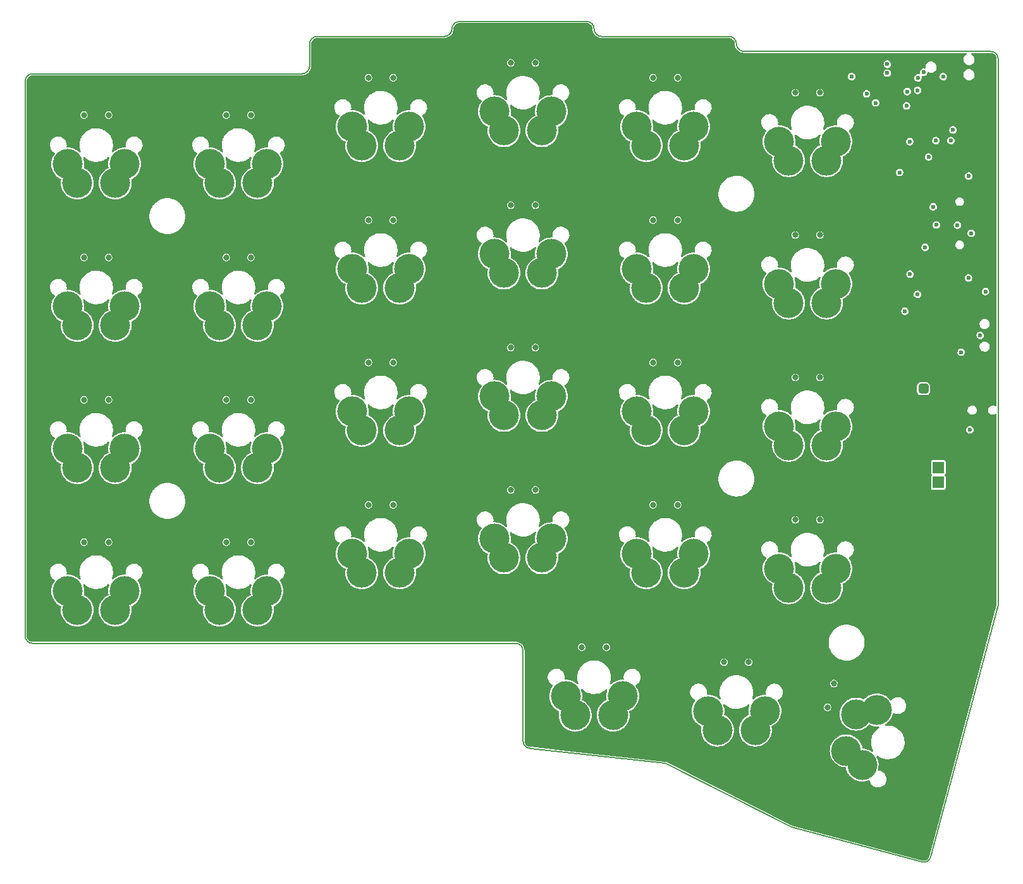
<source format=gbr>
%TF.GenerationSoftware,KiCad,Pcbnew,(6.0.4)*%
%TF.CreationDate,2022-07-12T21:00:15-07:00*%
%TF.ProjectId,Conejo,436f6e65-6a6f-42e6-9b69-6361645f7063,v1.0.0*%
%TF.SameCoordinates,Original*%
%TF.FileFunction,Copper,L3,Inr*%
%TF.FilePolarity,Positive*%
%FSLAX46Y46*%
G04 Gerber Fmt 4.6, Leading zero omitted, Abs format (unit mm)*
G04 Created by KiCad (PCBNEW (6.0.4)) date 2022-07-12 21:00:15*
%MOMM*%
%LPD*%
G01*
G04 APERTURE LIST*
G04 Aperture macros list*
%AMRoundRect*
0 Rectangle with rounded corners*
0 $1 Rounding radius*
0 $2 $3 $4 $5 $6 $7 $8 $9 X,Y pos of 4 corners*
0 Add a 4 corners polygon primitive as box body*
4,1,4,$2,$3,$4,$5,$6,$7,$8,$9,$2,$3,0*
0 Add four circle primitives for the rounded corners*
1,1,$1+$1,$2,$3*
1,1,$1+$1,$4,$5*
1,1,$1+$1,$6,$7*
1,1,$1+$1,$8,$9*
0 Add four rect primitives between the rounded corners*
20,1,$1+$1,$2,$3,$4,$5,0*
20,1,$1+$1,$4,$5,$6,$7,0*
20,1,$1+$1,$6,$7,$8,$9,0*
20,1,$1+$1,$8,$9,$2,$3,0*%
G04 Aperture macros list end*
%TA.AperFunction,Profile*%
%ADD10C,0.150000*%
%TD*%
%TA.AperFunction,ComponentPad*%
%ADD11C,4.000000*%
%TD*%
%TA.AperFunction,ComponentPad*%
%ADD12C,0.800000*%
%TD*%
%TA.AperFunction,ComponentPad*%
%ADD13O,2.100000X1.000000*%
%TD*%
%TA.AperFunction,ComponentPad*%
%ADD14O,1.600000X1.000000*%
%TD*%
%TA.AperFunction,ComponentPad*%
%ADD15R,1.524000X1.524000*%
%TD*%
%TA.AperFunction,ComponentPad*%
%ADD16RoundRect,0.337500X-0.337500X0.337500X-0.337500X-0.337500X0.337500X-0.337500X0.337500X0.337500X0*%
%TD*%
%TA.AperFunction,ViaPad*%
%ADD17C,0.600000*%
%TD*%
G04 APERTURE END LIST*
D10*
X93101679Y-93260414D02*
X76199999Y-84725000D01*
X57150000Y-69675000D02*
G75*
G03*
X56150001Y-68675000I-1000000J0D01*
G01*
X67675000Y12525000D02*
X84725000Y12525000D01*
X56150001Y-68675000D02*
X-8525000Y-68674999D01*
X27567894Y7525000D02*
X-8525000Y7525000D01*
X66675000Y13525000D02*
G75*
G03*
X65675000Y14525000I-1000000J0D01*
G01*
X85725000Y11525000D02*
G75*
G03*
X86725000Y10525000I1000000J0D01*
G01*
X57150000Y-81725000D02*
G75*
G03*
X58150000Y-82725000I1000000J0D01*
G01*
X29575000Y12525000D02*
G75*
G03*
X28575000Y11525000I0J-1000000D01*
G01*
X-9525000Y-67675000D02*
X-9525000Y6525000D01*
X46625000Y12525000D02*
X29575000Y12525000D01*
X48625000Y14525000D02*
G75*
G03*
X47625000Y13525000I0J-1000000D01*
G01*
X-9525000Y-67675000D02*
G75*
G03*
X-8525000Y-68674999I1000001J2D01*
G01*
X27567894Y7525007D02*
G75*
G03*
X28567893Y8525000I6J999993D01*
G01*
X120775000Y9525000D02*
G75*
G03*
X119775000Y10525000I-1000000J0D01*
G01*
X57150000Y-81725000D02*
X57150001Y-69675000D01*
X93101679Y-93260414D02*
X110536640Y-97932098D01*
X46625000Y12525000D02*
G75*
G03*
X47625000Y13525000I0J1000000D01*
G01*
X86725000Y10525000D02*
X119775000Y10525000D01*
X110536648Y-97932067D02*
G75*
G03*
X111761384Y-97224991I258852J965867D01*
G01*
X65675000Y14525000D02*
X48625000Y14525000D01*
X28575000Y11525000D02*
X28567893Y8525000D01*
X76199999Y-84725000D02*
X58150000Y-82725000D01*
X85725000Y11525000D02*
G75*
G03*
X84725000Y12525000I-1000000J0D01*
G01*
X120775000Y9525000D02*
X120775000Y-63575000D01*
X66675000Y13525000D02*
G75*
G03*
X67675000Y12525000I1000000J0D01*
G01*
X120775000Y-63575000D02*
X111761384Y-97224991D01*
X-8525000Y7525000D02*
G75*
G03*
X-9525000Y6525000I-1J-999999D01*
G01*
D11*
%TO.N,COL4*%
%TO.C,SW14*%
X59690000Y-80000D03*
X60960000Y2460000D03*
%TO.N,Net-(D15-Pad2)*%
X54610000Y-80000D03*
X53340000Y2460000D03*
%TD*%
%TO.N,COL3*%
%TO.C,SW10*%
X40640000Y-2080000D03*
X41910000Y460000D03*
%TO.N,Net-(D11-Pad2)*%
X34290000Y460000D03*
X35560000Y-2080000D03*
%TD*%
D12*
%TO.N,ROW2*%
%TO.C,D21*%
X77851000Y-12050000D03*
%TO.N,Net-(D21-Pad2)*%
X74549000Y-12050000D03*
%TD*%
D11*
%TO.N,COL2*%
%TO.C,SW9*%
X21590000Y-64230000D03*
X22860000Y-61690000D03*
%TO.N,Net-(D10-Pad2)*%
X16510000Y-64230000D03*
X15240000Y-61690000D03*
%TD*%
D12*
%TO.N,ROW2*%
%TO.C,D8*%
X20701000Y-17050001D03*
%TO.N,Net-(D8-Pad2)*%
X17399000Y-17050001D03*
%TD*%
%TO.N,ROW2*%
%TO.C,D4*%
X1651000Y-17050000D03*
%TO.N,Net-(D4-Pad2)*%
X-1651000Y-17050000D03*
%TD*%
D11*
%TO.N,COL1*%
%TO.C,SW4*%
X2540000Y-45180000D03*
X3810000Y-42640000D03*
%TO.N,Net-(D5-Pad2)*%
X-3810000Y-42640000D03*
X-2540000Y-45180000D03*
%TD*%
%TO.N,COL6*%
%TO.C,SW25*%
X99060000Y-20590000D03*
X97790000Y-23130000D03*
%TO.N,Net-(D26-Pad2)*%
X92710000Y-23130000D03*
X91440000Y-20590000D03*
%TD*%
%TO.N,COL5*%
%TO.C,SW21*%
X78740000Y-40180000D03*
X80010000Y-37640000D03*
%TO.N,Net-(D22-Pad2)*%
X73660000Y-40180000D03*
X72390000Y-37640000D03*
%TD*%
D12*
%TO.N,ROW3*%
%TO.C,D17*%
X58801000Y-29100000D03*
%TO.N,Net-(D17-Pad2)*%
X55499000Y-29100000D03*
%TD*%
%TO.N,ROW4*%
%TO.C,D28*%
X96901000Y-52150000D03*
%TO.N,Net-(D28-Pad2)*%
X93599000Y-52150000D03*
%TD*%
%TO.N,ROW4*%
%TO.C,D6*%
X1651000Y-55150000D03*
%TO.N,Net-(D6-Pad2)*%
X-1651000Y-55150000D03*
%TD*%
%TO.N,ROW3*%
%TO.C,D5*%
X1651001Y-36100000D03*
%TO.N,Net-(D5-Pad2)*%
X-1650999Y-36100000D03*
%TD*%
D11*
%TO.N,COL4*%
%TO.C,SW18*%
X69215000Y-78280000D03*
X70485000Y-75740000D03*
%TO.N,Net-(D19-Pad2)*%
X64135000Y-78280000D03*
X62865000Y-75740000D03*
%TD*%
D12*
%TO.N,ROW3*%
%TO.C,D9*%
X20701000Y-36100001D03*
%TO.N,Net-(D9-Pad2)*%
X17399000Y-36100001D03*
%TD*%
%TO.N,ROW2*%
%TO.C,D16*%
X58801000Y-10050000D03*
%TO.N,Net-(D16-Pad2)*%
X55499000Y-10050000D03*
%TD*%
%TO.N,ROW4*%
%TO.C,D18*%
X58801000Y-48150000D03*
%TO.N,Net-(D18-Pad2)*%
X55499000Y-48150000D03*
%TD*%
%TO.N,ROW5*%
%TO.C,D19*%
X68326000Y-69200000D03*
%TO.N,Net-(D19-Pad2)*%
X65024000Y-69200000D03*
%TD*%
%TO.N,ROW1*%
%TO.C,D20*%
X77851000Y7000000D03*
%TO.N,Net-(D20-Pad2)*%
X74549000Y7000000D03*
%TD*%
D11*
%TO.N,COL2*%
%TO.C,SW6*%
X22860000Y-4540000D03*
X21590000Y-7080000D03*
%TO.N,Net-(D7-Pad2)*%
X15240000Y-4540000D03*
X16510000Y-7080000D03*
%TD*%
%TO.N,COL3*%
%TO.C,SW11*%
X40640000Y-21130000D03*
X41910000Y-18590000D03*
%TO.N,Net-(D12-Pad2)*%
X34290000Y-18590000D03*
X35560000Y-21130000D03*
%TD*%
D12*
%TO.N,ROW1*%
%TO.C,D15*%
X58801000Y9000000D03*
%TO.N,Net-(D15-Pad2)*%
X55499000Y9000000D03*
%TD*%
%TO.N,ROW2*%
%TO.C,D12*%
X39750999Y-12050000D03*
%TO.N,Net-(D12-Pad2)*%
X36448999Y-12050000D03*
%TD*%
D11*
%TO.N,COL6*%
%TO.C,SW24*%
X99060000Y-1540000D03*
X97790000Y-4080000D03*
%TO.N,Net-(D25-Pad2)*%
X92710000Y-4080000D03*
X91440000Y-1540000D03*
%TD*%
%TO.N,COL6*%
%TO.C,SW27*%
X97790000Y-61230000D03*
X99060000Y-58690000D03*
%TO.N,Net-(D28-Pad2)*%
X92710000Y-61230000D03*
X91440000Y-58690000D03*
%TD*%
%TO.N,COL2*%
%TO.C,SW8*%
X22860000Y-42640000D03*
X21590000Y-45180000D03*
%TO.N,Net-(D9-Pad2)*%
X16510000Y-45180000D03*
X15240000Y-42640000D03*
%TD*%
D12*
%TO.N,ROW3*%
%TO.C,D22*%
X77851000Y-31100000D03*
%TO.N,Net-(D22-Pad2)*%
X74549000Y-31100000D03*
%TD*%
D11*
%TO.N,COL1*%
%TO.C,SW5*%
X2540000Y-64230000D03*
X3810000Y-61690000D03*
%TO.N,Net-(D6-Pad2)*%
X-2540000Y-64230000D03*
X-3810000Y-61690000D03*
%TD*%
%TO.N,COL5*%
%TO.C,SW19*%
X80010000Y460000D03*
X78740000Y-2080000D03*
%TO.N,Net-(D20-Pad2)*%
X73660000Y-2080000D03*
X72390000Y460000D03*
%TD*%
%TO.N,COL5*%
%TO.C,SW23*%
X88265000Y-80280000D03*
X89535000Y-77740000D03*
%TO.N,Net-(D24-Pad2)*%
X81915000Y-77740000D03*
X83185000Y-80280000D03*
%TD*%
%TO.N,COL4*%
%TO.C,SW16*%
X59690000Y-38179999D03*
X60960000Y-35639999D03*
%TO.N,Net-(D17-Pad2)*%
X54610000Y-38179999D03*
X53340000Y-35639999D03*
%TD*%
%TO.N,COL2*%
%TO.C,SW7*%
X22860000Y-23589999D03*
X21590000Y-26129999D03*
%TO.N,Net-(D8-Pad2)*%
X15240000Y-23589999D03*
X16510000Y-26129999D03*
%TD*%
D12*
%TO.N,ROW1*%
%TO.C,D3*%
X1651000Y2000000D03*
%TO.N,Net-(D3-Pad2)*%
X-1651000Y2000000D03*
%TD*%
D11*
%TO.N,COL5*%
%TO.C,SW20*%
X78740000Y-21130000D03*
X80010000Y-18590000D03*
%TO.N,Net-(D21-Pad2)*%
X72390000Y-18590000D03*
X73660000Y-21130000D03*
%TD*%
D12*
%TO.N,ROW4*%
%TO.C,D23*%
X77851000Y-50150000D03*
%TO.N,Net-(D23-Pad2)*%
X74549000Y-50150000D03*
%TD*%
D11*
%TO.N,COL4*%
%TO.C,SW15*%
X59690002Y-19130000D03*
X60960002Y-16590000D03*
%TO.N,Net-(D16-Pad2)*%
X54610002Y-19130000D03*
X53340002Y-16590000D03*
%TD*%
%TO.N,COL6*%
%TO.C,SW26*%
X99060000Y-39640000D03*
X97790000Y-42180000D03*
%TO.N,Net-(D27-Pad2)*%
X91440000Y-39640000D03*
X92710000Y-42180000D03*
%TD*%
D12*
%TO.N,ROW3*%
%TO.C,D13*%
X39751000Y-31100000D03*
%TO.N,Net-(D13-Pad2)*%
X36449000Y-31100000D03*
%TD*%
%TO.N,ROW1*%
%TO.C,D7*%
X20701000Y2000000D03*
%TO.N,Net-(D7-Pad2)*%
X17399000Y2000000D03*
%TD*%
%TO.N,ROW2*%
%TO.C,D26*%
X96901000Y-14050000D03*
%TO.N,Net-(D26-Pad2)*%
X93599000Y-14050000D03*
%TD*%
%TO.N,ROW4*%
%TO.C,D14*%
X39751000Y-50150000D03*
%TO.N,Net-(D14-Pad2)*%
X36449000Y-50150000D03*
%TD*%
%TO.N,ROW1*%
%TO.C,D25*%
X96901000Y5000000D03*
%TO.N,Net-(D25-Pad2)*%
X93599000Y5000000D03*
%TD*%
D11*
%TO.N,COL4*%
%TO.C,SW17*%
X60960000Y-54690000D03*
X59690000Y-57230000D03*
%TO.N,Net-(D18-Pad2)*%
X54610000Y-57230000D03*
X53340000Y-54690000D03*
%TD*%
D13*
%TO.N,GND*%
%TO.C,J2*%
X115095000Y-16795000D03*
D14*
X119275000Y-16795000D03*
D13*
X115095000Y-8155000D03*
D14*
X119275000Y-8155000D03*
%TD*%
D11*
%TO.N,COL5*%
%TO.C,SW22*%
X78740000Y-59230000D03*
X80010000Y-56690000D03*
%TO.N,Net-(D23-Pad2)*%
X73660000Y-59230000D03*
X72390000Y-56690000D03*
%TD*%
D12*
%TO.N,ROW5*%
%TO.C,D29*%
X98769254Y-74062181D03*
%TO.N,Net-(D29-Pad2)*%
X97914634Y-77251669D03*
%TD*%
%TO.N,ROW4*%
%TO.C,D10*%
X20701000Y-55150000D03*
%TO.N,Net-(D10-Pad2)*%
X17399000Y-55150000D03*
%TD*%
D11*
%TO.N,COL1*%
%TO.C,SW2*%
X2540000Y-7080000D03*
X3810000Y-4540000D03*
%TO.N,Net-(D3-Pad2)*%
X-3810000Y-4540000D03*
X-2540000Y-7080000D03*
%TD*%
%TO.N,COL1*%
%TO.C,SW3*%
X2540000Y-26130000D03*
X3810000Y-23590000D03*
%TO.N,Net-(D4-Pad2)*%
X-3810000Y-23590000D03*
X-2540000Y-26130000D03*
%TD*%
D12*
%TO.N,ROW3*%
%TO.C,D27*%
X96901000Y-33100000D03*
%TO.N,Net-(D27-Pad2)*%
X93599000Y-33100000D03*
%TD*%
D11*
%TO.N,COL3*%
%TO.C,SW12*%
X40640000Y-40180000D03*
X41910000Y-37640000D03*
%TO.N,Net-(D13-Pad2)*%
X35560000Y-40180000D03*
X34290000Y-37640000D03*
%TD*%
D12*
%TO.N,ROW1*%
%TO.C,D11*%
X39751000Y7000000D03*
%TO.N,Net-(D11-Pad2)*%
X36449000Y7000000D03*
%TD*%
D11*
%TO.N,COL3*%
%TO.C,SW13*%
X40640000Y-59230000D03*
X41910000Y-56690000D03*
%TO.N,Net-(D14-Pad2)*%
X34290000Y-56690000D03*
X35560000Y-59230000D03*
%TD*%
D12*
%TO.N,ROW5*%
%TO.C,D24*%
X87376000Y-71200000D03*
%TO.N,Net-(D24-Pad2)*%
X84074000Y-71200000D03*
%TD*%
D15*
%TO.N,EXT_PWR*%
%TO.C,J4*%
X112775000Y-45150000D03*
%TO.N,LED_MOSI*%
X112775000Y-47150000D03*
%TO.N,GND*%
X112775000Y-49250000D03*
%TD*%
D11*
%TO.N,COL6*%
%TO.C,SW28*%
X104532649Y-77587422D03*
X101750497Y-78156748D03*
%TO.N,Net-(D29-Pad2)*%
X100435696Y-83063651D03*
X102560448Y-84947777D03*
%TD*%
D16*
%TO.N,+BATT*%
%TO.C,J1*%
X110775000Y-34600000D03*
%TO.N,GND*%
X112775000Y-34600000D03*
%TD*%
D17*
%TO.N,GND*%
X39781678Y-50948914D03*
X36488842Y-50957980D03*
X39777452Y-31899064D03*
X36488842Y-31907980D03*
X20727452Y-36899065D03*
X17438842Y-36907981D03*
X20604415Y-55943647D03*
X17495585Y-55943647D03*
X1622347Y-55948988D03*
X-1606578Y-55953400D03*
X1622347Y-36898988D03*
X-1611157Y-36907980D03*
X1681678Y-17848914D03*
X-1609880Y-17856702D03*
X-1609880Y1193298D03*
X1675747Y1200881D03*
X20788127Y1205259D03*
X17557001Y1216266D03*
X17482353Y-17845147D03*
X20674193Y-17849053D03*
X39654492Y-12843657D03*
X36545509Y-12843657D03*
X58642878Y-10833710D03*
X55538842Y-10857980D03*
X55703989Y-29872777D03*
X58767769Y-29898812D03*
X77767647Y-31895146D03*
X74588842Y-31907980D03*
X77817769Y-50948812D03*
X74587743Y-50959079D03*
X55595509Y-48943657D03*
X58674686Y-48939461D03*
X65101302Y-69995756D03*
X68324720Y-69999502D03*
X84098752Y-72023070D03*
X87374816Y-71999502D03*
X97165535Y-76972287D03*
X97944906Y-74085655D03*
X93637743Y-52959079D03*
X96870227Y-52948910D03*
X96857303Y-33898307D03*
X93640120Y-33906702D03*
X96817647Y-14845146D03*
X93638842Y-14857980D03*
X77754491Y-12843657D03*
X74645585Y-12843647D03*
%TO.N,+5V*%
X107575000Y-5675000D03*
X108975000Y-19275000D03*
%TO.N,GND*%
X119525000Y-33725000D03*
X116131005Y-12725000D03*
X74699851Y6214858D03*
X117975000Y-3575000D03*
X103800000Y4200000D03*
X110275000Y-6475000D03*
X58770227Y8201090D03*
X105323313Y8151476D03*
X108865334Y-23650500D03*
X119640334Y-22190334D03*
X112075000Y-9475497D03*
X110475000Y-10855000D03*
X77704294Y6214073D03*
X116107577Y8328511D03*
X111650000Y-1399045D03*
X117892688Y-14157319D03*
X119525000Y-41225000D03*
X55595585Y8206353D03*
X111525000Y-23625000D03*
X119275000Y8925000D03*
X109298748Y3215271D03*
X116473275Y-40701470D03*
X117975000Y-4525000D03*
X100397491Y6850500D03*
X109925000Y-17225000D03*
X111468833Y7296096D03*
X39720227Y6201090D03*
X93647955Y4201133D03*
X116550000Y-24200000D03*
X108132085Y-1580466D03*
X115249503Y-1400000D03*
X113675000Y-25050000D03*
X113525000Y-16375000D03*
X96940228Y4201461D03*
X112594829Y-11901286D03*
X118536805Y-30162342D03*
X119174503Y-27475000D03*
X105329178Y9358104D03*
X110000006Y4514244D03*
X115125000Y-27475000D03*
X36541444Y6205860D03*
X115824834Y-30524502D03*
X107676380Y-26231787D03*
X110334958Y6238026D03*
X108925000Y-48275000D03*
X110221566Y-15882322D03*
X110875000Y-21975000D03*
X116451924Y-13463878D03*
X110822361Y6916373D03*
X109343438Y4855886D03*
X102355795Y4941892D03*
X110525000Y-17850000D03*
X108249500Y-6175000D03*
X108974045Y-20087437D03*
X111149500Y-4340879D03*
X112834667Y6584667D03*
X117495337Y-20194603D03*
X108625000Y-30065000D03*
X107550489Y-3375000D03*
X111525000Y-23025000D03*
X114943665Y-744019D03*
X108600000Y4350497D03*
X118074500Y-25225000D03*
X118899500Y-6150000D03*
X111525000Y-22425000D03*
X112975000Y-9225000D03*
X113875000Y-28725001D03*
%TO.N,+BATT*%
X116822447Y-6160495D03*
%TO.N,VBUS*%
X117175000Y-13805000D03*
%TO.N,ROW2*%
X103150000Y4850000D03*
%TO.N,ROW3*%
X104365333Y3634668D03*
%TO.N,COL1*%
X110787944Y7715135D03*
%TO.N,COL2*%
X110025000Y6975000D03*
%TO.N,COL3*%
X109998853Y5313746D03*
%TO.N,COL4*%
X108600000Y5150000D03*
%TO.N,COL5*%
X101150000Y7150000D03*
%TO.N,SDA*%
X114450000Y-1399999D03*
%TO.N,SWDIO*%
X105925000Y7625000D03*
%TO.N,SWCLK*%
X105925000Y8825000D03*
%TO.N,VDDH*%
X116800000Y-19800000D03*
X109975000Y-21975000D03*
X108931003Y-1549909D03*
%TO.N,/USB-C/CC2*%
X112075000Y-10275000D03*
%TO.N,/USB-C/CC1*%
X111000000Y-15700000D03*
%TO.N,/Power Management/SYSOFF*%
X118375000Y-27475000D03*
%TO.N,VDD*%
X113400000Y7150000D03*
X114725000Y25000D03*
%TO.N,RESET*%
X111450000Y-3600000D03*
X117000000Y-40100000D03*
%TO.N,SCL*%
X112450000Y-1400000D03*
%TO.N,LED_MOSI*%
X108499305Y3225008D03*
%TO.N,Net-(R5-Pad1)*%
X115825500Y-29725000D03*
%TO.N,D+*%
X115331502Y-12725000D03*
%TO.N,D-*%
X112504155Y-12695630D03*
%TO.N,Net-(D1-Pad1)*%
X108300000Y-24250000D03*
X119075000Y-21625000D03*
%TD*%
%TA.AperFunction,Conductor*%
%TO.N,GND*%
G36*
X65655242Y14322534D02*
G01*
X65660811Y14322524D01*
X65674641Y14319344D01*
X65688482Y14322476D01*
X65689605Y14322474D01*
X65701731Y14321867D01*
X65756618Y14316461D01*
X65818626Y14310354D01*
X65842848Y14305536D01*
X65969085Y14267243D01*
X65991897Y14257794D01*
X66038623Y14232818D01*
X66108232Y14195611D01*
X66128770Y14181888D01*
X66230739Y14098204D01*
X66248204Y14080739D01*
X66331888Y13978770D01*
X66345611Y13958232D01*
X66407793Y13841898D01*
X66417242Y13819088D01*
X66455538Y13692844D01*
X66460354Y13668626D01*
X66471916Y13551237D01*
X66472502Y13539095D01*
X66469344Y13525359D01*
X66471515Y13515766D01*
X66485614Y13336620D01*
X66529726Y13152878D01*
X66531619Y13148307D01*
X66531620Y13148305D01*
X66559573Y13080822D01*
X66602039Y12978299D01*
X66700772Y12817182D01*
X66703979Y12813427D01*
X66703982Y12813423D01*
X66777762Y12727039D01*
X66823494Y12673494D01*
X66827250Y12670286D01*
X66963423Y12553982D01*
X66963427Y12553979D01*
X66967182Y12550772D01*
X67128299Y12452039D01*
X67132869Y12450146D01*
X67132873Y12450144D01*
X67298305Y12381620D01*
X67302878Y12379726D01*
X67366085Y12364552D01*
X67481807Y12336769D01*
X67481813Y12336768D01*
X67486620Y12335614D01*
X67655105Y12322353D01*
X67660214Y12321563D01*
X67660238Y12321772D01*
X67667333Y12320955D01*
X67674282Y12319345D01*
X67675000Y12319344D01*
X67683775Y12321346D01*
X67711790Y12324500D01*
X84687920Y12324500D01*
X84705242Y12322534D01*
X84710811Y12322524D01*
X84724641Y12319344D01*
X84738482Y12322476D01*
X84739605Y12322474D01*
X84751731Y12321867D01*
X84806618Y12316461D01*
X84868626Y12310354D01*
X84892848Y12305536D01*
X85019085Y12267243D01*
X85041897Y12257794D01*
X85088623Y12232818D01*
X85158232Y12195611D01*
X85178770Y12181888D01*
X85280739Y12098204D01*
X85298204Y12080739D01*
X85381888Y11978770D01*
X85395611Y11958232D01*
X85457793Y11841898D01*
X85467242Y11819088D01*
X85505538Y11692844D01*
X85510354Y11668626D01*
X85521916Y11551237D01*
X85522502Y11539095D01*
X85519344Y11525359D01*
X85521515Y11515766D01*
X85522340Y11505281D01*
X85523736Y11487550D01*
X85535614Y11336620D01*
X85579726Y11152878D01*
X85581619Y11148307D01*
X85581620Y11148305D01*
X85609573Y11080822D01*
X85652039Y10978299D01*
X85750772Y10817182D01*
X85753979Y10813427D01*
X85753982Y10813423D01*
X85826612Y10728385D01*
X85873494Y10673494D01*
X85877250Y10670286D01*
X86013423Y10553982D01*
X86013427Y10553979D01*
X86017182Y10550772D01*
X86178299Y10452039D01*
X86182869Y10450146D01*
X86182873Y10450144D01*
X86348305Y10381620D01*
X86352878Y10379726D01*
X86416085Y10364552D01*
X86531807Y10336769D01*
X86531813Y10336768D01*
X86536620Y10335614D01*
X86705105Y10322353D01*
X86710214Y10321563D01*
X86710238Y10321772D01*
X86717333Y10320955D01*
X86724282Y10319345D01*
X86725000Y10319344D01*
X86733775Y10321346D01*
X86761790Y10324500D01*
X116430308Y10324500D01*
X116498429Y10304498D01*
X116544922Y10250842D01*
X116555026Y10180568D01*
X116525532Y10115988D01*
X116499393Y10093128D01*
X116488953Y10086283D01*
X116383350Y10017047D01*
X116263749Y9890793D01*
X116176401Y9740412D01*
X116174280Y9733408D01*
X116174278Y9733404D01*
X116147743Y9645791D01*
X116125990Y9573969D01*
X116115222Y9400393D01*
X116144673Y9228996D01*
X116147538Y9222262D01*
X116147539Y9222260D01*
X116201094Y9096400D01*
X116212765Y9068971D01*
X116315843Y8928903D01*
X116448380Y8816305D01*
X116454895Y8812978D01*
X116454897Y8812977D01*
X116531988Y8773613D01*
X116603265Y8737217D01*
X116610374Y8735477D01*
X116610378Y8735476D01*
X116729711Y8706276D01*
X116772190Y8695881D01*
X116777789Y8695534D01*
X116777793Y8695533D01*
X116781228Y8695320D01*
X116781237Y8695320D01*
X116783167Y8695200D01*
X116908547Y8695200D01*
X116998922Y8705737D01*
X117030467Y8709414D01*
X117030469Y8709414D01*
X117037739Y8710262D01*
X117044616Y8712758D01*
X117044619Y8712759D01*
X117194333Y8767103D01*
X117201212Y8769600D01*
X117305823Y8838186D01*
X117340531Y8860941D01*
X117340532Y8860942D01*
X117346650Y8864953D01*
X117466251Y8991207D01*
X117553599Y9141588D01*
X117556174Y9150087D01*
X117597511Y9286572D01*
X117604010Y9308031D01*
X117614778Y9481607D01*
X117611461Y9500914D01*
X117600163Y9566664D01*
X117585327Y9653004D01*
X117582461Y9659740D01*
X117520102Y9806292D01*
X117520101Y9806294D01*
X117517235Y9813029D01*
X117414157Y9953097D01*
X117281620Y10065695D01*
X117241301Y10086283D01*
X117189728Y10135077D01*
X117172722Y10204006D01*
X117195682Y10271188D01*
X117251318Y10315292D01*
X117298602Y10324500D01*
X119737920Y10324500D01*
X119755242Y10322534D01*
X119760811Y10322524D01*
X119774641Y10319344D01*
X119788482Y10322476D01*
X119789605Y10322474D01*
X119801731Y10321867D01*
X119856618Y10316461D01*
X119918626Y10310354D01*
X119942848Y10305536D01*
X120069085Y10267243D01*
X120091897Y10257794D01*
X120138623Y10232818D01*
X120208232Y10195611D01*
X120228770Y10181888D01*
X120330739Y10098204D01*
X120348204Y10080739D01*
X120431888Y9978770D01*
X120445610Y9958234D01*
X120481658Y9890793D01*
X120507793Y9841898D01*
X120517242Y9819088D01*
X120555538Y9692844D01*
X120560354Y9668627D01*
X120571917Y9551230D01*
X120572503Y9539095D01*
X120569344Y9525359D01*
X120572475Y9511520D01*
X120572467Y9506690D01*
X120574500Y9488496D01*
X120574500Y-36836501D01*
X120554498Y-36904622D01*
X120500842Y-36951115D01*
X120430568Y-36961219D01*
X120387801Y-36946917D01*
X120282092Y-36888803D01*
X120129019Y-36849500D01*
X120010650Y-36849500D01*
X120006725Y-36849996D01*
X120006722Y-36849996D01*
X119901067Y-36863343D01*
X119901065Y-36863343D01*
X119893208Y-36864336D01*
X119843837Y-36883883D01*
X119753637Y-36919596D01*
X119753634Y-36919597D01*
X119746268Y-36922514D01*
X119739857Y-36927172D01*
X119739855Y-36927173D01*
X119721245Y-36940694D01*
X119618413Y-37015406D01*
X119613360Y-37021514D01*
X119522729Y-37131068D01*
X119522726Y-37131072D01*
X119517676Y-37137177D01*
X119450386Y-37280174D01*
X119448901Y-37287957D01*
X119448901Y-37287958D01*
X119423505Y-37421092D01*
X119420773Y-37435412D01*
X119430696Y-37593138D01*
X119435930Y-37609246D01*
X119475238Y-37730222D01*
X119479533Y-37743441D01*
X119564214Y-37876877D01*
X119569993Y-37882304D01*
X119569994Y-37882305D01*
X119619171Y-37928486D01*
X119679418Y-37985062D01*
X119686361Y-37988879D01*
X119694532Y-37993371D01*
X119817908Y-38061197D01*
X119970981Y-38100500D01*
X120089350Y-38100500D01*
X120093275Y-38100004D01*
X120093278Y-38100004D01*
X120198933Y-38086657D01*
X120198935Y-38086657D01*
X120206792Y-38085664D01*
X120282788Y-38055575D01*
X120346363Y-38030404D01*
X120346366Y-38030403D01*
X120353732Y-38027486D01*
X120374440Y-38012441D01*
X120441305Y-37988583D01*
X120510457Y-38004662D01*
X120559938Y-38055575D01*
X120574500Y-38114377D01*
X120574500Y-63532028D01*
X120570209Y-63564630D01*
X119464917Y-67690950D01*
X112565485Y-93448186D01*
X111577307Y-97137290D01*
X111570930Y-97153501D01*
X111569477Y-97158888D01*
X111562828Y-97171420D01*
X111562271Y-97185596D01*
X111561980Y-97186676D01*
X111558255Y-97198237D01*
X111527894Y-97278909D01*
X111516881Y-97308170D01*
X111505955Y-97330325D01*
X111436302Y-97442335D01*
X111421266Y-97461930D01*
X111331095Y-97558205D01*
X111312525Y-97574492D01*
X111205302Y-97651324D01*
X111183910Y-97663674D01*
X111063761Y-97718110D01*
X111040371Y-97726049D01*
X110911910Y-97755999D01*
X110887428Y-97759221D01*
X110755577Y-97763533D01*
X110730939Y-97761916D01*
X110614237Y-97742644D01*
X110602622Y-97740125D01*
X110590224Y-97733545D01*
X110576047Y-97732988D01*
X110571391Y-97731731D01*
X110553280Y-97728984D01*
X110542327Y-97726049D01*
X108345048Y-97137290D01*
X93186149Y-93075475D01*
X93161961Y-93066240D01*
X82890126Y-87878924D01*
X76323161Y-84562581D01*
X76318458Y-84559924D01*
X76309353Y-84550828D01*
X76286381Y-84542795D01*
X76283165Y-84541426D01*
X76283143Y-84541485D01*
X76276513Y-84539023D01*
X76270205Y-84535838D01*
X76263349Y-84534136D01*
X76263342Y-84534133D01*
X76263055Y-84534062D01*
X76251834Y-84530715D01*
X76244722Y-84528228D01*
X76237637Y-84527443D01*
X76230688Y-84525864D01*
X76230705Y-84525790D01*
X76227251Y-84525172D01*
X76217697Y-84522800D01*
X76217695Y-84522800D01*
X76203925Y-84519381D01*
X76191188Y-84522032D01*
X76185453Y-84521660D01*
X63026916Y-83063651D01*
X98230474Y-83063651D01*
X98230744Y-83067770D01*
X98239297Y-83198257D01*
X98249340Y-83351490D01*
X98250144Y-83355530D01*
X98250144Y-83355533D01*
X98291762Y-83564759D01*
X98305615Y-83634404D01*
X98306941Y-83638310D01*
X98306942Y-83638314D01*
X98345688Y-83752455D01*
X98398337Y-83907553D01*
X98400158Y-83911246D01*
X98400159Y-83911248D01*
X98520335Y-84154940D01*
X98525918Y-84166262D01*
X98528212Y-84169695D01*
X98669451Y-84381074D01*
X98686176Y-84406105D01*
X98688890Y-84409199D01*
X98688894Y-84409205D01*
X98808989Y-84546146D01*
X98876369Y-84622978D01*
X98879458Y-84625687D01*
X99090142Y-84810453D01*
X99090148Y-84810457D01*
X99093242Y-84813171D01*
X99096668Y-84815460D01*
X99096673Y-84815464D01*
X99253563Y-84920294D01*
X99333085Y-84973429D01*
X99336784Y-84975253D01*
X99336789Y-84975256D01*
X99588099Y-85099188D01*
X99591794Y-85101010D01*
X99595692Y-85102333D01*
X99595694Y-85102334D01*
X99861033Y-85192405D01*
X99861037Y-85192406D01*
X99864943Y-85193732D01*
X99868987Y-85194536D01*
X99868993Y-85194538D01*
X100143814Y-85249203D01*
X100143817Y-85249203D01*
X100147857Y-85250007D01*
X100151968Y-85250276D01*
X100151972Y-85250277D01*
X100283505Y-85258898D01*
X100350172Y-85283312D01*
X100393056Y-85339894D01*
X100398843Y-85360046D01*
X100430367Y-85518530D01*
X100431693Y-85522436D01*
X100431694Y-85522440D01*
X100507818Y-85746692D01*
X100523089Y-85791679D01*
X100524910Y-85795372D01*
X100524911Y-85795374D01*
X100600555Y-85948764D01*
X100650670Y-86050388D01*
X100652964Y-86053821D01*
X100793011Y-86263416D01*
X100810928Y-86290231D01*
X100813642Y-86293325D01*
X100813646Y-86293331D01*
X100998412Y-86504015D01*
X101001121Y-86507104D01*
X101004210Y-86509813D01*
X101214894Y-86694579D01*
X101214900Y-86694583D01*
X101217994Y-86697297D01*
X101221420Y-86699586D01*
X101221425Y-86699590D01*
X101401015Y-86819588D01*
X101457837Y-86857555D01*
X101461536Y-86859379D01*
X101461541Y-86859382D01*
X101690085Y-86972087D01*
X101716546Y-86985136D01*
X101720444Y-86986459D01*
X101720446Y-86986460D01*
X101985785Y-87076531D01*
X101985789Y-87076532D01*
X101989695Y-87077858D01*
X101993739Y-87078662D01*
X101993745Y-87078664D01*
X102268566Y-87133329D01*
X102268569Y-87133329D01*
X102272609Y-87134133D01*
X102276720Y-87134402D01*
X102276724Y-87134403D01*
X102556329Y-87152729D01*
X102560448Y-87152999D01*
X102564567Y-87152729D01*
X102844172Y-87134403D01*
X102844176Y-87134402D01*
X102848287Y-87134133D01*
X102852327Y-87133329D01*
X102852330Y-87133329D01*
X103127151Y-87078664D01*
X103127157Y-87078662D01*
X103131201Y-87077858D01*
X103135107Y-87076532D01*
X103135111Y-87076531D01*
X103400450Y-86986460D01*
X103400452Y-86986459D01*
X103404350Y-86985136D01*
X103408044Y-86983314D01*
X103411859Y-86981734D01*
X103412456Y-86983175D01*
X103476005Y-86972087D01*
X103541440Y-86999633D01*
X103581594Y-87058184D01*
X103584307Y-87067761D01*
X103616177Y-87199997D01*
X103618659Y-87205455D01*
X103618660Y-87205459D01*
X103665170Y-87307752D01*
X103705068Y-87395503D01*
X103829325Y-87570673D01*
X103833648Y-87574812D01*
X103833652Y-87574816D01*
X103980134Y-87715042D01*
X103984464Y-87719187D01*
X104164888Y-87835685D01*
X104364086Y-87915964D01*
X104468457Y-87936346D01*
X104570424Y-87956259D01*
X104570427Y-87956259D01*
X104574870Y-87957127D01*
X104580513Y-87957403D01*
X104738863Y-87957403D01*
X104898994Y-87942125D01*
X104904750Y-87940436D01*
X104904752Y-87940436D01*
X104995819Y-87913720D01*
X105105075Y-87881668D01*
X105110403Y-87878924D01*
X105290675Y-87786078D01*
X105290678Y-87786076D01*
X105296006Y-87783332D01*
X105464897Y-87650666D01*
X105605654Y-87488457D01*
X105713200Y-87302558D01*
X105783652Y-87099677D01*
X105788280Y-87067763D01*
X105813608Y-86893074D01*
X105813608Y-86893071D01*
X105814469Y-86887134D01*
X105804540Y-86672597D01*
X105754221Y-86463809D01*
X105665330Y-86268303D01*
X105541073Y-86093133D01*
X105536750Y-86088994D01*
X105536746Y-86088990D01*
X105390264Y-85948764D01*
X105390263Y-85948764D01*
X105385934Y-85944619D01*
X105205510Y-85828121D01*
X105006312Y-85747842D01*
X104890915Y-85725307D01*
X104799984Y-85707549D01*
X104799981Y-85707549D01*
X104795528Y-85706679D01*
X104790994Y-85706457D01*
X104787221Y-85705999D01*
X104722009Y-85677929D01*
X104682324Y-85619059D01*
X104680767Y-85548080D01*
X104683099Y-85540418D01*
X104689203Y-85522437D01*
X104689204Y-85522433D01*
X104690529Y-85518530D01*
X104743942Y-85250007D01*
X104746000Y-85239659D01*
X104746000Y-85239656D01*
X104746804Y-85235616D01*
X104749497Y-85194538D01*
X104765400Y-84951896D01*
X104765670Y-84947777D01*
X104756998Y-84815464D01*
X104747074Y-84664053D01*
X104747073Y-84664049D01*
X104746804Y-84659938D01*
X104727439Y-84562584D01*
X104691335Y-84381074D01*
X104691333Y-84381068D01*
X104690529Y-84377024D01*
X104597807Y-84103875D01*
X104502510Y-83910631D01*
X104490320Y-83840690D01*
X104517879Y-83775261D01*
X104576437Y-83735117D01*
X104647402Y-83733005D01*
X104688405Y-83752239D01*
X104690559Y-83754008D01*
X104943960Y-83911123D01*
X104947772Y-83912836D01*
X105212097Y-84031629D01*
X105212103Y-84031631D01*
X105215914Y-84033344D01*
X105219920Y-84034538D01*
X105219922Y-84034539D01*
X105358779Y-84075933D01*
X105501644Y-84118523D01*
X105796129Y-84165165D01*
X105841401Y-84167221D01*
X105887969Y-84169336D01*
X105887988Y-84169336D01*
X105889388Y-84169400D01*
X106075625Y-84169400D01*
X106297501Y-84154663D01*
X106589774Y-84095730D01*
X106871686Y-83998660D01*
X106875419Y-83996791D01*
X106875423Y-83996789D01*
X107134540Y-83867033D01*
X107134542Y-83867032D01*
X107138284Y-83865158D01*
X107384883Y-83697570D01*
X107607151Y-83498839D01*
X107701766Y-83388450D01*
X107798464Y-83275631D01*
X107798467Y-83275627D01*
X107801184Y-83272457D01*
X107803458Y-83268955D01*
X107803462Y-83268950D01*
X107961292Y-83025913D01*
X107961295Y-83025908D01*
X107963571Y-83022403D01*
X108091461Y-82753068D01*
X108165341Y-82522961D01*
X108181326Y-82473172D01*
X108181326Y-82473171D01*
X108182606Y-82469185D01*
X108217865Y-82273219D01*
X108234665Y-82179850D01*
X108234666Y-82179845D01*
X108235404Y-82175741D01*
X108236200Y-82158232D01*
X108248741Y-81882062D01*
X108248741Y-81882056D01*
X108248930Y-81877892D01*
X108248567Y-81873740D01*
X108223309Y-81585036D01*
X108223308Y-81585028D01*
X108222944Y-81580870D01*
X108163928Y-81316849D01*
X108158817Y-81293983D01*
X108158816Y-81293980D01*
X108157903Y-81289895D01*
X108054950Y-81010077D01*
X108014188Y-80932764D01*
X107917841Y-80750027D01*
X107915894Y-80746334D01*
X107743178Y-80503299D01*
X107740334Y-80500249D01*
X107740329Y-80500243D01*
X107542686Y-80288297D01*
X107542684Y-80288295D01*
X107539836Y-80285241D01*
X107309441Y-80095992D01*
X107056040Y-79938877D01*
X106973663Y-79901855D01*
X106787903Y-79818371D01*
X106787897Y-79818369D01*
X106784086Y-79816656D01*
X106780080Y-79815462D01*
X106780078Y-79815461D01*
X106574814Y-79754270D01*
X106498356Y-79731477D01*
X106203871Y-79684835D01*
X106158599Y-79682779D01*
X106112031Y-79680664D01*
X106112012Y-79680664D01*
X106110612Y-79680600D01*
X105924375Y-79680600D01*
X105768599Y-79690947D01*
X105699303Y-79675504D01*
X105649356Y-79625047D01*
X105634617Y-79555598D01*
X105659765Y-79489204D01*
X105690247Y-79460459D01*
X105871672Y-79339235D01*
X105871677Y-79339231D01*
X105875103Y-79336942D01*
X105878197Y-79334228D01*
X105878203Y-79334224D01*
X106088887Y-79149458D01*
X106091976Y-79146749D01*
X106145643Y-79085554D01*
X106279451Y-78932976D01*
X106279455Y-78932970D01*
X106282169Y-78929876D01*
X106335038Y-78850753D01*
X106440133Y-78693466D01*
X106442427Y-78690033D01*
X106496689Y-78580002D01*
X106568186Y-78435019D01*
X106568187Y-78435017D01*
X106570008Y-78431324D01*
X106589971Y-78372516D01*
X106661403Y-78162085D01*
X106661404Y-78162081D01*
X106662730Y-78158175D01*
X106663834Y-78152629D01*
X106667946Y-78131952D01*
X106700852Y-78069042D01*
X106762546Y-78033909D01*
X106838623Y-78039665D01*
X106993688Y-78102158D01*
X107098059Y-78122540D01*
X107200026Y-78142453D01*
X107200029Y-78142453D01*
X107204472Y-78143321D01*
X107210115Y-78143597D01*
X107368465Y-78143597D01*
X107528596Y-78128319D01*
X107534352Y-78126630D01*
X107534354Y-78126630D01*
X107625421Y-78099914D01*
X107734677Y-78067862D01*
X107800601Y-78033909D01*
X107920277Y-77972272D01*
X107920280Y-77972270D01*
X107925608Y-77969526D01*
X108094499Y-77836860D01*
X108235256Y-77674651D01*
X108249646Y-77649778D01*
X108339797Y-77493946D01*
X108342802Y-77488752D01*
X108413254Y-77285871D01*
X108414828Y-77275020D01*
X108443210Y-77079268D01*
X108443210Y-77079265D01*
X108444071Y-77073328D01*
X108434142Y-76858791D01*
X108429556Y-76839759D01*
X108385229Y-76655837D01*
X108383823Y-76650003D01*
X108359916Y-76597421D01*
X108297412Y-76459952D01*
X108294932Y-76454497D01*
X108170675Y-76279327D01*
X108166352Y-76275188D01*
X108166348Y-76275184D01*
X108019866Y-76134958D01*
X108019865Y-76134958D01*
X108015536Y-76130813D01*
X107835112Y-76014315D01*
X107635914Y-75934036D01*
X107501951Y-75907875D01*
X107429576Y-75893741D01*
X107429573Y-75893741D01*
X107425130Y-75892873D01*
X107419487Y-75892597D01*
X107261137Y-75892597D01*
X107101006Y-75907875D01*
X107095250Y-75909564D01*
X107095248Y-75909564D01*
X107015750Y-75932886D01*
X106894925Y-75968332D01*
X106889598Y-75971076D01*
X106889597Y-75971076D01*
X106709325Y-76063922D01*
X106709322Y-76063924D01*
X106703994Y-76066668D01*
X106535103Y-76199334D01*
X106491342Y-76249765D01*
X106483183Y-76259167D01*
X106423429Y-76297508D01*
X106352433Y-76297458D01*
X106292734Y-76259032D01*
X106287065Y-76251593D01*
X106286969Y-76251667D01*
X106284460Y-76248397D01*
X106282169Y-76244968D01*
X106279455Y-76241874D01*
X106279451Y-76241868D01*
X106094685Y-76031184D01*
X106091976Y-76028095D01*
X106073705Y-76012072D01*
X105878203Y-75840620D01*
X105878197Y-75840616D01*
X105875103Y-75837902D01*
X105871677Y-75835613D01*
X105871672Y-75835609D01*
X105638693Y-75679938D01*
X105635260Y-75677644D01*
X105631561Y-75675820D01*
X105631556Y-75675817D01*
X105380246Y-75551885D01*
X105380244Y-75551884D01*
X105376551Y-75550063D01*
X105359073Y-75544130D01*
X105107312Y-75458668D01*
X105107308Y-75458667D01*
X105103402Y-75457341D01*
X105099358Y-75456537D01*
X105099352Y-75456535D01*
X104824531Y-75401870D01*
X104824528Y-75401870D01*
X104820488Y-75401066D01*
X104816377Y-75400797D01*
X104816373Y-75400796D01*
X104536768Y-75382470D01*
X104532649Y-75382200D01*
X104528530Y-75382470D01*
X104248925Y-75400796D01*
X104248921Y-75400797D01*
X104244810Y-75401066D01*
X104240770Y-75401870D01*
X104240767Y-75401870D01*
X103965946Y-75456535D01*
X103965940Y-75456537D01*
X103961896Y-75457341D01*
X103957990Y-75458667D01*
X103957986Y-75458668D01*
X103706225Y-75544130D01*
X103688747Y-75550063D01*
X103685054Y-75551884D01*
X103685052Y-75551885D01*
X103433742Y-75675817D01*
X103433737Y-75675820D01*
X103430038Y-75677644D01*
X103426605Y-75679938D01*
X103193626Y-75835609D01*
X103193621Y-75835613D01*
X103190195Y-75837902D01*
X103187101Y-75840616D01*
X103187095Y-75840620D01*
X102983963Y-76018763D01*
X102973322Y-76028095D01*
X102866777Y-76149586D01*
X102806825Y-76187612D01*
X102735830Y-76187190D01*
X102716319Y-76179513D01*
X102598094Y-76121211D01*
X102598092Y-76121210D01*
X102594399Y-76119389D01*
X102563114Y-76108769D01*
X102325160Y-76027994D01*
X102325156Y-76027993D01*
X102321250Y-76026667D01*
X102317206Y-76025863D01*
X102317200Y-76025861D01*
X102042379Y-75971196D01*
X102042376Y-75971196D01*
X102038336Y-75970392D01*
X102034225Y-75970123D01*
X102034221Y-75970122D01*
X101754616Y-75951796D01*
X101750497Y-75951526D01*
X101746378Y-75951796D01*
X101466773Y-75970122D01*
X101466769Y-75970123D01*
X101462658Y-75970392D01*
X101458618Y-75971196D01*
X101458615Y-75971196D01*
X101183794Y-76025861D01*
X101183788Y-76025863D01*
X101179744Y-76026667D01*
X101175838Y-76027993D01*
X101175834Y-76027994D01*
X100937880Y-76108769D01*
X100906595Y-76119389D01*
X100902902Y-76121210D01*
X100902900Y-76121211D01*
X100651590Y-76245143D01*
X100651585Y-76245146D01*
X100647886Y-76246970D01*
X100634385Y-76255991D01*
X100411474Y-76404935D01*
X100411469Y-76404939D01*
X100408043Y-76407228D01*
X100404949Y-76409942D01*
X100404943Y-76409946D01*
X100206585Y-76583902D01*
X100191170Y-76597421D01*
X100188461Y-76600510D01*
X100003695Y-76811194D01*
X100003691Y-76811200D01*
X100000977Y-76814294D01*
X99998688Y-76817720D01*
X99998684Y-76817725D01*
X99895220Y-76972570D01*
X99840719Y-77054137D01*
X99838895Y-77057836D01*
X99838892Y-77057841D01*
X99723647Y-77291535D01*
X99713138Y-77312846D01*
X99711815Y-77316744D01*
X99711814Y-77316746D01*
X99645992Y-77510652D01*
X99620416Y-77585995D01*
X99619612Y-77590039D01*
X99619610Y-77590045D01*
X99588963Y-77744119D01*
X99564141Y-77868909D01*
X99563872Y-77873020D01*
X99563871Y-77873024D01*
X99550990Y-78069548D01*
X99545275Y-78156748D01*
X99545545Y-78160867D01*
X99563272Y-78431324D01*
X99564141Y-78444587D01*
X99564945Y-78448627D01*
X99564945Y-78448630D01*
X99619058Y-78720673D01*
X99620416Y-78727501D01*
X99621742Y-78731407D01*
X99621743Y-78731411D01*
X99663582Y-78854663D01*
X99713138Y-79000650D01*
X99714959Y-79004343D01*
X99714960Y-79004345D01*
X99802123Y-79181093D01*
X99840719Y-79259359D01*
X99843013Y-79262792D01*
X99996040Y-79491813D01*
X100000977Y-79499202D01*
X100003691Y-79502296D01*
X100003695Y-79502302D01*
X100155590Y-79675504D01*
X100191170Y-79716075D01*
X100194259Y-79718784D01*
X100404943Y-79903550D01*
X100404949Y-79903554D01*
X100408043Y-79906268D01*
X100411469Y-79908557D01*
X100411474Y-79908561D01*
X100460138Y-79941077D01*
X100647886Y-80066526D01*
X100651585Y-80068350D01*
X100651590Y-80068353D01*
X100901521Y-80191605D01*
X100906595Y-80194107D01*
X100910493Y-80195430D01*
X100910495Y-80195431D01*
X101175834Y-80285502D01*
X101175838Y-80285503D01*
X101179744Y-80286829D01*
X101183788Y-80287633D01*
X101183794Y-80287635D01*
X101458615Y-80342300D01*
X101458618Y-80342300D01*
X101462658Y-80343104D01*
X101466769Y-80343373D01*
X101466773Y-80343374D01*
X101746378Y-80361700D01*
X101750497Y-80361970D01*
X101754616Y-80361700D01*
X102034221Y-80343374D01*
X102034225Y-80343373D01*
X102038336Y-80343104D01*
X102042376Y-80342300D01*
X102042379Y-80342300D01*
X102317200Y-80287635D01*
X102317206Y-80287633D01*
X102321250Y-80286829D01*
X102325156Y-80285503D01*
X102325160Y-80285502D01*
X102590499Y-80195431D01*
X102590501Y-80195430D01*
X102594399Y-80194107D01*
X102599473Y-80191605D01*
X102849404Y-80068353D01*
X102849409Y-80068350D01*
X102853108Y-80066526D01*
X103040856Y-79941077D01*
X103089520Y-79908561D01*
X103089525Y-79908557D01*
X103092951Y-79906268D01*
X103096045Y-79903554D01*
X103096051Y-79903550D01*
X103306725Y-79718793D01*
X103306727Y-79718791D01*
X103309824Y-79716075D01*
X103416369Y-79594584D01*
X103476321Y-79556558D01*
X103547316Y-79556980D01*
X103566827Y-79564657D01*
X103677071Y-79619023D01*
X103688747Y-79624781D01*
X103692645Y-79626104D01*
X103692647Y-79626105D01*
X103957986Y-79716176D01*
X103957990Y-79716177D01*
X103961896Y-79717503D01*
X103965940Y-79718307D01*
X103965946Y-79718309D01*
X104240767Y-79772974D01*
X104240770Y-79772974D01*
X104244810Y-79773778D01*
X104248921Y-79774047D01*
X104248925Y-79774048D01*
X104528530Y-79792374D01*
X104532649Y-79792644D01*
X104536768Y-79792374D01*
X104536769Y-79792374D01*
X104747871Y-79778538D01*
X104817154Y-79794042D01*
X104867057Y-79844542D01*
X104881735Y-79914005D01*
X104856529Y-79980376D01*
X104826935Y-80008479D01*
X104615117Y-80152430D01*
X104392849Y-80351161D01*
X104390132Y-80354331D01*
X104390131Y-80354332D01*
X104277945Y-80485222D01*
X104198816Y-80577543D01*
X104196542Y-80581045D01*
X104196538Y-80581050D01*
X104038708Y-80824087D01*
X104036429Y-80827597D01*
X103908539Y-81096932D01*
X103907260Y-81100915D01*
X103907259Y-81100918D01*
X103847846Y-81285967D01*
X103817394Y-81380815D01*
X103764596Y-81674259D01*
X103764407Y-81678426D01*
X103764406Y-81678433D01*
X103751404Y-81964744D01*
X103751070Y-81972108D01*
X103751433Y-81976256D01*
X103751433Y-81976260D01*
X103776691Y-82264964D01*
X103776692Y-82264972D01*
X103777056Y-82269130D01*
X103777970Y-82273219D01*
X103833697Y-82522524D01*
X103842097Y-82560105D01*
X103945050Y-82839923D01*
X103946996Y-82843615D01*
X103947001Y-82843625D01*
X104027850Y-82996969D01*
X104041927Y-83066556D01*
X104016148Y-83132707D01*
X103958697Y-83174419D01*
X103887815Y-83178449D01*
X103846393Y-83160499D01*
X103663059Y-83037999D01*
X103659360Y-83036175D01*
X103659355Y-83036172D01*
X103408045Y-82912240D01*
X103408043Y-82912239D01*
X103404350Y-82910418D01*
X103400450Y-82909094D01*
X103135111Y-82819023D01*
X103135107Y-82819022D01*
X103131201Y-82817696D01*
X103127157Y-82816892D01*
X103127151Y-82816890D01*
X102852330Y-82762225D01*
X102852327Y-82762225D01*
X102848287Y-82761421D01*
X102844176Y-82761152D01*
X102844172Y-82761151D01*
X102712639Y-82752530D01*
X102645972Y-82728116D01*
X102603088Y-82671534D01*
X102597301Y-82651381D01*
X102566583Y-82496948D01*
X102566581Y-82496942D01*
X102565777Y-82492898D01*
X102563172Y-82485222D01*
X102474379Y-82223649D01*
X102474378Y-82223647D01*
X102473055Y-82219749D01*
X102453379Y-82179850D01*
X102347301Y-81964744D01*
X102347298Y-81964739D01*
X102345474Y-81961040D01*
X102262084Y-81836238D01*
X102187509Y-81724628D01*
X102187505Y-81724623D01*
X102185216Y-81721197D01*
X102182502Y-81718103D01*
X102182498Y-81718097D01*
X101997732Y-81507413D01*
X101995023Y-81504324D01*
X101860151Y-81386044D01*
X101781250Y-81316849D01*
X101781244Y-81316845D01*
X101778150Y-81314131D01*
X101774724Y-81311842D01*
X101774719Y-81311838D01*
X101541740Y-81156167D01*
X101538307Y-81153873D01*
X101534608Y-81152049D01*
X101534603Y-81152046D01*
X101283293Y-81028114D01*
X101283291Y-81028113D01*
X101279598Y-81026292D01*
X101275698Y-81024968D01*
X101010359Y-80934897D01*
X101010355Y-80934896D01*
X101006449Y-80933570D01*
X101002405Y-80932766D01*
X101002399Y-80932764D01*
X100727578Y-80878099D01*
X100727575Y-80878099D01*
X100723535Y-80877295D01*
X100719424Y-80877026D01*
X100719420Y-80877025D01*
X100439815Y-80858699D01*
X100435696Y-80858429D01*
X100431577Y-80858699D01*
X100151972Y-80877025D01*
X100151968Y-80877026D01*
X100147857Y-80877295D01*
X100143817Y-80878099D01*
X100143814Y-80878099D01*
X99868993Y-80932764D01*
X99868987Y-80932766D01*
X99864943Y-80933570D01*
X99861037Y-80934896D01*
X99861033Y-80934897D01*
X99595694Y-81024968D01*
X99591794Y-81026292D01*
X99588101Y-81028113D01*
X99588099Y-81028114D01*
X99336789Y-81152046D01*
X99336784Y-81152049D01*
X99333085Y-81153873D01*
X99329652Y-81156167D01*
X99096673Y-81311838D01*
X99096668Y-81311842D01*
X99093242Y-81314131D01*
X99090148Y-81316845D01*
X99090142Y-81316849D01*
X99011241Y-81386044D01*
X98876369Y-81504324D01*
X98873660Y-81507413D01*
X98688894Y-81718097D01*
X98688890Y-81718103D01*
X98686176Y-81721197D01*
X98683887Y-81724623D01*
X98683883Y-81724628D01*
X98609308Y-81836238D01*
X98525918Y-81961040D01*
X98524094Y-81964739D01*
X98524091Y-81964744D01*
X98418013Y-82179850D01*
X98398337Y-82219749D01*
X98397014Y-82223647D01*
X98397013Y-82223649D01*
X98308221Y-82485222D01*
X98305615Y-82492898D01*
X98304811Y-82496942D01*
X98304809Y-82496948D01*
X98250144Y-82771769D01*
X98249340Y-82775812D01*
X98249071Y-82779923D01*
X98249070Y-82779927D01*
X98240604Y-82909094D01*
X98230474Y-83063651D01*
X63026916Y-83063651D01*
X61041180Y-82843625D01*
X58190910Y-82527806D01*
X58176551Y-82525367D01*
X58164189Y-82522524D01*
X58164188Y-82522524D01*
X58150359Y-82519344D01*
X58136518Y-82522476D01*
X58135395Y-82522474D01*
X58123269Y-82521867D01*
X58068382Y-82516461D01*
X58006374Y-82510354D01*
X57982152Y-82505536D01*
X57855915Y-82467243D01*
X57833102Y-82457793D01*
X57716766Y-82395610D01*
X57696230Y-82381888D01*
X57594261Y-82298204D01*
X57576796Y-82280739D01*
X57493112Y-82178770D01*
X57479389Y-82158232D01*
X57417207Y-82041898D01*
X57407758Y-82019088D01*
X57369462Y-81892844D01*
X57364646Y-81868626D01*
X57353860Y-81759114D01*
X57354078Y-81732523D01*
X57355655Y-81725718D01*
X57355656Y-81725000D01*
X57353654Y-81716225D01*
X57350500Y-81688210D01*
X57350501Y-73144769D01*
X60465730Y-73144769D01*
X60475659Y-73359306D01*
X60525978Y-73568094D01*
X60528460Y-73573552D01*
X60528461Y-73573556D01*
X60573367Y-73672321D01*
X60614869Y-73763600D01*
X60739126Y-73938770D01*
X60743449Y-73942909D01*
X60743453Y-73942913D01*
X60863011Y-74057365D01*
X60894265Y-74087284D01*
X60899300Y-74090535D01*
X61069652Y-74200530D01*
X61069655Y-74200531D01*
X61074689Y-74203782D01*
X61077902Y-74205077D01*
X61128560Y-74253592D01*
X61145146Y-74322624D01*
X61119269Y-74393051D01*
X61118198Y-74394446D01*
X61115480Y-74397546D01*
X61113189Y-74400975D01*
X61113185Y-74400980D01*
X61029489Y-74526241D01*
X60955222Y-74637389D01*
X60953398Y-74641088D01*
X60953395Y-74641093D01*
X60849464Y-74851845D01*
X60827641Y-74896098D01*
X60826318Y-74899996D01*
X60826317Y-74899998D01*
X60745245Y-75138829D01*
X60734919Y-75169247D01*
X60734115Y-75173291D01*
X60734113Y-75173297D01*
X60680215Y-75444261D01*
X60678644Y-75452161D01*
X60678375Y-75456272D01*
X60678374Y-75456276D01*
X60672348Y-75548219D01*
X60659778Y-75740000D01*
X60660048Y-75744119D01*
X60677758Y-76014315D01*
X60678644Y-76027839D01*
X60679448Y-76031879D01*
X60679448Y-76031882D01*
X60732264Y-76297403D01*
X60734919Y-76310753D01*
X60736245Y-76314659D01*
X60736246Y-76314663D01*
X60826317Y-76580002D01*
X60827641Y-76583902D01*
X60829462Y-76587595D01*
X60829463Y-76587597D01*
X60942950Y-76817725D01*
X60955222Y-76842611D01*
X60978489Y-76877432D01*
X61079769Y-77029008D01*
X61115480Y-77082454D01*
X61118194Y-77085548D01*
X61118198Y-77085554D01*
X61250679Y-77236619D01*
X61305673Y-77299327D01*
X61308762Y-77302036D01*
X61519446Y-77486802D01*
X61519452Y-77486806D01*
X61522546Y-77489520D01*
X61525972Y-77491809D01*
X61525977Y-77491813D01*
X61589748Y-77534423D01*
X61762389Y-77649778D01*
X61907315Y-77721248D01*
X61959562Y-77769316D01*
X61977529Y-77838001D01*
X61975164Y-77858834D01*
X61953883Y-77965822D01*
X61948644Y-77992161D01*
X61948375Y-77996272D01*
X61948374Y-77996276D01*
X61936201Y-78181999D01*
X61929778Y-78280000D01*
X61930048Y-78284119D01*
X61946374Y-78533198D01*
X61948644Y-78567839D01*
X61949448Y-78571879D01*
X61949448Y-78571882D01*
X62002563Y-78838907D01*
X62004919Y-78850753D01*
X62006245Y-78854659D01*
X62006246Y-78854663D01*
X62096317Y-79120002D01*
X62097641Y-79123902D01*
X62099462Y-79127595D01*
X62099463Y-79127597D01*
X62202701Y-79336942D01*
X62225222Y-79382611D01*
X62227516Y-79386044D01*
X62366859Y-79594585D01*
X62385480Y-79622454D01*
X62388194Y-79625548D01*
X62388198Y-79625554D01*
X62534496Y-79792374D01*
X62575673Y-79839327D01*
X62578762Y-79842036D01*
X62789446Y-80026802D01*
X62789452Y-80026806D01*
X62792546Y-80029520D01*
X62795972Y-80031809D01*
X62795977Y-80031813D01*
X62888734Y-80093791D01*
X63032389Y-80189778D01*
X63036088Y-80191602D01*
X63036093Y-80191605D01*
X63232166Y-80288297D01*
X63291098Y-80317359D01*
X63294996Y-80318682D01*
X63294998Y-80318683D01*
X63560337Y-80408754D01*
X63560341Y-80408755D01*
X63564247Y-80410081D01*
X63568291Y-80410885D01*
X63568297Y-80410887D01*
X63843118Y-80465552D01*
X63843121Y-80465552D01*
X63847161Y-80466356D01*
X63851272Y-80466625D01*
X63851276Y-80466626D01*
X64130881Y-80484952D01*
X64135000Y-80485222D01*
X64139119Y-80484952D01*
X64418724Y-80466626D01*
X64418728Y-80466625D01*
X64422839Y-80466356D01*
X64426879Y-80465552D01*
X64426882Y-80465552D01*
X64701703Y-80410887D01*
X64701709Y-80410885D01*
X64705753Y-80410081D01*
X64709659Y-80408755D01*
X64709663Y-80408754D01*
X64975002Y-80318683D01*
X64975004Y-80318682D01*
X64978902Y-80317359D01*
X65037834Y-80288297D01*
X65233907Y-80191605D01*
X65233912Y-80191602D01*
X65237611Y-80189778D01*
X65381266Y-80093791D01*
X65474023Y-80031813D01*
X65474028Y-80031809D01*
X65477454Y-80029520D01*
X65480548Y-80026806D01*
X65480554Y-80026802D01*
X65691238Y-79842036D01*
X65694327Y-79839327D01*
X65735504Y-79792374D01*
X65881802Y-79625554D01*
X65881806Y-79625548D01*
X65884520Y-79622454D01*
X65903142Y-79594585D01*
X66042484Y-79386044D01*
X66044778Y-79382611D01*
X66067300Y-79336942D01*
X66170537Y-79127597D01*
X66170538Y-79127595D01*
X66172359Y-79123902D01*
X66173683Y-79120002D01*
X66263754Y-78854663D01*
X66263755Y-78854659D01*
X66265081Y-78850753D01*
X66267438Y-78838907D01*
X66320552Y-78571882D01*
X66320552Y-78571879D01*
X66321356Y-78567839D01*
X66323627Y-78533198D01*
X66339952Y-78284119D01*
X66340222Y-78280000D01*
X66333799Y-78181999D01*
X66321626Y-77996276D01*
X66321625Y-77996272D01*
X66321356Y-77992161D01*
X66316117Y-77965822D01*
X66265887Y-77713297D01*
X66265885Y-77713291D01*
X66265081Y-77709247D01*
X66262989Y-77703082D01*
X66173683Y-77439998D01*
X66173682Y-77439996D01*
X66172359Y-77436098D01*
X66161207Y-77413483D01*
X66046605Y-77181093D01*
X66046602Y-77181088D01*
X66044778Y-77177389D01*
X65994125Y-77101582D01*
X65886813Y-76940977D01*
X65886809Y-76940972D01*
X65884520Y-76937546D01*
X65881806Y-76934452D01*
X65881802Y-76934446D01*
X65697036Y-76723762D01*
X65694327Y-76720673D01*
X65613744Y-76650003D01*
X65480554Y-76533198D01*
X65480548Y-76533194D01*
X65477454Y-76530480D01*
X65474028Y-76528191D01*
X65474023Y-76528187D01*
X65267628Y-76390279D01*
X65237611Y-76370222D01*
X65092685Y-76298752D01*
X65040438Y-76250684D01*
X65022471Y-76181999D01*
X65024836Y-76161166D01*
X65050552Y-76031882D01*
X65050552Y-76031879D01*
X65051356Y-76027839D01*
X65052243Y-76014315D01*
X65069952Y-75744119D01*
X65070222Y-75740000D01*
X65057652Y-75548219D01*
X65051626Y-75456276D01*
X65051625Y-75456272D01*
X65051356Y-75452161D01*
X65049785Y-75444261D01*
X64995887Y-75173297D01*
X64995885Y-75173291D01*
X64995081Y-75169247D01*
X64949465Y-75034867D01*
X64927301Y-74969573D01*
X64924345Y-74898638D01*
X64960208Y-74837366D01*
X65023505Y-74805209D01*
X65094139Y-74812378D01*
X65132693Y-74837110D01*
X65135164Y-74839759D01*
X65138393Y-74842412D01*
X65138398Y-74842416D01*
X65354231Y-75019703D01*
X65365559Y-75029008D01*
X65618960Y-75186123D01*
X65622772Y-75187836D01*
X65887097Y-75306629D01*
X65887103Y-75306631D01*
X65890914Y-75308344D01*
X65894920Y-75309538D01*
X65894922Y-75309539D01*
X66033779Y-75350933D01*
X66176644Y-75393523D01*
X66471129Y-75440165D01*
X66516401Y-75442221D01*
X66562969Y-75444336D01*
X66562988Y-75444336D01*
X66564388Y-75444400D01*
X66750625Y-75444400D01*
X66972501Y-75429663D01*
X67264774Y-75370730D01*
X67546686Y-75273660D01*
X67550419Y-75271791D01*
X67550423Y-75271789D01*
X67809540Y-75142033D01*
X67809542Y-75142032D01*
X67813284Y-75140158D01*
X67959641Y-75040694D01*
X68056424Y-74974921D01*
X68056427Y-74974919D01*
X68059883Y-74972570D01*
X68221939Y-74827675D01*
X68286051Y-74797182D01*
X68356473Y-74806192D01*
X68410846Y-74851845D01*
X68431905Y-74919646D01*
X68425233Y-74962107D01*
X68364793Y-75140158D01*
X68354919Y-75169247D01*
X68354115Y-75173291D01*
X68354113Y-75173297D01*
X68300215Y-75444261D01*
X68298644Y-75452161D01*
X68298375Y-75456272D01*
X68298374Y-75456276D01*
X68292348Y-75548219D01*
X68279778Y-75740000D01*
X68280048Y-75744119D01*
X68297758Y-76014315D01*
X68298644Y-76027839D01*
X68299448Y-76031879D01*
X68299448Y-76031882D01*
X68325164Y-76161166D01*
X68318836Y-76231880D01*
X68275281Y-76287947D01*
X68257317Y-76298751D01*
X68112389Y-76370222D01*
X68082372Y-76390279D01*
X67875977Y-76528187D01*
X67875972Y-76528191D01*
X67872546Y-76530480D01*
X67869452Y-76533194D01*
X67869446Y-76533198D01*
X67736256Y-76650003D01*
X67655673Y-76720673D01*
X67652964Y-76723762D01*
X67468198Y-76934446D01*
X67468194Y-76934452D01*
X67465480Y-76937546D01*
X67463191Y-76940972D01*
X67463187Y-76940977D01*
X67355875Y-77101582D01*
X67305222Y-77177389D01*
X67303398Y-77181088D01*
X67303395Y-77181093D01*
X67188793Y-77413483D01*
X67177641Y-77436098D01*
X67176318Y-77439996D01*
X67176317Y-77439998D01*
X67087012Y-77703082D01*
X67084919Y-77709247D01*
X67084115Y-77713291D01*
X67084113Y-77713297D01*
X67033883Y-77965822D01*
X67028644Y-77992161D01*
X67028375Y-77996272D01*
X67028374Y-77996276D01*
X67016201Y-78181999D01*
X67009778Y-78280000D01*
X67010048Y-78284119D01*
X67026374Y-78533198D01*
X67028644Y-78567839D01*
X67029448Y-78571879D01*
X67029448Y-78571882D01*
X67082563Y-78838907D01*
X67084919Y-78850753D01*
X67086245Y-78854659D01*
X67086246Y-78854663D01*
X67176317Y-79120002D01*
X67177641Y-79123902D01*
X67179462Y-79127595D01*
X67179463Y-79127597D01*
X67282701Y-79336942D01*
X67305222Y-79382611D01*
X67307516Y-79386044D01*
X67446859Y-79594585D01*
X67465480Y-79622454D01*
X67468194Y-79625548D01*
X67468198Y-79625554D01*
X67614496Y-79792374D01*
X67655673Y-79839327D01*
X67658762Y-79842036D01*
X67869446Y-80026802D01*
X67869452Y-80026806D01*
X67872546Y-80029520D01*
X67875972Y-80031809D01*
X67875977Y-80031813D01*
X67968734Y-80093791D01*
X68112389Y-80189778D01*
X68116088Y-80191602D01*
X68116093Y-80191605D01*
X68312166Y-80288297D01*
X68371098Y-80317359D01*
X68374996Y-80318682D01*
X68374998Y-80318683D01*
X68640337Y-80408754D01*
X68640341Y-80408755D01*
X68644247Y-80410081D01*
X68648291Y-80410885D01*
X68648297Y-80410887D01*
X68923118Y-80465552D01*
X68923121Y-80465552D01*
X68927161Y-80466356D01*
X68931272Y-80466625D01*
X68931276Y-80466626D01*
X69210881Y-80484952D01*
X69215000Y-80485222D01*
X69219119Y-80484952D01*
X69498724Y-80466626D01*
X69498728Y-80466625D01*
X69502839Y-80466356D01*
X69506879Y-80465552D01*
X69506882Y-80465552D01*
X69781703Y-80410887D01*
X69781709Y-80410885D01*
X69785753Y-80410081D01*
X69789659Y-80408755D01*
X69789663Y-80408754D01*
X70055002Y-80318683D01*
X70055004Y-80318682D01*
X70058902Y-80317359D01*
X70117834Y-80288297D01*
X70313907Y-80191605D01*
X70313912Y-80191602D01*
X70317611Y-80189778D01*
X70461266Y-80093791D01*
X70554023Y-80031813D01*
X70554028Y-80031809D01*
X70557454Y-80029520D01*
X70560548Y-80026806D01*
X70560554Y-80026802D01*
X70771238Y-79842036D01*
X70774327Y-79839327D01*
X70815504Y-79792374D01*
X70961802Y-79625554D01*
X70961806Y-79625548D01*
X70964520Y-79622454D01*
X70983142Y-79594585D01*
X71122484Y-79386044D01*
X71124778Y-79382611D01*
X71147300Y-79336942D01*
X71250537Y-79127597D01*
X71250538Y-79127595D01*
X71252359Y-79123902D01*
X71253683Y-79120002D01*
X71343754Y-78854663D01*
X71343755Y-78854659D01*
X71345081Y-78850753D01*
X71347438Y-78838907D01*
X71400552Y-78571882D01*
X71400552Y-78571879D01*
X71401356Y-78567839D01*
X71403627Y-78533198D01*
X71419952Y-78284119D01*
X71420222Y-78280000D01*
X71413799Y-78181999D01*
X71401626Y-77996276D01*
X71401625Y-77996272D01*
X71401356Y-77992161D01*
X71396117Y-77965822D01*
X71374836Y-77858834D01*
X71381164Y-77788120D01*
X71424719Y-77732053D01*
X71442683Y-77721249D01*
X71587611Y-77649778D01*
X71760252Y-77534423D01*
X71824023Y-77491813D01*
X71824028Y-77491809D01*
X71827454Y-77489520D01*
X71830548Y-77486806D01*
X71830554Y-77486802D01*
X72041238Y-77302036D01*
X72044327Y-77299327D01*
X72099321Y-77236619D01*
X72231802Y-77085554D01*
X72231806Y-77085548D01*
X72234520Y-77082454D01*
X72270232Y-77029008D01*
X72371511Y-76877432D01*
X72394778Y-76842611D01*
X72407051Y-76817725D01*
X72520537Y-76587597D01*
X72520538Y-76587595D01*
X72522359Y-76583902D01*
X72523683Y-76580002D01*
X72613754Y-76314663D01*
X72613755Y-76314659D01*
X72615081Y-76310753D01*
X72617737Y-76297403D01*
X72670552Y-76031882D01*
X72670552Y-76031879D01*
X72671356Y-76027839D01*
X72672243Y-76014315D01*
X72689952Y-75744119D01*
X72690222Y-75740000D01*
X72677652Y-75548219D01*
X72671626Y-75456276D01*
X72671625Y-75456272D01*
X72671356Y-75452161D01*
X72669785Y-75444261D01*
X72615887Y-75173297D01*
X72615885Y-75173291D01*
X72615081Y-75169247D01*
X72606772Y-75144769D01*
X79515730Y-75144769D01*
X79525659Y-75359306D01*
X79575978Y-75568094D01*
X79578460Y-75573552D01*
X79578461Y-75573556D01*
X79624957Y-75675817D01*
X79664869Y-75763600D01*
X79789126Y-75938770D01*
X79793449Y-75942909D01*
X79793453Y-75942913D01*
X79927757Y-76071481D01*
X79944265Y-76087284D01*
X79949300Y-76090535D01*
X80119652Y-76200530D01*
X80119655Y-76200531D01*
X80124689Y-76203782D01*
X80127902Y-76205077D01*
X80178560Y-76253592D01*
X80195146Y-76322624D01*
X80169269Y-76393051D01*
X80168198Y-76394446D01*
X80165480Y-76397546D01*
X80163189Y-76400975D01*
X80163185Y-76400980D01*
X80078188Y-76528187D01*
X80005222Y-76637389D01*
X80003398Y-76641088D01*
X80003395Y-76641093D01*
X79919511Y-76811194D01*
X79877641Y-76896098D01*
X79876318Y-76899996D01*
X79876317Y-76899998D01*
X79849418Y-76979241D01*
X79784919Y-77169247D01*
X79784115Y-77173291D01*
X79784113Y-77173297D01*
X79730215Y-77444261D01*
X79728644Y-77452161D01*
X79728375Y-77456272D01*
X79728374Y-77456276D01*
X79715978Y-77645410D01*
X79709778Y-77740000D01*
X79710048Y-77744119D01*
X79726306Y-77992161D01*
X79728644Y-78027839D01*
X79729448Y-78031879D01*
X79729448Y-78031882D01*
X79780383Y-78287947D01*
X79784919Y-78310753D01*
X79786245Y-78314659D01*
X79786246Y-78314663D01*
X79860429Y-78533198D01*
X79877641Y-78583902D01*
X80005222Y-78842611D01*
X80007516Y-78846044D01*
X80068656Y-78937546D01*
X80165480Y-79082454D01*
X80168194Y-79085548D01*
X80168198Y-79085554D01*
X80352964Y-79296238D01*
X80355673Y-79299327D01*
X80358762Y-79302036D01*
X80569446Y-79486802D01*
X80569452Y-79486806D01*
X80572546Y-79489520D01*
X80575972Y-79491809D01*
X80575977Y-79491813D01*
X80672875Y-79556558D01*
X80812389Y-79649778D01*
X80957315Y-79721248D01*
X81009562Y-79769316D01*
X81027529Y-79838001D01*
X81025164Y-79858834D01*
X81009243Y-79938877D01*
X80998644Y-79992161D01*
X80998375Y-79996272D01*
X80998374Y-79996276D01*
X80988293Y-80150079D01*
X80979778Y-80280000D01*
X80980048Y-80284119D01*
X80994214Y-80500243D01*
X80998644Y-80567839D01*
X80999448Y-80571879D01*
X80999448Y-80571882D01*
X81051065Y-80831377D01*
X81054919Y-80850753D01*
X81056245Y-80854659D01*
X81056246Y-80854663D01*
X81083482Y-80934897D01*
X81147641Y-81123902D01*
X81149462Y-81127595D01*
X81149463Y-81127597D01*
X81242792Y-81316849D01*
X81275222Y-81382611D01*
X81435480Y-81622454D01*
X81438194Y-81625548D01*
X81438198Y-81625554D01*
X81555328Y-81759114D01*
X81625673Y-81839327D01*
X81628762Y-81842036D01*
X81839446Y-82026802D01*
X81839452Y-82026806D01*
X81842546Y-82029520D01*
X81845972Y-82031809D01*
X81845977Y-82031813D01*
X82025567Y-82151811D01*
X82082389Y-82189778D01*
X82086088Y-82191602D01*
X82086093Y-82191605D01*
X82302255Y-82298204D01*
X82341098Y-82317359D01*
X82344996Y-82318682D01*
X82344998Y-82318683D01*
X82610337Y-82408754D01*
X82610341Y-82408755D01*
X82614247Y-82410081D01*
X82618291Y-82410885D01*
X82618297Y-82410887D01*
X82893118Y-82465552D01*
X82893121Y-82465552D01*
X82897161Y-82466356D01*
X82901272Y-82466625D01*
X82901276Y-82466626D01*
X83180881Y-82484952D01*
X83185000Y-82485222D01*
X83189119Y-82484952D01*
X83468724Y-82466626D01*
X83468728Y-82466625D01*
X83472839Y-82466356D01*
X83476879Y-82465552D01*
X83476882Y-82465552D01*
X83751703Y-82410887D01*
X83751709Y-82410885D01*
X83755753Y-82410081D01*
X83759659Y-82408755D01*
X83759663Y-82408754D01*
X84025002Y-82318683D01*
X84025004Y-82318682D01*
X84028902Y-82317359D01*
X84067745Y-82298204D01*
X84283907Y-82191605D01*
X84283912Y-82191602D01*
X84287611Y-82189778D01*
X84344433Y-82151811D01*
X84524023Y-82031813D01*
X84524028Y-82031809D01*
X84527454Y-82029520D01*
X84530548Y-82026806D01*
X84530554Y-82026802D01*
X84741238Y-81842036D01*
X84744327Y-81839327D01*
X84814672Y-81759114D01*
X84931802Y-81625554D01*
X84931806Y-81625548D01*
X84934520Y-81622454D01*
X85094778Y-81382611D01*
X85127209Y-81316849D01*
X85220537Y-81127597D01*
X85220538Y-81127595D01*
X85222359Y-81123902D01*
X85286518Y-80934897D01*
X85313754Y-80854663D01*
X85313755Y-80854659D01*
X85315081Y-80850753D01*
X85318936Y-80831377D01*
X85370552Y-80571882D01*
X85370552Y-80571879D01*
X85371356Y-80567839D01*
X85375787Y-80500243D01*
X85389952Y-80284119D01*
X85390222Y-80280000D01*
X85381707Y-80150079D01*
X85371626Y-79996276D01*
X85371625Y-79996272D01*
X85371356Y-79992161D01*
X85360757Y-79938877D01*
X85315887Y-79713297D01*
X85315885Y-79713291D01*
X85315081Y-79709247D01*
X85305379Y-79680664D01*
X85223683Y-79439998D01*
X85223682Y-79439996D01*
X85222359Y-79436098D01*
X85173461Y-79336942D01*
X85096605Y-79181093D01*
X85096602Y-79181088D01*
X85094778Y-79177389D01*
X85033416Y-79085554D01*
X84936813Y-78940977D01*
X84936809Y-78940972D01*
X84934520Y-78937546D01*
X84931806Y-78934452D01*
X84931802Y-78934446D01*
X84747036Y-78723762D01*
X84744327Y-78720673D01*
X84741238Y-78717964D01*
X84530554Y-78533198D01*
X84530548Y-78533194D01*
X84527454Y-78530480D01*
X84524028Y-78528191D01*
X84524023Y-78528187D01*
X84291044Y-78372516D01*
X84287611Y-78370222D01*
X84142685Y-78298752D01*
X84090438Y-78250684D01*
X84072471Y-78181999D01*
X84074836Y-78161166D01*
X84100552Y-78031882D01*
X84100552Y-78031879D01*
X84101356Y-78027839D01*
X84103695Y-77992161D01*
X84119952Y-77744119D01*
X84120222Y-77740000D01*
X84114022Y-77645410D01*
X84101626Y-77456276D01*
X84101625Y-77456272D01*
X84101356Y-77452161D01*
X84099785Y-77444261D01*
X84045887Y-77173297D01*
X84045885Y-77173291D01*
X84045081Y-77169247D01*
X84007264Y-77057841D01*
X83977301Y-76969573D01*
X83974345Y-76898638D01*
X84010208Y-76837366D01*
X84073505Y-76805209D01*
X84144139Y-76812378D01*
X84182693Y-76837110D01*
X84185164Y-76839759D01*
X84188393Y-76842412D01*
X84188398Y-76842416D01*
X84354972Y-76979241D01*
X84415559Y-77029008D01*
X84668960Y-77186123D01*
X84672772Y-77187836D01*
X84937097Y-77306629D01*
X84937103Y-77306631D01*
X84940914Y-77308344D01*
X84944920Y-77309538D01*
X84944922Y-77309539D01*
X84969098Y-77316746D01*
X85226644Y-77393523D01*
X85521129Y-77440165D01*
X85566401Y-77442221D01*
X85612969Y-77444336D01*
X85612988Y-77444336D01*
X85614388Y-77444400D01*
X85800625Y-77444400D01*
X86022501Y-77429663D01*
X86314774Y-77370730D01*
X86596686Y-77273660D01*
X86600419Y-77271791D01*
X86600423Y-77271789D01*
X86859540Y-77142033D01*
X86859542Y-77142032D01*
X86863284Y-77140158D01*
X86984410Y-77057841D01*
X87106424Y-76974921D01*
X87106427Y-76974919D01*
X87109883Y-76972570D01*
X87271939Y-76827675D01*
X87336051Y-76797182D01*
X87406473Y-76806192D01*
X87460846Y-76851845D01*
X87481905Y-76919646D01*
X87475233Y-76962107D01*
X87442736Y-77057841D01*
X87404919Y-77169247D01*
X87404115Y-77173291D01*
X87404113Y-77173297D01*
X87350215Y-77444261D01*
X87348644Y-77452161D01*
X87348375Y-77456272D01*
X87348374Y-77456276D01*
X87335978Y-77645410D01*
X87329778Y-77740000D01*
X87330048Y-77744119D01*
X87346306Y-77992161D01*
X87348644Y-78027839D01*
X87349448Y-78031879D01*
X87349448Y-78031882D01*
X87375164Y-78161166D01*
X87368836Y-78231880D01*
X87325281Y-78287947D01*
X87307317Y-78298751D01*
X87162389Y-78370222D01*
X87158956Y-78372516D01*
X86925977Y-78528187D01*
X86925972Y-78528191D01*
X86922546Y-78530480D01*
X86919452Y-78533194D01*
X86919446Y-78533198D01*
X86708762Y-78717964D01*
X86705673Y-78720673D01*
X86702964Y-78723762D01*
X86518198Y-78934446D01*
X86518194Y-78934452D01*
X86515480Y-78937546D01*
X86513191Y-78940972D01*
X86513187Y-78940977D01*
X86416584Y-79085554D01*
X86355222Y-79177389D01*
X86353398Y-79181088D01*
X86353395Y-79181093D01*
X86276539Y-79336942D01*
X86227641Y-79436098D01*
X86226318Y-79439996D01*
X86226317Y-79439998D01*
X86144622Y-79680664D01*
X86134919Y-79709247D01*
X86134115Y-79713291D01*
X86134113Y-79713297D01*
X86089243Y-79938877D01*
X86078644Y-79992161D01*
X86078375Y-79996272D01*
X86078374Y-79996276D01*
X86068293Y-80150079D01*
X86059778Y-80280000D01*
X86060048Y-80284119D01*
X86074214Y-80500243D01*
X86078644Y-80567839D01*
X86079448Y-80571879D01*
X86079448Y-80571882D01*
X86131065Y-80831377D01*
X86134919Y-80850753D01*
X86136245Y-80854659D01*
X86136246Y-80854663D01*
X86163482Y-80934897D01*
X86227641Y-81123902D01*
X86229462Y-81127595D01*
X86229463Y-81127597D01*
X86322792Y-81316849D01*
X86355222Y-81382611D01*
X86515480Y-81622454D01*
X86518194Y-81625548D01*
X86518198Y-81625554D01*
X86635328Y-81759114D01*
X86705673Y-81839327D01*
X86708762Y-81842036D01*
X86919446Y-82026802D01*
X86919452Y-82026806D01*
X86922546Y-82029520D01*
X86925972Y-82031809D01*
X86925977Y-82031813D01*
X87105567Y-82151811D01*
X87162389Y-82189778D01*
X87166088Y-82191602D01*
X87166093Y-82191605D01*
X87382255Y-82298204D01*
X87421098Y-82317359D01*
X87424996Y-82318682D01*
X87424998Y-82318683D01*
X87690337Y-82408754D01*
X87690341Y-82408755D01*
X87694247Y-82410081D01*
X87698291Y-82410885D01*
X87698297Y-82410887D01*
X87973118Y-82465552D01*
X87973121Y-82465552D01*
X87977161Y-82466356D01*
X87981272Y-82466625D01*
X87981276Y-82466626D01*
X88260881Y-82484952D01*
X88265000Y-82485222D01*
X88269119Y-82484952D01*
X88548724Y-82466626D01*
X88548728Y-82466625D01*
X88552839Y-82466356D01*
X88556879Y-82465552D01*
X88556882Y-82465552D01*
X88831703Y-82410887D01*
X88831709Y-82410885D01*
X88835753Y-82410081D01*
X88839659Y-82408755D01*
X88839663Y-82408754D01*
X89105002Y-82318683D01*
X89105004Y-82318682D01*
X89108902Y-82317359D01*
X89147745Y-82298204D01*
X89363907Y-82191605D01*
X89363912Y-82191602D01*
X89367611Y-82189778D01*
X89424433Y-82151811D01*
X89604023Y-82031813D01*
X89604028Y-82031809D01*
X89607454Y-82029520D01*
X89610548Y-82026806D01*
X89610554Y-82026802D01*
X89821238Y-81842036D01*
X89824327Y-81839327D01*
X89894672Y-81759114D01*
X90011802Y-81625554D01*
X90011806Y-81625548D01*
X90014520Y-81622454D01*
X90174778Y-81382611D01*
X90207209Y-81316849D01*
X90300537Y-81127597D01*
X90300538Y-81127595D01*
X90302359Y-81123902D01*
X90366518Y-80934897D01*
X90393754Y-80854663D01*
X90393755Y-80854659D01*
X90395081Y-80850753D01*
X90398936Y-80831377D01*
X90450552Y-80571882D01*
X90450552Y-80571879D01*
X90451356Y-80567839D01*
X90455787Y-80500243D01*
X90469952Y-80284119D01*
X90470222Y-80280000D01*
X90461707Y-80150079D01*
X90451626Y-79996276D01*
X90451625Y-79996272D01*
X90451356Y-79992161D01*
X90440757Y-79938877D01*
X90424836Y-79858834D01*
X90431164Y-79788120D01*
X90474719Y-79732053D01*
X90492683Y-79721249D01*
X90637611Y-79649778D01*
X90777125Y-79556558D01*
X90874023Y-79491813D01*
X90874028Y-79491809D01*
X90877454Y-79489520D01*
X90880548Y-79486806D01*
X90880554Y-79486802D01*
X91091238Y-79302036D01*
X91094327Y-79299327D01*
X91097036Y-79296238D01*
X91281802Y-79085554D01*
X91281806Y-79085548D01*
X91284520Y-79082454D01*
X91381345Y-78937546D01*
X91442484Y-78846044D01*
X91444778Y-78842611D01*
X91572359Y-78583902D01*
X91589571Y-78533198D01*
X91663754Y-78314663D01*
X91663755Y-78314659D01*
X91665081Y-78310753D01*
X91669618Y-78287947D01*
X91720552Y-78031882D01*
X91720552Y-78031879D01*
X91721356Y-78027839D01*
X91723695Y-77992161D01*
X91739952Y-77744119D01*
X91740222Y-77740000D01*
X91734022Y-77645410D01*
X91721626Y-77456276D01*
X91721625Y-77456272D01*
X91721356Y-77452161D01*
X91719785Y-77444261D01*
X91680247Y-77245492D01*
X97409025Y-77245492D01*
X97410189Y-77254394D01*
X97410189Y-77254397D01*
X97417244Y-77308344D01*
X97427614Y-77387648D01*
X97485354Y-77518872D01*
X97491131Y-77525745D01*
X97491132Y-77525746D01*
X97545181Y-77590045D01*
X97577604Y-77628617D01*
X97612132Y-77651601D01*
X97653559Y-77679177D01*
X97696947Y-77708059D01*
X97833791Y-77750811D01*
X97842763Y-77750975D01*
X97842766Y-77750976D01*
X97908097Y-77752173D01*
X97977133Y-77753439D01*
X97986167Y-77750976D01*
X98106792Y-77718090D01*
X98106794Y-77718089D01*
X98115451Y-77715729D01*
X98237625Y-77640714D01*
X98333834Y-77534423D01*
X98377517Y-77444261D01*
X98392429Y-77413483D01*
X98392429Y-77413482D01*
X98396344Y-77405402D01*
X98420130Y-77264023D01*
X98420281Y-77251669D01*
X98410174Y-77181093D01*
X98401230Y-77118637D01*
X98401229Y-77118634D01*
X98399957Y-77109751D01*
X98340618Y-76979241D01*
X98322232Y-76957903D01*
X98252894Y-76877432D01*
X98252891Y-76877429D01*
X98247034Y-76870632D01*
X98126729Y-76792654D01*
X97989373Y-76751576D01*
X97980397Y-76751521D01*
X97980396Y-76751521D01*
X97920189Y-76751153D01*
X97846010Y-76750700D01*
X97708163Y-76790097D01*
X97586914Y-76866599D01*
X97580972Y-76873327D01*
X97580971Y-76873328D01*
X97558618Y-76898638D01*
X97492011Y-76974057D01*
X97431081Y-77103832D01*
X97429700Y-77112704D01*
X97418269Y-77186123D01*
X97409025Y-77245492D01*
X91680247Y-77245492D01*
X91665887Y-77173297D01*
X91665885Y-77173291D01*
X91665081Y-77169247D01*
X91600583Y-76979241D01*
X91573683Y-76899998D01*
X91573682Y-76899996D01*
X91572359Y-76896098D01*
X91530489Y-76811194D01*
X91446605Y-76641093D01*
X91446602Y-76641088D01*
X91444778Y-76637389D01*
X91371812Y-76528187D01*
X91286813Y-76400977D01*
X91286809Y-76400972D01*
X91284520Y-76397546D01*
X91281803Y-76394448D01*
X91279287Y-76391169D01*
X91280446Y-76390279D01*
X91253146Y-76331447D01*
X91262823Y-76261113D01*
X91308989Y-76207176D01*
X91320060Y-76200742D01*
X91410476Y-76154175D01*
X91410479Y-76154173D01*
X91415807Y-76151429D01*
X91584698Y-76018763D01*
X91725455Y-75856554D01*
X91735589Y-75839038D01*
X91813442Y-75704463D01*
X91833001Y-75670655D01*
X91903453Y-75467774D01*
X91904774Y-75458668D01*
X91933409Y-75261171D01*
X91933409Y-75261168D01*
X91934270Y-75255231D01*
X91924341Y-75040694D01*
X91908490Y-74974921D01*
X91875428Y-74837740D01*
X91874022Y-74831906D01*
X91865144Y-74812378D01*
X91793958Y-74655815D01*
X91785131Y-74636400D01*
X91660874Y-74461230D01*
X91656551Y-74457091D01*
X91656547Y-74457087D01*
X91510065Y-74316861D01*
X91510064Y-74316861D01*
X91505735Y-74312716D01*
X91325311Y-74196218D01*
X91126113Y-74115939D01*
X91000799Y-74091467D01*
X90919775Y-74075644D01*
X90919772Y-74075644D01*
X90915329Y-74074776D01*
X90909686Y-74074500D01*
X90751336Y-74074500D01*
X90591205Y-74089778D01*
X90585449Y-74091467D01*
X90585447Y-74091467D01*
X90526470Y-74108769D01*
X90385124Y-74150235D01*
X90379797Y-74152979D01*
X90379796Y-74152979D01*
X90199524Y-74245825D01*
X90199521Y-74245827D01*
X90194193Y-74248571D01*
X90025302Y-74381237D01*
X90021371Y-74385767D01*
X90021370Y-74385768D01*
X90008170Y-74400980D01*
X89884545Y-74543446D01*
X89776999Y-74729345D01*
X89706547Y-74932226D01*
X89705687Y-74938159D01*
X89705686Y-74938162D01*
X89676740Y-75137803D01*
X89675730Y-75144769D01*
X89685659Y-75359306D01*
X89687063Y-75365131D01*
X89687064Y-75365139D01*
X89690930Y-75381181D01*
X89687444Y-75452092D01*
X89646174Y-75509861D01*
X89580223Y-75536148D01*
X89560202Y-75536430D01*
X89535000Y-75534778D01*
X89530881Y-75535048D01*
X89251276Y-75553374D01*
X89251272Y-75553375D01*
X89247161Y-75553644D01*
X89243121Y-75554448D01*
X89243118Y-75554448D01*
X88968297Y-75609113D01*
X88968291Y-75609115D01*
X88964247Y-75609919D01*
X88960341Y-75611245D01*
X88960337Y-75611246D01*
X88694998Y-75701317D01*
X88691098Y-75702641D01*
X88687405Y-75704462D01*
X88687403Y-75704463D01*
X88436093Y-75828395D01*
X88436088Y-75828398D01*
X88432389Y-75830222D01*
X88428956Y-75832516D01*
X88195977Y-75988187D01*
X88195972Y-75988191D01*
X88192546Y-75990480D01*
X88189452Y-75993194D01*
X88189446Y-75993198D01*
X88028037Y-76134751D01*
X87963633Y-76164628D01*
X87893300Y-76154942D01*
X87839368Y-76108769D01*
X87818961Y-76040769D01*
X87824991Y-76001501D01*
X87906326Y-75748173D01*
X87906327Y-75748167D01*
X87907606Y-75744185D01*
X87931909Y-75609113D01*
X87959665Y-75454850D01*
X87959666Y-75454845D01*
X87960404Y-75450741D01*
X87960699Y-75444261D01*
X87973741Y-75157062D01*
X87973741Y-75157056D01*
X87973930Y-75152892D01*
X87973567Y-75148740D01*
X87948309Y-74860036D01*
X87948308Y-74860028D01*
X87947944Y-74855870D01*
X87900106Y-74641855D01*
X87883817Y-74568983D01*
X87883816Y-74568980D01*
X87882903Y-74564895D01*
X87880604Y-74558645D01*
X87822593Y-74400977D01*
X87779950Y-74285077D01*
X87762656Y-74252275D01*
X87676680Y-74089208D01*
X87659173Y-74056004D01*
X98263645Y-74056004D01*
X98264809Y-74064906D01*
X98264809Y-74064909D01*
X98271482Y-74115939D01*
X98282234Y-74198160D01*
X98339974Y-74329384D01*
X98345751Y-74336257D01*
X98345752Y-74336258D01*
X98426444Y-74432253D01*
X98432224Y-74439129D01*
X98551567Y-74518571D01*
X98688411Y-74561323D01*
X98697383Y-74561487D01*
X98697386Y-74561488D01*
X98762717Y-74562685D01*
X98831753Y-74563951D01*
X98840787Y-74561488D01*
X98961412Y-74528602D01*
X98961414Y-74528601D01*
X98970071Y-74526241D01*
X99092245Y-74451226D01*
X99188454Y-74344935D01*
X99250964Y-74215914D01*
X99274750Y-74074535D01*
X99274901Y-74062181D01*
X99257821Y-73942913D01*
X99255850Y-73929149D01*
X99255849Y-73929146D01*
X99254577Y-73920263D01*
X99195238Y-73789753D01*
X99152425Y-73740066D01*
X99107514Y-73687944D01*
X99107511Y-73687941D01*
X99101654Y-73681144D01*
X98981349Y-73603166D01*
X98843993Y-73562088D01*
X98835017Y-73562033D01*
X98835016Y-73562033D01*
X98774809Y-73561665D01*
X98700630Y-73561212D01*
X98562783Y-73600609D01*
X98441534Y-73677111D01*
X98346631Y-73784569D01*
X98285701Y-73914344D01*
X98284320Y-73923216D01*
X98267995Y-74028068D01*
X98263645Y-74056004D01*
X87659173Y-74056004D01*
X87640894Y-74021334D01*
X87468178Y-73778299D01*
X87465334Y-73775249D01*
X87465329Y-73775243D01*
X87267686Y-73563297D01*
X87267684Y-73563295D01*
X87264836Y-73560241D01*
X87034441Y-73370992D01*
X86781040Y-73213877D01*
X86654621Y-73157062D01*
X86512903Y-73093371D01*
X86512897Y-73093369D01*
X86509086Y-73091656D01*
X86505080Y-73090462D01*
X86505078Y-73090461D01*
X86297040Y-73028443D01*
X86223356Y-73006477D01*
X85928871Y-72959835D01*
X85883599Y-72957779D01*
X85837031Y-72955664D01*
X85837012Y-72955664D01*
X85835612Y-72955600D01*
X85649375Y-72955600D01*
X85427499Y-72970337D01*
X85135226Y-73029270D01*
X84853314Y-73126340D01*
X84849581Y-73128209D01*
X84849577Y-73128211D01*
X84603854Y-73251260D01*
X84586716Y-73259842D01*
X84583251Y-73262197D01*
X84408171Y-73381181D01*
X84340117Y-73427430D01*
X84117849Y-73626161D01*
X84115132Y-73629331D01*
X84115131Y-73629332D01*
X83970628Y-73797927D01*
X83923816Y-73852543D01*
X83921542Y-73856045D01*
X83921538Y-73856050D01*
X83763708Y-74099087D01*
X83761429Y-74102597D01*
X83633539Y-74371932D01*
X83632260Y-74375915D01*
X83632259Y-74375918D01*
X83549412Y-74633956D01*
X83542394Y-74655815D01*
X83541653Y-74659934D01*
X83491593Y-74938162D01*
X83489596Y-74949259D01*
X83489407Y-74953426D01*
X83489406Y-74953433D01*
X83476259Y-75242938D01*
X83476070Y-75247108D01*
X83476433Y-75251256D01*
X83476433Y-75251260D01*
X83501691Y-75539964D01*
X83501692Y-75539972D01*
X83502056Y-75544130D01*
X83502970Y-75548219D01*
X83566006Y-75830222D01*
X83567097Y-75835105D01*
X83568544Y-75839037D01*
X83568544Y-75839038D01*
X83628003Y-76000644D01*
X83632753Y-76071481D01*
X83598452Y-76133641D01*
X83535989Y-76167389D01*
X83465196Y-76162010D01*
X83426675Y-76138883D01*
X83260554Y-75993198D01*
X83260548Y-75993194D01*
X83257454Y-75990480D01*
X83254028Y-75988191D01*
X83254023Y-75988187D01*
X83021044Y-75832516D01*
X83017611Y-75830222D01*
X83013912Y-75828398D01*
X83013907Y-75828395D01*
X82762597Y-75704463D01*
X82762595Y-75704462D01*
X82758902Y-75702641D01*
X82755002Y-75701317D01*
X82489663Y-75611246D01*
X82489659Y-75611245D01*
X82485753Y-75609919D01*
X82481709Y-75609115D01*
X82481703Y-75609113D01*
X82206882Y-75554448D01*
X82206879Y-75554448D01*
X82202839Y-75553644D01*
X82198728Y-75553375D01*
X82198724Y-75553374D01*
X81919119Y-75535048D01*
X81915000Y-75534778D01*
X81887263Y-75536596D01*
X81817980Y-75521092D01*
X81768077Y-75470592D01*
X81753399Y-75401130D01*
X81754326Y-75392786D01*
X81773409Y-75261171D01*
X81773409Y-75261168D01*
X81774270Y-75255231D01*
X81764341Y-75040694D01*
X81748490Y-74974921D01*
X81715428Y-74837740D01*
X81714022Y-74831906D01*
X81705144Y-74812378D01*
X81633958Y-74655815D01*
X81625131Y-74636400D01*
X81500874Y-74461230D01*
X81496551Y-74457091D01*
X81496547Y-74457087D01*
X81350065Y-74316861D01*
X81350064Y-74316861D01*
X81345735Y-74312716D01*
X81165311Y-74196218D01*
X80966113Y-74115939D01*
X80840799Y-74091467D01*
X80759775Y-74075644D01*
X80759772Y-74075644D01*
X80755329Y-74074776D01*
X80749686Y-74074500D01*
X80591336Y-74074500D01*
X80431205Y-74089778D01*
X80425449Y-74091467D01*
X80425447Y-74091467D01*
X80366470Y-74108769D01*
X80225124Y-74150235D01*
X80219797Y-74152979D01*
X80219796Y-74152979D01*
X80039524Y-74245825D01*
X80039521Y-74245827D01*
X80034193Y-74248571D01*
X79865302Y-74381237D01*
X79861371Y-74385767D01*
X79861370Y-74385768D01*
X79848170Y-74400980D01*
X79724545Y-74543446D01*
X79616999Y-74729345D01*
X79546547Y-74932226D01*
X79545687Y-74938159D01*
X79545686Y-74938162D01*
X79516740Y-75137803D01*
X79515730Y-75144769D01*
X72606772Y-75144769D01*
X72604756Y-75138829D01*
X72523683Y-74899998D01*
X72523682Y-74899996D01*
X72522359Y-74896098D01*
X72500536Y-74851845D01*
X72396605Y-74641093D01*
X72396602Y-74641088D01*
X72394778Y-74637389D01*
X72320511Y-74526241D01*
X72236813Y-74400977D01*
X72236809Y-74400972D01*
X72234520Y-74397546D01*
X72231803Y-74394448D01*
X72229287Y-74391169D01*
X72230446Y-74390279D01*
X72203146Y-74331447D01*
X72212823Y-74261113D01*
X72258989Y-74207176D01*
X72270060Y-74200742D01*
X72360476Y-74154175D01*
X72360479Y-74154173D01*
X72365807Y-74151429D01*
X72534698Y-74018763D01*
X72675455Y-73856554D01*
X72685589Y-73839038D01*
X72763442Y-73704463D01*
X72783001Y-73670655D01*
X72853453Y-73467774D01*
X72859644Y-73425079D01*
X72883409Y-73261171D01*
X72883409Y-73261168D01*
X72884270Y-73255231D01*
X72874341Y-73040694D01*
X72871917Y-73030633D01*
X72825428Y-72837740D01*
X72824022Y-72831906D01*
X72777391Y-72729345D01*
X72743958Y-72655815D01*
X72735131Y-72636400D01*
X72610874Y-72461230D01*
X72606551Y-72457091D01*
X72606547Y-72457087D01*
X72460065Y-72316861D01*
X72460064Y-72316861D01*
X72455735Y-72312716D01*
X72275311Y-72196218D01*
X72076113Y-72115939D01*
X71942150Y-72089778D01*
X71869775Y-72075644D01*
X71869772Y-72075644D01*
X71865329Y-72074776D01*
X71859686Y-72074500D01*
X71701336Y-72074500D01*
X71541205Y-72089778D01*
X71535449Y-72091467D01*
X71535447Y-72091467D01*
X71455949Y-72114789D01*
X71335124Y-72150235D01*
X71329797Y-72152979D01*
X71329796Y-72152979D01*
X71149524Y-72245825D01*
X71149521Y-72245827D01*
X71144193Y-72248571D01*
X70975302Y-72381237D01*
X70834545Y-72543446D01*
X70726999Y-72729345D01*
X70656547Y-72932226D01*
X70655687Y-72938159D01*
X70655686Y-72938162D01*
X70633604Y-73090461D01*
X70625730Y-73144769D01*
X70635659Y-73359306D01*
X70637063Y-73365131D01*
X70637064Y-73365139D01*
X70640930Y-73381181D01*
X70637444Y-73452092D01*
X70596174Y-73509861D01*
X70530223Y-73536148D01*
X70510202Y-73536430D01*
X70485000Y-73534778D01*
X70480881Y-73535048D01*
X70201276Y-73553374D01*
X70201272Y-73553375D01*
X70197161Y-73553644D01*
X70193121Y-73554448D01*
X70193118Y-73554448D01*
X69918297Y-73609113D01*
X69918291Y-73609115D01*
X69914247Y-73609919D01*
X69910341Y-73611245D01*
X69910337Y-73611246D01*
X69644998Y-73701317D01*
X69641098Y-73702641D01*
X69637405Y-73704462D01*
X69637403Y-73704463D01*
X69386093Y-73828395D01*
X69386088Y-73828398D01*
X69382389Y-73830222D01*
X69350743Y-73851367D01*
X69145977Y-73988187D01*
X69145972Y-73988191D01*
X69142546Y-73990480D01*
X69139452Y-73993194D01*
X69139446Y-73993198D01*
X68978037Y-74134751D01*
X68913633Y-74164628D01*
X68843300Y-74154942D01*
X68789368Y-74108769D01*
X68768961Y-74040769D01*
X68774991Y-74001501D01*
X68856326Y-73748173D01*
X68856327Y-73748167D01*
X68857606Y-73744185D01*
X68883883Y-73598143D01*
X68909665Y-73454850D01*
X68909666Y-73454845D01*
X68910404Y-73450741D01*
X68911337Y-73430216D01*
X68923741Y-73157062D01*
X68923741Y-73157056D01*
X68923930Y-73152892D01*
X68923567Y-73148740D01*
X68898309Y-72860036D01*
X68898308Y-72860028D01*
X68897944Y-72855870D01*
X68850106Y-72641855D01*
X68833817Y-72568983D01*
X68833816Y-72568980D01*
X68832903Y-72564895D01*
X68729950Y-72285077D01*
X68712656Y-72252275D01*
X68619528Y-72075644D01*
X68590894Y-72021334D01*
X68418178Y-71778299D01*
X68415334Y-71775249D01*
X68415329Y-71775243D01*
X68217686Y-71563297D01*
X68217684Y-71563295D01*
X68214836Y-71560241D01*
X67984441Y-71370992D01*
X67731040Y-71213877D01*
X67686418Y-71193823D01*
X83568391Y-71193823D01*
X83569555Y-71202725D01*
X83569555Y-71202728D01*
X83570789Y-71212164D01*
X83586980Y-71335979D01*
X83644720Y-71467203D01*
X83650497Y-71474076D01*
X83650498Y-71474077D01*
X83657792Y-71482754D01*
X83736970Y-71576948D01*
X83856313Y-71656390D01*
X83993157Y-71699142D01*
X84002129Y-71699306D01*
X84002132Y-71699307D01*
X84067463Y-71700504D01*
X84136499Y-71701770D01*
X84145533Y-71699307D01*
X84266158Y-71666421D01*
X84266160Y-71666420D01*
X84274817Y-71664060D01*
X84396991Y-71589045D01*
X84493200Y-71482754D01*
X84547348Y-71370992D01*
X84551795Y-71361814D01*
X84551795Y-71361813D01*
X84555710Y-71353733D01*
X84579496Y-71212354D01*
X84579647Y-71200000D01*
X84578762Y-71193823D01*
X86870391Y-71193823D01*
X86871555Y-71202725D01*
X86871555Y-71202728D01*
X86872789Y-71212164D01*
X86888980Y-71335979D01*
X86946720Y-71467203D01*
X86952497Y-71474076D01*
X86952498Y-71474077D01*
X86959792Y-71482754D01*
X87038970Y-71576948D01*
X87158313Y-71656390D01*
X87295157Y-71699142D01*
X87304129Y-71699306D01*
X87304132Y-71699307D01*
X87369463Y-71700504D01*
X87438499Y-71701770D01*
X87447533Y-71699307D01*
X87568158Y-71666421D01*
X87568160Y-71666420D01*
X87576817Y-71664060D01*
X87698991Y-71589045D01*
X87795200Y-71482754D01*
X87849348Y-71370992D01*
X87853795Y-71361814D01*
X87853795Y-71361813D01*
X87857710Y-71353733D01*
X87881496Y-71212354D01*
X87881647Y-71200000D01*
X87871098Y-71126340D01*
X87862596Y-71066968D01*
X87862595Y-71066965D01*
X87861323Y-71058082D01*
X87801984Y-70927572D01*
X87779529Y-70901512D01*
X87714260Y-70825763D01*
X87714257Y-70825760D01*
X87708400Y-70818963D01*
X87588095Y-70740985D01*
X87450739Y-70699907D01*
X87441763Y-70699852D01*
X87441762Y-70699852D01*
X87381555Y-70699484D01*
X87307376Y-70699031D01*
X87169529Y-70738428D01*
X87048280Y-70814930D01*
X86953377Y-70922388D01*
X86892447Y-71052163D01*
X86891066Y-71061035D01*
X86880607Y-71128211D01*
X86870391Y-71193823D01*
X84578762Y-71193823D01*
X84569098Y-71126340D01*
X84560596Y-71066968D01*
X84560595Y-71066965D01*
X84559323Y-71058082D01*
X84499984Y-70927572D01*
X84477529Y-70901512D01*
X84412260Y-70825763D01*
X84412257Y-70825760D01*
X84406400Y-70818963D01*
X84286095Y-70740985D01*
X84148739Y-70699907D01*
X84139763Y-70699852D01*
X84139762Y-70699852D01*
X84079555Y-70699484D01*
X84005376Y-70699031D01*
X83867529Y-70738428D01*
X83746280Y-70814930D01*
X83651377Y-70922388D01*
X83590447Y-71052163D01*
X83589066Y-71061035D01*
X83578607Y-71128211D01*
X83568391Y-71193823D01*
X67686418Y-71193823D01*
X67540425Y-71128211D01*
X67462903Y-71093371D01*
X67462897Y-71093369D01*
X67459086Y-71091656D01*
X67455080Y-71090462D01*
X67455078Y-71090461D01*
X67247040Y-71028443D01*
X67173356Y-71006477D01*
X66878871Y-70959835D01*
X66833599Y-70957779D01*
X66787031Y-70955664D01*
X66787012Y-70955664D01*
X66785612Y-70955600D01*
X66599375Y-70955600D01*
X66377499Y-70970337D01*
X66085226Y-71029270D01*
X65803314Y-71126340D01*
X65799581Y-71128209D01*
X65799577Y-71128211D01*
X65621972Y-71217149D01*
X65536716Y-71259842D01*
X65533251Y-71262197D01*
X65411585Y-71344881D01*
X65290117Y-71427430D01*
X65067849Y-71626161D01*
X65065132Y-71629331D01*
X65065131Y-71629332D01*
X65003186Y-71701605D01*
X64873816Y-71852543D01*
X64871542Y-71856045D01*
X64871538Y-71856050D01*
X64713708Y-72099087D01*
X64711429Y-72102597D01*
X64583539Y-72371932D01*
X64582260Y-72375915D01*
X64582259Y-72375918D01*
X64498627Y-72636400D01*
X64492394Y-72655815D01*
X64491653Y-72659934D01*
X64441593Y-72938162D01*
X64439596Y-72949259D01*
X64439407Y-72953426D01*
X64439406Y-72953433D01*
X64430159Y-73157062D01*
X64426070Y-73247108D01*
X64426433Y-73251256D01*
X64426433Y-73251260D01*
X64451691Y-73539964D01*
X64451692Y-73539972D01*
X64452056Y-73544130D01*
X64452970Y-73548219D01*
X64516006Y-73830222D01*
X64517097Y-73835105D01*
X64518544Y-73839037D01*
X64518544Y-73839038D01*
X64578003Y-74000644D01*
X64582753Y-74071481D01*
X64548452Y-74133641D01*
X64485989Y-74167389D01*
X64415196Y-74162010D01*
X64376675Y-74138883D01*
X64210554Y-73993198D01*
X64210548Y-73993194D01*
X64207454Y-73990480D01*
X64204028Y-73988191D01*
X64204023Y-73988187D01*
X63999257Y-73851367D01*
X63967611Y-73830222D01*
X63963912Y-73828398D01*
X63963907Y-73828395D01*
X63712597Y-73704463D01*
X63712595Y-73704462D01*
X63708902Y-73702641D01*
X63705002Y-73701317D01*
X63439663Y-73611246D01*
X63439659Y-73611245D01*
X63435753Y-73609919D01*
X63431709Y-73609115D01*
X63431703Y-73609113D01*
X63156882Y-73554448D01*
X63156879Y-73554448D01*
X63152839Y-73553644D01*
X63148728Y-73553375D01*
X63148724Y-73553374D01*
X62869119Y-73535048D01*
X62865000Y-73534778D01*
X62837263Y-73536596D01*
X62767980Y-73521092D01*
X62718077Y-73470592D01*
X62703399Y-73401130D01*
X62704326Y-73392786D01*
X62723409Y-73261171D01*
X62723409Y-73261168D01*
X62724270Y-73255231D01*
X62714341Y-73040694D01*
X62711917Y-73030633D01*
X62665428Y-72837740D01*
X62664022Y-72831906D01*
X62617391Y-72729345D01*
X62583958Y-72655815D01*
X62575131Y-72636400D01*
X62450874Y-72461230D01*
X62446551Y-72457091D01*
X62446547Y-72457087D01*
X62300065Y-72316861D01*
X62300064Y-72316861D01*
X62295735Y-72312716D01*
X62115311Y-72196218D01*
X61916113Y-72115939D01*
X61782150Y-72089778D01*
X61709775Y-72075644D01*
X61709772Y-72075644D01*
X61705329Y-72074776D01*
X61699686Y-72074500D01*
X61541336Y-72074500D01*
X61381205Y-72089778D01*
X61375449Y-72091467D01*
X61375447Y-72091467D01*
X61295949Y-72114789D01*
X61175124Y-72150235D01*
X61169797Y-72152979D01*
X61169796Y-72152979D01*
X60989524Y-72245825D01*
X60989521Y-72245827D01*
X60984193Y-72248571D01*
X60815302Y-72381237D01*
X60674545Y-72543446D01*
X60566999Y-72729345D01*
X60496547Y-72932226D01*
X60495687Y-72938159D01*
X60495686Y-72938162D01*
X60473604Y-73090461D01*
X60465730Y-73144769D01*
X57350501Y-73144769D01*
X57350501Y-69712371D01*
X57353756Y-69683918D01*
X57354044Y-69682676D01*
X57354045Y-69682669D01*
X57355656Y-69675718D01*
X57355657Y-69675000D01*
X57354076Y-69668067D01*
X57353284Y-69660993D01*
X57353463Y-69660973D01*
X57352730Y-69656165D01*
X57347447Y-69589045D01*
X57339386Y-69486620D01*
X57334725Y-69467203D01*
X57296429Y-69307690D01*
X57295274Y-69302878D01*
X57286644Y-69282044D01*
X57250102Y-69193823D01*
X64518391Y-69193823D01*
X64519555Y-69202725D01*
X64519555Y-69202728D01*
X64520814Y-69212354D01*
X64536980Y-69335979D01*
X64594720Y-69467203D01*
X64600497Y-69474076D01*
X64600498Y-69474077D01*
X64613384Y-69489407D01*
X64686970Y-69576948D01*
X64806313Y-69656390D01*
X64943157Y-69699142D01*
X64952129Y-69699306D01*
X64952132Y-69699307D01*
X65017463Y-69700504D01*
X65086499Y-69701770D01*
X65095533Y-69699307D01*
X65216158Y-69666421D01*
X65216160Y-69666420D01*
X65224817Y-69664060D01*
X65346991Y-69589045D01*
X65443200Y-69482754D01*
X65495852Y-69374081D01*
X65501795Y-69361814D01*
X65501795Y-69361813D01*
X65505710Y-69353733D01*
X65529496Y-69212354D01*
X65529647Y-69200000D01*
X65528762Y-69193823D01*
X67820391Y-69193823D01*
X67821555Y-69202725D01*
X67821555Y-69202728D01*
X67822814Y-69212354D01*
X67838980Y-69335979D01*
X67896720Y-69467203D01*
X67902497Y-69474076D01*
X67902498Y-69474077D01*
X67915384Y-69489407D01*
X67988970Y-69576948D01*
X68108313Y-69656390D01*
X68245157Y-69699142D01*
X68254129Y-69699306D01*
X68254132Y-69699307D01*
X68319463Y-69700504D01*
X68388499Y-69701770D01*
X68397533Y-69699307D01*
X68518158Y-69666421D01*
X68518160Y-69666420D01*
X68526817Y-69664060D01*
X68648991Y-69589045D01*
X68745200Y-69482754D01*
X68797852Y-69374081D01*
X68803795Y-69361814D01*
X68803795Y-69361813D01*
X68807710Y-69353733D01*
X68831496Y-69212354D01*
X68831647Y-69200000D01*
X68818711Y-69109668D01*
X68812596Y-69066968D01*
X68812595Y-69066965D01*
X68811323Y-69058082D01*
X68751984Y-68927572D01*
X68733598Y-68906234D01*
X68664260Y-68825763D01*
X68664257Y-68825760D01*
X68658400Y-68818963D01*
X68538095Y-68740985D01*
X68400739Y-68699907D01*
X68391763Y-68699852D01*
X68391762Y-68699852D01*
X68331555Y-68699484D01*
X68257376Y-68699031D01*
X68119529Y-68738428D01*
X67998280Y-68814930D01*
X67992338Y-68821658D01*
X67992337Y-68821659D01*
X67988713Y-68825763D01*
X67903377Y-68922388D01*
X67842447Y-69052163D01*
X67836993Y-69087195D01*
X67829881Y-69132874D01*
X67820391Y-69193823D01*
X65528762Y-69193823D01*
X65516711Y-69109668D01*
X65510596Y-69066968D01*
X65510595Y-69066965D01*
X65509323Y-69058082D01*
X65449984Y-68927572D01*
X65431598Y-68906234D01*
X65362260Y-68825763D01*
X65362257Y-68825760D01*
X65356400Y-68818963D01*
X65236095Y-68740985D01*
X65098739Y-68699907D01*
X65089763Y-68699852D01*
X65089762Y-68699852D01*
X65029555Y-68699484D01*
X64955376Y-68699031D01*
X64817529Y-68738428D01*
X64696280Y-68814930D01*
X64690338Y-68821658D01*
X64690337Y-68821659D01*
X64686713Y-68825763D01*
X64601377Y-68922388D01*
X64540447Y-69052163D01*
X64534993Y-69087195D01*
X64527881Y-69132874D01*
X64518391Y-69193823D01*
X57250102Y-69193823D01*
X57224856Y-69132874D01*
X57224854Y-69132870D01*
X57222961Y-69128300D01*
X57124228Y-68967182D01*
X57121016Y-68963422D01*
X57121013Y-68963417D01*
X57004725Y-68827261D01*
X57004720Y-68827256D01*
X57001507Y-68823494D01*
X56985872Y-68810140D01*
X56861578Y-68703982D01*
X56861574Y-68703979D01*
X56857819Y-68700772D01*
X56696702Y-68602040D01*
X56692132Y-68600147D01*
X56692128Y-68600145D01*
X56526696Y-68531621D01*
X56526694Y-68531620D01*
X56522123Y-68529727D01*
X56456995Y-68514091D01*
X56343194Y-68486769D01*
X56343188Y-68486768D01*
X56338381Y-68485614D01*
X56194265Y-68474271D01*
X98071668Y-68474271D01*
X98071755Y-68478273D01*
X98071755Y-68478280D01*
X98078261Y-68776448D01*
X98078349Y-68780465D01*
X98123883Y-69083330D01*
X98124979Y-69087190D01*
X98124980Y-69087195D01*
X98137949Y-69132874D01*
X98207531Y-69377953D01*
X98327937Y-69659560D01*
X98483149Y-69923585D01*
X98670651Y-70165747D01*
X98887404Y-70382122D01*
X98890585Y-70384576D01*
X98890586Y-70384577D01*
X99126701Y-70566739D01*
X99126705Y-70566742D01*
X99129894Y-70569202D01*
X99133373Y-70571239D01*
X99357516Y-70702480D01*
X99394189Y-70723953D01*
X99397874Y-70725521D01*
X99397878Y-70725523D01*
X99535098Y-70783910D01*
X99676006Y-70843867D01*
X99970775Y-70927001D01*
X100163284Y-70955600D01*
X100270419Y-70971516D01*
X100270421Y-70971516D01*
X100273718Y-70972006D01*
X100277049Y-70972146D01*
X100277053Y-70972146D01*
X100313737Y-70973683D01*
X100357084Y-70975500D01*
X100552474Y-70975500D01*
X100675915Y-70967626D01*
X100776639Y-70961201D01*
X100776644Y-70961200D01*
X100780647Y-70960945D01*
X100784584Y-70960183D01*
X100784586Y-70960183D01*
X101077401Y-70903530D01*
X101077405Y-70903529D01*
X101081338Y-70902768D01*
X101372200Y-70806856D01*
X101648518Y-70674763D01*
X101905812Y-70508631D01*
X102139910Y-70311152D01*
X102347019Y-70085529D01*
X102523780Y-69835418D01*
X102667328Y-69564874D01*
X102694960Y-69491554D01*
X102773919Y-69282044D01*
X102773921Y-69282038D01*
X102775336Y-69278283D01*
X102815350Y-69109668D01*
X102845124Y-68984207D01*
X102845125Y-68984202D01*
X102846053Y-68980291D01*
X102878332Y-68675729D01*
X102876725Y-68602040D01*
X102871739Y-68373552D01*
X102871739Y-68373547D01*
X102871651Y-68369535D01*
X102826117Y-68066670D01*
X102742469Y-67772047D01*
X102622063Y-67490440D01*
X102466851Y-67226415D01*
X102279349Y-66984253D01*
X102062596Y-66767878D01*
X102059414Y-66765423D01*
X101823299Y-66583261D01*
X101823295Y-66583258D01*
X101820106Y-66580798D01*
X101643538Y-66477413D01*
X101559275Y-66428075D01*
X101559272Y-66428073D01*
X101555811Y-66426047D01*
X101552126Y-66424479D01*
X101552122Y-66424477D01*
X101365051Y-66344878D01*
X101273994Y-66306133D01*
X100979225Y-66222999D01*
X100749014Y-66188799D01*
X100679581Y-66178484D01*
X100679579Y-66178484D01*
X100676282Y-66177994D01*
X100672951Y-66177854D01*
X100672947Y-66177854D01*
X100636263Y-66176317D01*
X100592916Y-66174500D01*
X100397526Y-66174500D01*
X100274085Y-66182374D01*
X100173361Y-66188799D01*
X100173356Y-66188800D01*
X100169353Y-66189055D01*
X100165416Y-66189817D01*
X100165414Y-66189817D01*
X99872599Y-66246470D01*
X99872595Y-66246471D01*
X99868662Y-66247232D01*
X99577800Y-66343144D01*
X99301482Y-66475237D01*
X99044188Y-66641369D01*
X98810090Y-66838848D01*
X98602981Y-67064471D01*
X98426220Y-67314582D01*
X98282672Y-67585126D01*
X98281257Y-67588882D01*
X98281256Y-67588883D01*
X98210768Y-67775919D01*
X98174664Y-67871717D01*
X98173735Y-67875632D01*
X98115939Y-68119178D01*
X98103947Y-68169709D01*
X98071668Y-68474271D01*
X56194265Y-68474271D01*
X56169896Y-68472353D01*
X56164787Y-68471563D01*
X56164763Y-68471772D01*
X56157668Y-68470955D01*
X56150719Y-68469345D01*
X56150001Y-68469344D01*
X56141226Y-68471346D01*
X56113211Y-68474500D01*
X23939644Y-68474500D01*
X-8487920Y-68474499D01*
X-8505242Y-68472533D01*
X-8510811Y-68472523D01*
X-8524641Y-68469343D01*
X-8538482Y-68472475D01*
X-8539605Y-68472473D01*
X-8551732Y-68471866D01*
X-8668622Y-68460354D01*
X-8692843Y-68455537D01*
X-8819085Y-68417242D01*
X-8841896Y-68407793D01*
X-8958236Y-68345608D01*
X-8978771Y-68331886D01*
X-9080738Y-68248203D01*
X-9098203Y-68230738D01*
X-9181886Y-68128771D01*
X-9195609Y-68108233D01*
X-9257792Y-67991898D01*
X-9267244Y-67969078D01*
X-9305535Y-67842850D01*
X-9310354Y-67818625D01*
X-9315306Y-67768349D01*
X-9321917Y-67701230D01*
X-9322503Y-67689095D01*
X-9319344Y-67675359D01*
X-9322475Y-67661520D01*
X-9322467Y-67656690D01*
X-9324500Y-67638496D01*
X-9324500Y-59094769D01*
X-6209270Y-59094769D01*
X-6199341Y-59309306D01*
X-6149022Y-59518094D01*
X-6146540Y-59523552D01*
X-6146539Y-59523556D01*
X-6100029Y-59625849D01*
X-6060131Y-59713600D01*
X-5935874Y-59888770D01*
X-5931551Y-59892909D01*
X-5931547Y-59892913D01*
X-5785065Y-60033139D01*
X-5780735Y-60037284D01*
X-5775700Y-60040535D01*
X-5605348Y-60150530D01*
X-5605345Y-60150531D01*
X-5600311Y-60153782D01*
X-5597098Y-60155077D01*
X-5546440Y-60203592D01*
X-5529854Y-60272624D01*
X-5555731Y-60343051D01*
X-5556802Y-60344446D01*
X-5559520Y-60347546D01*
X-5719778Y-60587389D01*
X-5721602Y-60591088D01*
X-5721605Y-60591093D01*
X-5845537Y-60842403D01*
X-5847359Y-60846098D01*
X-5940081Y-61119247D01*
X-5940885Y-61123291D01*
X-5940887Y-61123297D01*
X-5994785Y-61394261D01*
X-5996356Y-61402161D01*
X-5996625Y-61406272D01*
X-5996626Y-61406276D01*
X-5997304Y-61416626D01*
X-6015222Y-61690000D01*
X-5996356Y-61977839D01*
X-5995552Y-61981879D01*
X-5995552Y-61981882D01*
X-5944617Y-62237947D01*
X-5940081Y-62260753D01*
X-5938755Y-62264659D01*
X-5938754Y-62264663D01*
X-5864571Y-62483198D01*
X-5847359Y-62533902D01*
X-5719778Y-62792611D01*
X-5717484Y-62796044D01*
X-5593357Y-62981813D01*
X-5559520Y-63032454D01*
X-5556806Y-63035548D01*
X-5556802Y-63035554D01*
X-5479275Y-63123956D01*
X-5369327Y-63249327D01*
X-5366238Y-63252036D01*
X-5155554Y-63436802D01*
X-5155548Y-63436806D01*
X-5152454Y-63439520D01*
X-5149028Y-63441809D01*
X-5149023Y-63441813D01*
X-5006864Y-63536800D01*
X-4912611Y-63599778D01*
X-4767685Y-63671248D01*
X-4715438Y-63719316D01*
X-4697471Y-63788001D01*
X-4699836Y-63808834D01*
X-4726356Y-63942161D01*
X-4745222Y-64230000D01*
X-4726356Y-64517839D01*
X-4670081Y-64800753D01*
X-4577359Y-65073902D01*
X-4449778Y-65332611D01*
X-4289520Y-65572454D01*
X-4286806Y-65575548D01*
X-4286802Y-65575554D01*
X-4102036Y-65786238D01*
X-4099327Y-65789327D01*
X-4096238Y-65792036D01*
X-3885554Y-65976802D01*
X-3885548Y-65976806D01*
X-3882454Y-65979520D01*
X-3879028Y-65981809D01*
X-3879023Y-65981813D01*
X-3699433Y-66101811D01*
X-3642611Y-66139778D01*
X-3638912Y-66141602D01*
X-3638907Y-66141605D01*
X-3471641Y-66224091D01*
X-3383902Y-66267359D01*
X-3380004Y-66268682D01*
X-3380002Y-66268683D01*
X-3114663Y-66358754D01*
X-3114659Y-66358755D01*
X-3110753Y-66360081D01*
X-3106709Y-66360885D01*
X-3106703Y-66360887D01*
X-2831882Y-66415552D01*
X-2831879Y-66415552D01*
X-2827839Y-66416356D01*
X-2823728Y-66416625D01*
X-2823724Y-66416626D01*
X-2544119Y-66434952D01*
X-2540000Y-66435222D01*
X-2535881Y-66434952D01*
X-2256276Y-66416626D01*
X-2256272Y-66416625D01*
X-2252161Y-66416356D01*
X-2248121Y-66415552D01*
X-2248118Y-66415552D01*
X-1973297Y-66360887D01*
X-1973291Y-66360885D01*
X-1969247Y-66360081D01*
X-1965341Y-66358755D01*
X-1965337Y-66358754D01*
X-1699998Y-66268683D01*
X-1699996Y-66268682D01*
X-1696098Y-66267359D01*
X-1608359Y-66224091D01*
X-1441093Y-66141605D01*
X-1441088Y-66141602D01*
X-1437389Y-66139778D01*
X-1380567Y-66101811D01*
X-1200977Y-65981813D01*
X-1200972Y-65981809D01*
X-1197546Y-65979520D01*
X-1194452Y-65976806D01*
X-1194446Y-65976802D01*
X-983762Y-65792036D01*
X-980673Y-65789327D01*
X-977964Y-65786238D01*
X-793198Y-65575554D01*
X-793194Y-65575548D01*
X-790480Y-65572454D01*
X-630222Y-65332611D01*
X-502641Y-65073902D01*
X-409919Y-64800753D01*
X-353644Y-64517839D01*
X-334778Y-64230000D01*
X-353644Y-63942161D01*
X-394230Y-63738120D01*
X-409113Y-63663297D01*
X-409115Y-63663291D01*
X-409919Y-63659247D01*
X-428318Y-63605044D01*
X-501317Y-63389998D01*
X-501318Y-63389996D01*
X-502641Y-63386098D01*
X-504463Y-63382403D01*
X-628395Y-63131093D01*
X-628398Y-63131088D01*
X-630222Y-63127389D01*
X-691584Y-63035554D01*
X-788187Y-62890977D01*
X-788191Y-62890972D01*
X-790480Y-62887546D01*
X-793194Y-62884452D01*
X-793198Y-62884446D01*
X-977964Y-62673762D01*
X-980673Y-62670673D01*
X-1096582Y-62569023D01*
X-1194446Y-62483198D01*
X-1194452Y-62483194D01*
X-1197546Y-62480480D01*
X-1200972Y-62478191D01*
X-1200977Y-62478187D01*
X-1433956Y-62322516D01*
X-1437389Y-62320222D01*
X-1582315Y-62248752D01*
X-1634562Y-62200684D01*
X-1652529Y-62131999D01*
X-1650164Y-62111166D01*
X-1624448Y-61981882D01*
X-1624448Y-61981879D01*
X-1623644Y-61977839D01*
X-1604778Y-61690000D01*
X-1622696Y-61416626D01*
X-1623374Y-61406276D01*
X-1623375Y-61406272D01*
X-1623644Y-61402161D01*
X-1625215Y-61394261D01*
X-1679113Y-61123297D01*
X-1679115Y-61123291D01*
X-1679919Y-61119247D01*
X-1690593Y-61087803D01*
X-1747699Y-60919573D01*
X-1750655Y-60848638D01*
X-1714792Y-60787366D01*
X-1651495Y-60755209D01*
X-1580861Y-60762378D01*
X-1542307Y-60787110D01*
X-1539836Y-60789759D01*
X-1536607Y-60792412D01*
X-1536602Y-60792416D01*
X-1359221Y-60938118D01*
X-1309441Y-60979008D01*
X-1056040Y-61136123D01*
X-1052228Y-61137836D01*
X-787903Y-61256629D01*
X-787897Y-61256631D01*
X-784086Y-61258344D01*
X-780080Y-61259538D01*
X-780078Y-61259539D01*
X-641221Y-61300933D01*
X-498356Y-61343523D01*
X-203871Y-61390165D01*
X-158599Y-61392221D01*
X-112031Y-61394336D01*
X-112012Y-61394336D01*
X-110612Y-61394400D01*
X75625Y-61394400D01*
X297501Y-61379663D01*
X589774Y-61320730D01*
X871686Y-61223660D01*
X875419Y-61221791D01*
X875423Y-61221789D01*
X1134540Y-61092033D01*
X1134542Y-61092032D01*
X1138284Y-61090158D01*
X1298598Y-60981209D01*
X1381424Y-60924921D01*
X1381427Y-60924919D01*
X1384883Y-60922570D01*
X1546939Y-60777675D01*
X1611051Y-60747182D01*
X1681473Y-60756192D01*
X1735846Y-60801845D01*
X1756905Y-60869646D01*
X1750233Y-60912107D01*
X1690593Y-61087803D01*
X1679919Y-61119247D01*
X1679115Y-61123291D01*
X1679113Y-61123297D01*
X1625215Y-61394261D01*
X1623644Y-61402161D01*
X1623375Y-61406272D01*
X1623374Y-61406276D01*
X1622696Y-61416626D01*
X1604778Y-61690000D01*
X1623644Y-61977839D01*
X1624448Y-61981879D01*
X1624448Y-61981882D01*
X1650164Y-62111166D01*
X1643836Y-62181880D01*
X1600281Y-62237947D01*
X1582317Y-62248751D01*
X1437389Y-62320222D01*
X1433956Y-62322516D01*
X1200977Y-62478187D01*
X1200972Y-62478191D01*
X1197546Y-62480480D01*
X1194452Y-62483194D01*
X1194446Y-62483198D01*
X1096582Y-62569023D01*
X980673Y-62670673D01*
X977964Y-62673762D01*
X793198Y-62884446D01*
X793194Y-62884452D01*
X790480Y-62887546D01*
X788191Y-62890972D01*
X788187Y-62890977D01*
X691584Y-63035554D01*
X630222Y-63127389D01*
X628398Y-63131088D01*
X628395Y-63131093D01*
X504463Y-63382403D01*
X502641Y-63386098D01*
X501318Y-63389996D01*
X501317Y-63389998D01*
X428319Y-63605044D01*
X409919Y-63659247D01*
X409115Y-63663291D01*
X409113Y-63663297D01*
X394230Y-63738120D01*
X353644Y-63942161D01*
X334778Y-64230000D01*
X353644Y-64517839D01*
X409919Y-64800753D01*
X502641Y-65073902D01*
X630222Y-65332611D01*
X790480Y-65572454D01*
X793194Y-65575548D01*
X793198Y-65575554D01*
X977964Y-65786238D01*
X980673Y-65789327D01*
X983762Y-65792036D01*
X1194446Y-65976802D01*
X1194452Y-65976806D01*
X1197546Y-65979520D01*
X1200972Y-65981809D01*
X1200977Y-65981813D01*
X1380567Y-66101811D01*
X1437389Y-66139778D01*
X1441088Y-66141602D01*
X1441093Y-66141605D01*
X1608359Y-66224091D01*
X1696098Y-66267359D01*
X1699996Y-66268682D01*
X1699998Y-66268683D01*
X1965337Y-66358754D01*
X1965341Y-66358755D01*
X1969247Y-66360081D01*
X1973291Y-66360885D01*
X1973297Y-66360887D01*
X2248118Y-66415552D01*
X2248121Y-66415552D01*
X2252161Y-66416356D01*
X2256272Y-66416625D01*
X2256276Y-66416626D01*
X2535881Y-66434952D01*
X2540000Y-66435222D01*
X2544119Y-66434952D01*
X2823724Y-66416626D01*
X2823728Y-66416625D01*
X2827839Y-66416356D01*
X2831879Y-66415552D01*
X2831882Y-66415552D01*
X3106703Y-66360887D01*
X3106709Y-66360885D01*
X3110753Y-66360081D01*
X3114659Y-66358755D01*
X3114663Y-66358754D01*
X3380002Y-66268683D01*
X3380004Y-66268682D01*
X3383902Y-66267359D01*
X3471641Y-66224091D01*
X3638907Y-66141605D01*
X3638912Y-66141602D01*
X3642611Y-66139778D01*
X3699433Y-66101811D01*
X3879023Y-65981813D01*
X3879028Y-65981809D01*
X3882454Y-65979520D01*
X3885548Y-65976806D01*
X3885554Y-65976802D01*
X4096238Y-65792036D01*
X4099327Y-65789327D01*
X4102036Y-65786238D01*
X4286802Y-65575554D01*
X4286806Y-65575548D01*
X4289520Y-65572454D01*
X4449778Y-65332611D01*
X4577359Y-65073902D01*
X4670081Y-64800753D01*
X4726356Y-64517839D01*
X4745222Y-64230000D01*
X4726356Y-63942161D01*
X4699836Y-63808834D01*
X4706164Y-63738120D01*
X4749719Y-63682053D01*
X4767683Y-63671249D01*
X4912611Y-63599778D01*
X5006864Y-63536800D01*
X5149023Y-63441813D01*
X5149028Y-63441809D01*
X5152454Y-63439520D01*
X5155548Y-63436806D01*
X5155554Y-63436802D01*
X5366238Y-63252036D01*
X5369327Y-63249327D01*
X5479275Y-63123956D01*
X5556802Y-63035554D01*
X5556806Y-63035548D01*
X5559520Y-63032454D01*
X5593358Y-62981813D01*
X5717484Y-62796044D01*
X5719778Y-62792611D01*
X5847359Y-62533902D01*
X5864571Y-62483198D01*
X5938754Y-62264663D01*
X5938755Y-62264659D01*
X5940081Y-62260753D01*
X5944618Y-62237947D01*
X5995552Y-61981882D01*
X5995552Y-61981879D01*
X5996356Y-61977839D01*
X6015222Y-61690000D01*
X5997304Y-61416626D01*
X5996626Y-61406276D01*
X5996625Y-61406272D01*
X5996356Y-61402161D01*
X5994785Y-61394261D01*
X5940887Y-61123297D01*
X5940885Y-61123291D01*
X5940081Y-61119247D01*
X5847359Y-60846098D01*
X5845537Y-60842403D01*
X5721605Y-60591093D01*
X5721602Y-60591088D01*
X5719778Y-60587389D01*
X5559520Y-60347546D01*
X5556803Y-60344448D01*
X5554287Y-60341169D01*
X5555446Y-60340279D01*
X5528146Y-60281447D01*
X5537823Y-60211113D01*
X5583989Y-60157176D01*
X5595060Y-60150742D01*
X5685476Y-60104175D01*
X5685479Y-60104173D01*
X5690807Y-60101429D01*
X5859698Y-59968763D01*
X6000455Y-59806554D01*
X6010589Y-59789038D01*
X6088442Y-59654463D01*
X6108001Y-59620655D01*
X6178453Y-59417774D01*
X6187011Y-59358754D01*
X6208409Y-59211171D01*
X6208409Y-59211168D01*
X6209270Y-59205231D01*
X6204158Y-59094769D01*
X12840730Y-59094769D01*
X12850659Y-59309306D01*
X12900978Y-59518094D01*
X12903460Y-59523552D01*
X12903461Y-59523556D01*
X12949971Y-59625849D01*
X12989869Y-59713600D01*
X13114126Y-59888770D01*
X13118449Y-59892909D01*
X13118453Y-59892913D01*
X13264935Y-60033139D01*
X13269265Y-60037284D01*
X13274300Y-60040535D01*
X13444652Y-60150530D01*
X13444655Y-60150531D01*
X13449689Y-60153782D01*
X13452902Y-60155077D01*
X13503560Y-60203592D01*
X13520146Y-60272624D01*
X13494269Y-60343051D01*
X13493198Y-60344446D01*
X13490480Y-60347546D01*
X13330222Y-60587389D01*
X13328398Y-60591088D01*
X13328395Y-60591093D01*
X13204463Y-60842403D01*
X13202641Y-60846098D01*
X13109919Y-61119247D01*
X13109115Y-61123291D01*
X13109113Y-61123297D01*
X13055215Y-61394261D01*
X13053644Y-61402161D01*
X13053375Y-61406272D01*
X13053374Y-61406276D01*
X13052696Y-61416626D01*
X13034778Y-61690000D01*
X13053644Y-61977839D01*
X13054448Y-61981879D01*
X13054448Y-61981882D01*
X13105383Y-62237947D01*
X13109919Y-62260753D01*
X13111245Y-62264659D01*
X13111246Y-62264663D01*
X13185429Y-62483198D01*
X13202641Y-62533902D01*
X13330222Y-62792611D01*
X13332516Y-62796044D01*
X13456643Y-62981813D01*
X13490480Y-63032454D01*
X13493194Y-63035548D01*
X13493198Y-63035554D01*
X13570725Y-63123956D01*
X13680673Y-63249327D01*
X13683762Y-63252036D01*
X13894446Y-63436802D01*
X13894452Y-63436806D01*
X13897546Y-63439520D01*
X13900972Y-63441809D01*
X13900977Y-63441813D01*
X14043136Y-63536800D01*
X14137389Y-63599778D01*
X14282315Y-63671248D01*
X14334562Y-63719316D01*
X14352529Y-63788001D01*
X14350164Y-63808834D01*
X14323644Y-63942161D01*
X14304778Y-64230000D01*
X14323644Y-64517839D01*
X14379919Y-64800753D01*
X14472641Y-65073902D01*
X14600222Y-65332611D01*
X14760480Y-65572454D01*
X14763194Y-65575548D01*
X14763198Y-65575554D01*
X14947964Y-65786238D01*
X14950673Y-65789327D01*
X14953762Y-65792036D01*
X15164446Y-65976802D01*
X15164452Y-65976806D01*
X15167546Y-65979520D01*
X15170972Y-65981809D01*
X15170977Y-65981813D01*
X15350567Y-66101811D01*
X15407389Y-66139778D01*
X15411088Y-66141602D01*
X15411093Y-66141605D01*
X15578359Y-66224091D01*
X15666098Y-66267359D01*
X15669996Y-66268682D01*
X15669998Y-66268683D01*
X15935337Y-66358754D01*
X15935341Y-66358755D01*
X15939247Y-66360081D01*
X15943291Y-66360885D01*
X15943297Y-66360887D01*
X16218118Y-66415552D01*
X16218121Y-66415552D01*
X16222161Y-66416356D01*
X16226272Y-66416625D01*
X16226276Y-66416626D01*
X16505881Y-66434952D01*
X16510000Y-66435222D01*
X16514119Y-66434952D01*
X16793724Y-66416626D01*
X16793728Y-66416625D01*
X16797839Y-66416356D01*
X16801879Y-66415552D01*
X16801882Y-66415552D01*
X17076703Y-66360887D01*
X17076709Y-66360885D01*
X17080753Y-66360081D01*
X17084659Y-66358755D01*
X17084663Y-66358754D01*
X17350002Y-66268683D01*
X17350004Y-66268682D01*
X17353902Y-66267359D01*
X17441641Y-66224091D01*
X17608907Y-66141605D01*
X17608912Y-66141602D01*
X17612611Y-66139778D01*
X17669433Y-66101811D01*
X17849023Y-65981813D01*
X17849028Y-65981809D01*
X17852454Y-65979520D01*
X17855548Y-65976806D01*
X17855554Y-65976802D01*
X18066238Y-65792036D01*
X18069327Y-65789327D01*
X18072036Y-65786238D01*
X18256802Y-65575554D01*
X18256806Y-65575548D01*
X18259520Y-65572454D01*
X18419778Y-65332611D01*
X18547359Y-65073902D01*
X18640081Y-64800753D01*
X18696356Y-64517839D01*
X18715222Y-64230000D01*
X18696356Y-63942161D01*
X18655770Y-63738120D01*
X18640887Y-63663297D01*
X18640885Y-63663291D01*
X18640081Y-63659247D01*
X18621682Y-63605044D01*
X18548683Y-63389998D01*
X18548682Y-63389996D01*
X18547359Y-63386098D01*
X18545537Y-63382403D01*
X18421605Y-63131093D01*
X18421602Y-63131088D01*
X18419778Y-63127389D01*
X18358416Y-63035554D01*
X18261813Y-62890977D01*
X18261809Y-62890972D01*
X18259520Y-62887546D01*
X18256806Y-62884452D01*
X18256802Y-62884446D01*
X18072036Y-62673762D01*
X18069327Y-62670673D01*
X17953418Y-62569023D01*
X17855554Y-62483198D01*
X17855548Y-62483194D01*
X17852454Y-62480480D01*
X17849028Y-62478191D01*
X17849023Y-62478187D01*
X17616044Y-62322516D01*
X17612611Y-62320222D01*
X17467685Y-62248752D01*
X17415438Y-62200684D01*
X17397471Y-62131999D01*
X17399836Y-62111166D01*
X17425552Y-61981882D01*
X17425552Y-61981879D01*
X17426356Y-61977839D01*
X17445222Y-61690000D01*
X17427304Y-61416626D01*
X17426626Y-61406276D01*
X17426625Y-61406272D01*
X17426356Y-61402161D01*
X17424785Y-61394261D01*
X17370887Y-61123297D01*
X17370885Y-61123291D01*
X17370081Y-61119247D01*
X17359407Y-61087803D01*
X17302301Y-60919573D01*
X17299345Y-60848638D01*
X17335208Y-60787366D01*
X17398505Y-60755209D01*
X17469139Y-60762378D01*
X17507693Y-60787110D01*
X17510164Y-60789759D01*
X17513393Y-60792412D01*
X17513398Y-60792416D01*
X17690779Y-60938118D01*
X17740559Y-60979008D01*
X17993960Y-61136123D01*
X17997772Y-61137836D01*
X18262097Y-61256629D01*
X18262103Y-61256631D01*
X18265914Y-61258344D01*
X18269920Y-61259538D01*
X18269922Y-61259539D01*
X18408779Y-61300933D01*
X18551644Y-61343523D01*
X18846129Y-61390165D01*
X18891401Y-61392221D01*
X18937969Y-61394336D01*
X18937988Y-61394336D01*
X18939388Y-61394400D01*
X19125625Y-61394400D01*
X19347501Y-61379663D01*
X19639774Y-61320730D01*
X19921686Y-61223660D01*
X19925419Y-61221791D01*
X19925423Y-61221789D01*
X20184540Y-61092033D01*
X20184542Y-61092032D01*
X20188284Y-61090158D01*
X20348598Y-60981209D01*
X20431424Y-60924921D01*
X20431427Y-60924919D01*
X20434883Y-60922570D01*
X20596939Y-60777675D01*
X20661051Y-60747182D01*
X20731473Y-60756192D01*
X20785846Y-60801845D01*
X20806905Y-60869646D01*
X20800233Y-60912107D01*
X20740593Y-61087803D01*
X20729919Y-61119247D01*
X20729115Y-61123291D01*
X20729113Y-61123297D01*
X20675215Y-61394261D01*
X20673644Y-61402161D01*
X20673375Y-61406272D01*
X20673374Y-61406276D01*
X20672696Y-61416626D01*
X20654778Y-61690000D01*
X20673644Y-61977839D01*
X20674448Y-61981879D01*
X20674448Y-61981882D01*
X20700164Y-62111166D01*
X20693836Y-62181880D01*
X20650281Y-62237947D01*
X20632317Y-62248751D01*
X20487389Y-62320222D01*
X20483956Y-62322516D01*
X20250977Y-62478187D01*
X20250972Y-62478191D01*
X20247546Y-62480480D01*
X20244452Y-62483194D01*
X20244446Y-62483198D01*
X20146582Y-62569023D01*
X20030673Y-62670673D01*
X20027964Y-62673762D01*
X19843198Y-62884446D01*
X19843194Y-62884452D01*
X19840480Y-62887546D01*
X19838191Y-62890972D01*
X19838187Y-62890977D01*
X19741584Y-63035554D01*
X19680222Y-63127389D01*
X19678398Y-63131088D01*
X19678395Y-63131093D01*
X19554463Y-63382403D01*
X19552641Y-63386098D01*
X19551318Y-63389996D01*
X19551317Y-63389998D01*
X19478319Y-63605044D01*
X19459919Y-63659247D01*
X19459115Y-63663291D01*
X19459113Y-63663297D01*
X19444230Y-63738120D01*
X19403644Y-63942161D01*
X19384778Y-64230000D01*
X19403644Y-64517839D01*
X19459919Y-64800753D01*
X19552641Y-65073902D01*
X19680222Y-65332611D01*
X19840480Y-65572454D01*
X19843194Y-65575548D01*
X19843198Y-65575554D01*
X20027964Y-65786238D01*
X20030673Y-65789327D01*
X20033762Y-65792036D01*
X20244446Y-65976802D01*
X20244452Y-65976806D01*
X20247546Y-65979520D01*
X20250972Y-65981809D01*
X20250977Y-65981813D01*
X20430567Y-66101811D01*
X20487389Y-66139778D01*
X20491088Y-66141602D01*
X20491093Y-66141605D01*
X20658359Y-66224091D01*
X20746098Y-66267359D01*
X20749996Y-66268682D01*
X20749998Y-66268683D01*
X21015337Y-66358754D01*
X21015341Y-66358755D01*
X21019247Y-66360081D01*
X21023291Y-66360885D01*
X21023297Y-66360887D01*
X21298118Y-66415552D01*
X21298121Y-66415552D01*
X21302161Y-66416356D01*
X21306272Y-66416625D01*
X21306276Y-66416626D01*
X21585881Y-66434952D01*
X21590000Y-66435222D01*
X21594119Y-66434952D01*
X21873724Y-66416626D01*
X21873728Y-66416625D01*
X21877839Y-66416356D01*
X21881879Y-66415552D01*
X21881882Y-66415552D01*
X22156703Y-66360887D01*
X22156709Y-66360885D01*
X22160753Y-66360081D01*
X22164659Y-66358755D01*
X22164663Y-66358754D01*
X22430002Y-66268683D01*
X22430004Y-66268682D01*
X22433902Y-66267359D01*
X22521641Y-66224091D01*
X22688907Y-66141605D01*
X22688912Y-66141602D01*
X22692611Y-66139778D01*
X22749433Y-66101811D01*
X22929023Y-65981813D01*
X22929028Y-65981809D01*
X22932454Y-65979520D01*
X22935548Y-65976806D01*
X22935554Y-65976802D01*
X23146238Y-65792036D01*
X23149327Y-65789327D01*
X23152036Y-65786238D01*
X23336802Y-65575554D01*
X23336806Y-65575548D01*
X23339520Y-65572454D01*
X23499778Y-65332611D01*
X23627359Y-65073902D01*
X23720081Y-64800753D01*
X23776356Y-64517839D01*
X23795222Y-64230000D01*
X23776356Y-63942161D01*
X23749836Y-63808834D01*
X23756164Y-63738120D01*
X23799719Y-63682053D01*
X23817683Y-63671249D01*
X23962611Y-63599778D01*
X24056864Y-63536800D01*
X24199023Y-63441813D01*
X24199028Y-63441809D01*
X24202454Y-63439520D01*
X24205548Y-63436806D01*
X24205554Y-63436802D01*
X24416238Y-63252036D01*
X24419327Y-63249327D01*
X24529275Y-63123956D01*
X24606802Y-63035554D01*
X24606806Y-63035548D01*
X24609520Y-63032454D01*
X24643358Y-62981813D01*
X24767484Y-62796044D01*
X24769778Y-62792611D01*
X24897359Y-62533902D01*
X24914571Y-62483198D01*
X24988754Y-62264663D01*
X24988755Y-62264659D01*
X24990081Y-62260753D01*
X24994618Y-62237947D01*
X25045552Y-61981882D01*
X25045552Y-61981879D01*
X25046356Y-61977839D01*
X25065222Y-61690000D01*
X25047304Y-61416626D01*
X25046626Y-61406276D01*
X25046625Y-61406272D01*
X25046356Y-61402161D01*
X25044785Y-61394261D01*
X24990887Y-61123297D01*
X24990885Y-61123291D01*
X24990081Y-61119247D01*
X24897359Y-60846098D01*
X24895537Y-60842403D01*
X24771605Y-60591093D01*
X24771602Y-60591088D01*
X24769778Y-60587389D01*
X24609520Y-60347546D01*
X24606803Y-60344448D01*
X24604287Y-60341169D01*
X24605446Y-60340279D01*
X24578146Y-60281447D01*
X24587823Y-60211113D01*
X24633989Y-60157176D01*
X24645060Y-60150742D01*
X24735476Y-60104175D01*
X24735479Y-60104173D01*
X24740807Y-60101429D01*
X24909698Y-59968763D01*
X25050455Y-59806554D01*
X25060589Y-59789038D01*
X25138442Y-59654463D01*
X25158001Y-59620655D01*
X25228453Y-59417774D01*
X25237011Y-59358754D01*
X25258409Y-59211171D01*
X25258409Y-59211168D01*
X25259270Y-59205231D01*
X25249341Y-58990694D01*
X25247218Y-58981882D01*
X25200428Y-58787740D01*
X25199022Y-58781906D01*
X25152391Y-58679345D01*
X25118958Y-58605815D01*
X25110131Y-58586400D01*
X24985874Y-58411230D01*
X24981551Y-58407091D01*
X24981547Y-58407087D01*
X24835065Y-58266861D01*
X24835064Y-58266861D01*
X24830735Y-58262716D01*
X24650311Y-58146218D01*
X24451113Y-58065939D01*
X24317150Y-58039778D01*
X24244775Y-58025644D01*
X24244772Y-58025644D01*
X24240329Y-58024776D01*
X24234686Y-58024500D01*
X24076336Y-58024500D01*
X23916205Y-58039778D01*
X23910449Y-58041467D01*
X23910447Y-58041467D01*
X23830949Y-58064789D01*
X23710124Y-58100235D01*
X23704797Y-58102979D01*
X23704796Y-58102979D01*
X23524524Y-58195825D01*
X23524521Y-58195827D01*
X23519193Y-58198571D01*
X23350302Y-58331237D01*
X23209545Y-58493446D01*
X23101999Y-58679345D01*
X23031547Y-58882226D01*
X23030687Y-58888159D01*
X23030686Y-58888162D01*
X23001591Y-59088829D01*
X23000730Y-59094769D01*
X23010659Y-59309306D01*
X23012063Y-59315131D01*
X23012064Y-59315139D01*
X23015930Y-59331181D01*
X23012444Y-59402092D01*
X22971174Y-59459861D01*
X22905223Y-59486148D01*
X22885202Y-59486430D01*
X22860000Y-59484778D01*
X22855881Y-59485048D01*
X22576276Y-59503374D01*
X22576272Y-59503375D01*
X22572161Y-59503644D01*
X22568121Y-59504448D01*
X22568118Y-59504448D01*
X22293297Y-59559113D01*
X22293291Y-59559115D01*
X22289247Y-59559919D01*
X22285341Y-59561245D01*
X22285337Y-59561246D01*
X22110325Y-59620655D01*
X22016098Y-59652641D01*
X22012405Y-59654462D01*
X22012403Y-59654463D01*
X21761093Y-59778395D01*
X21761088Y-59778398D01*
X21757389Y-59780222D01*
X21717980Y-59806554D01*
X21520977Y-59938187D01*
X21520972Y-59938191D01*
X21517546Y-59940480D01*
X21514452Y-59943194D01*
X21514446Y-59943198D01*
X21425182Y-60021481D01*
X21361195Y-60077597D01*
X21353037Y-60084751D01*
X21288633Y-60114628D01*
X21218300Y-60104942D01*
X21164368Y-60058769D01*
X21143961Y-59990769D01*
X21149991Y-59951501D01*
X21231326Y-59698173D01*
X21231327Y-59698167D01*
X21232606Y-59694185D01*
X21262147Y-59530002D01*
X21284665Y-59404850D01*
X21284666Y-59404845D01*
X21285404Y-59400741D01*
X21287251Y-59360081D01*
X21298741Y-59107062D01*
X21298741Y-59107056D01*
X21298930Y-59102892D01*
X21298567Y-59098740D01*
X21273309Y-58810036D01*
X21273308Y-58810028D01*
X21272944Y-58805870D01*
X21245929Y-58685013D01*
X21208817Y-58518983D01*
X21208816Y-58518980D01*
X21207903Y-58514895D01*
X21104950Y-58235077D01*
X21098931Y-58223660D01*
X20994528Y-58025644D01*
X20965894Y-57971334D01*
X20793178Y-57728299D01*
X20790334Y-57725249D01*
X20790329Y-57725243D01*
X20592686Y-57513297D01*
X20592684Y-57513295D01*
X20589836Y-57510241D01*
X20359441Y-57320992D01*
X20106040Y-57163877D01*
X19915425Y-57078211D01*
X19837903Y-57043371D01*
X19837897Y-57043369D01*
X19834086Y-57041656D01*
X19830080Y-57040462D01*
X19830078Y-57040461D01*
X19606210Y-56973724D01*
X19548356Y-56956477D01*
X19253871Y-56909835D01*
X19208599Y-56907779D01*
X19162031Y-56905664D01*
X19162012Y-56905664D01*
X19160612Y-56905600D01*
X18974375Y-56905600D01*
X18752499Y-56920337D01*
X18460226Y-56979270D01*
X18178314Y-57076340D01*
X18174581Y-57078209D01*
X18174577Y-57078211D01*
X17967555Y-57181880D01*
X17911716Y-57209842D01*
X17854460Y-57248753D01*
X17704042Y-57350977D01*
X17665117Y-57377430D01*
X17442849Y-57576161D01*
X17440132Y-57579331D01*
X17440131Y-57579332D01*
X17257329Y-57792611D01*
X17248816Y-57802543D01*
X17246542Y-57806045D01*
X17246538Y-57806050D01*
X17088708Y-58049087D01*
X17086429Y-58052597D01*
X16958539Y-58321932D01*
X16957260Y-58325915D01*
X16957259Y-58325918D01*
X16873627Y-58586400D01*
X16867394Y-58605815D01*
X16866653Y-58609934D01*
X16816593Y-58888162D01*
X16814596Y-58899259D01*
X16814407Y-58903426D01*
X16814406Y-58903433D01*
X16801259Y-59192938D01*
X16801070Y-59197108D01*
X16801433Y-59201256D01*
X16801433Y-59201260D01*
X16826691Y-59489964D01*
X16826692Y-59489972D01*
X16827056Y-59494130D01*
X16827970Y-59498219D01*
X16891006Y-59780222D01*
X16892097Y-59785105D01*
X16893544Y-59789037D01*
X16893544Y-59789038D01*
X16953003Y-59950644D01*
X16957753Y-60021481D01*
X16923452Y-60083641D01*
X16860989Y-60117389D01*
X16790196Y-60112010D01*
X16751675Y-60088883D01*
X16585554Y-59943198D01*
X16585548Y-59943194D01*
X16582454Y-59940480D01*
X16579028Y-59938191D01*
X16579023Y-59938187D01*
X16382020Y-59806554D01*
X16342611Y-59780222D01*
X16338912Y-59778398D01*
X16338907Y-59778395D01*
X16087597Y-59654463D01*
X16087595Y-59654462D01*
X16083902Y-59652641D01*
X15989675Y-59620655D01*
X15814663Y-59561246D01*
X15814659Y-59561245D01*
X15810753Y-59559919D01*
X15806709Y-59559115D01*
X15806703Y-59559113D01*
X15531882Y-59504448D01*
X15531879Y-59504448D01*
X15527839Y-59503644D01*
X15523728Y-59503375D01*
X15523724Y-59503374D01*
X15244119Y-59485048D01*
X15240000Y-59484778D01*
X15212263Y-59486596D01*
X15142980Y-59471092D01*
X15093077Y-59420592D01*
X15078399Y-59351130D01*
X15079326Y-59342786D01*
X15098409Y-59211171D01*
X15098409Y-59211168D01*
X15099270Y-59205231D01*
X15089341Y-58990694D01*
X15087218Y-58981882D01*
X15040428Y-58787740D01*
X15039022Y-58781906D01*
X14992391Y-58679345D01*
X14958958Y-58605815D01*
X14950131Y-58586400D01*
X14825874Y-58411230D01*
X14821551Y-58407091D01*
X14821547Y-58407087D01*
X14675065Y-58266861D01*
X14675064Y-58266861D01*
X14670735Y-58262716D01*
X14490311Y-58146218D01*
X14291113Y-58065939D01*
X14157150Y-58039778D01*
X14084775Y-58025644D01*
X14084772Y-58025644D01*
X14080329Y-58024776D01*
X14074686Y-58024500D01*
X13916336Y-58024500D01*
X13756205Y-58039778D01*
X13750449Y-58041467D01*
X13750447Y-58041467D01*
X13670949Y-58064789D01*
X13550124Y-58100235D01*
X13544797Y-58102979D01*
X13544796Y-58102979D01*
X13364524Y-58195825D01*
X13364521Y-58195827D01*
X13359193Y-58198571D01*
X13190302Y-58331237D01*
X13049545Y-58493446D01*
X12941999Y-58679345D01*
X12871547Y-58882226D01*
X12870687Y-58888159D01*
X12870686Y-58888162D01*
X12841591Y-59088829D01*
X12840730Y-59094769D01*
X6204158Y-59094769D01*
X6199341Y-58990694D01*
X6197218Y-58981882D01*
X6150428Y-58787740D01*
X6149022Y-58781906D01*
X6102391Y-58679345D01*
X6068958Y-58605815D01*
X6060131Y-58586400D01*
X5935874Y-58411230D01*
X5931551Y-58407091D01*
X5931547Y-58407087D01*
X5785065Y-58266861D01*
X5785064Y-58266861D01*
X5780735Y-58262716D01*
X5600311Y-58146218D01*
X5401113Y-58065939D01*
X5267150Y-58039778D01*
X5194775Y-58025644D01*
X5194772Y-58025644D01*
X5190329Y-58024776D01*
X5184686Y-58024500D01*
X5026336Y-58024500D01*
X4866205Y-58039778D01*
X4860449Y-58041467D01*
X4860447Y-58041467D01*
X4780949Y-58064789D01*
X4660124Y-58100235D01*
X4654797Y-58102979D01*
X4654796Y-58102979D01*
X4474524Y-58195825D01*
X4474521Y-58195827D01*
X4469193Y-58198571D01*
X4300302Y-58331237D01*
X4159545Y-58493446D01*
X4051999Y-58679345D01*
X3981547Y-58882226D01*
X3980687Y-58888159D01*
X3980686Y-58888162D01*
X3951591Y-59088829D01*
X3950730Y-59094769D01*
X3960659Y-59309306D01*
X3962063Y-59315131D01*
X3962064Y-59315139D01*
X3965930Y-59331181D01*
X3962444Y-59402092D01*
X3921174Y-59459861D01*
X3855223Y-59486148D01*
X3835202Y-59486430D01*
X3810000Y-59484778D01*
X3805881Y-59485048D01*
X3526276Y-59503374D01*
X3526272Y-59503375D01*
X3522161Y-59503644D01*
X3518121Y-59504448D01*
X3518118Y-59504448D01*
X3243297Y-59559113D01*
X3243291Y-59559115D01*
X3239247Y-59559919D01*
X3235341Y-59561245D01*
X3235337Y-59561246D01*
X3060325Y-59620655D01*
X2966098Y-59652641D01*
X2962405Y-59654462D01*
X2962403Y-59654463D01*
X2711093Y-59778395D01*
X2711088Y-59778398D01*
X2707389Y-59780222D01*
X2667980Y-59806554D01*
X2470977Y-59938187D01*
X2470972Y-59938191D01*
X2467546Y-59940480D01*
X2464452Y-59943194D01*
X2464446Y-59943198D01*
X2375182Y-60021481D01*
X2311195Y-60077597D01*
X2303037Y-60084751D01*
X2238633Y-60114628D01*
X2168300Y-60104942D01*
X2114368Y-60058769D01*
X2093961Y-59990769D01*
X2099991Y-59951501D01*
X2181326Y-59698173D01*
X2181327Y-59698167D01*
X2182606Y-59694185D01*
X2212147Y-59530002D01*
X2234665Y-59404850D01*
X2234666Y-59404845D01*
X2235404Y-59400741D01*
X2237251Y-59360081D01*
X2248741Y-59107062D01*
X2248741Y-59107056D01*
X2248930Y-59102892D01*
X2248567Y-59098740D01*
X2223309Y-58810036D01*
X2223308Y-58810028D01*
X2222944Y-58805870D01*
X2195929Y-58685013D01*
X2158817Y-58518983D01*
X2158816Y-58518980D01*
X2157903Y-58514895D01*
X2054950Y-58235077D01*
X2048931Y-58223660D01*
X1944528Y-58025644D01*
X1915894Y-57971334D01*
X1743178Y-57728299D01*
X1740334Y-57725249D01*
X1740329Y-57725243D01*
X1542686Y-57513297D01*
X1542684Y-57513295D01*
X1539836Y-57510241D01*
X1309441Y-57320992D01*
X1056040Y-57163877D01*
X865425Y-57078211D01*
X787903Y-57043371D01*
X787897Y-57043369D01*
X784086Y-57041656D01*
X780080Y-57040462D01*
X780078Y-57040461D01*
X556210Y-56973724D01*
X498356Y-56956477D01*
X203871Y-56909835D01*
X158599Y-56907779D01*
X112031Y-56905664D01*
X112012Y-56905664D01*
X110612Y-56905600D01*
X-75625Y-56905600D01*
X-297501Y-56920337D01*
X-589774Y-56979270D01*
X-871686Y-57076340D01*
X-875419Y-57078209D01*
X-875423Y-57078211D01*
X-1082445Y-57181880D01*
X-1138284Y-57209842D01*
X-1195540Y-57248753D01*
X-1345958Y-57350977D01*
X-1384883Y-57377430D01*
X-1607151Y-57576161D01*
X-1609868Y-57579331D01*
X-1609869Y-57579332D01*
X-1792671Y-57792611D01*
X-1801184Y-57802543D01*
X-1803458Y-57806045D01*
X-1803462Y-57806050D01*
X-1961292Y-58049087D01*
X-1963571Y-58052597D01*
X-2091461Y-58321932D01*
X-2092740Y-58325915D01*
X-2092741Y-58325918D01*
X-2176373Y-58586400D01*
X-2182606Y-58605815D01*
X-2183347Y-58609934D01*
X-2233407Y-58888162D01*
X-2235404Y-58899259D01*
X-2235593Y-58903426D01*
X-2235594Y-58903433D01*
X-2248741Y-59192938D01*
X-2248930Y-59197108D01*
X-2248567Y-59201256D01*
X-2248567Y-59201260D01*
X-2223309Y-59489964D01*
X-2223308Y-59489972D01*
X-2222944Y-59494130D01*
X-2222030Y-59498219D01*
X-2158994Y-59780222D01*
X-2157903Y-59785105D01*
X-2156456Y-59789037D01*
X-2156456Y-59789038D01*
X-2096997Y-59950644D01*
X-2092247Y-60021481D01*
X-2126548Y-60083641D01*
X-2189011Y-60117389D01*
X-2259804Y-60112010D01*
X-2298325Y-60088883D01*
X-2464446Y-59943198D01*
X-2464452Y-59943194D01*
X-2467546Y-59940480D01*
X-2470972Y-59938191D01*
X-2470977Y-59938187D01*
X-2667980Y-59806554D01*
X-2707389Y-59780222D01*
X-2711088Y-59778398D01*
X-2711093Y-59778395D01*
X-2962403Y-59654463D01*
X-2962405Y-59654462D01*
X-2966098Y-59652641D01*
X-3060325Y-59620655D01*
X-3235337Y-59561246D01*
X-3235341Y-59561245D01*
X-3239247Y-59559919D01*
X-3243291Y-59559115D01*
X-3243297Y-59559113D01*
X-3518118Y-59504448D01*
X-3518121Y-59504448D01*
X-3522161Y-59503644D01*
X-3526272Y-59503375D01*
X-3526276Y-59503374D01*
X-3805881Y-59485048D01*
X-3810000Y-59484778D01*
X-3837737Y-59486596D01*
X-3907020Y-59471092D01*
X-3956923Y-59420592D01*
X-3971601Y-59351130D01*
X-3970674Y-59342786D01*
X-3951591Y-59211171D01*
X-3951591Y-59211168D01*
X-3950730Y-59205231D01*
X-3960659Y-58990694D01*
X-3962782Y-58981882D01*
X-4009572Y-58787740D01*
X-4010978Y-58781906D01*
X-4057609Y-58679345D01*
X-4091042Y-58605815D01*
X-4099869Y-58586400D01*
X-4224126Y-58411230D01*
X-4228449Y-58407091D01*
X-4228453Y-58407087D01*
X-4374935Y-58266861D01*
X-4374936Y-58266861D01*
X-4379265Y-58262716D01*
X-4559689Y-58146218D01*
X-4758887Y-58065939D01*
X-4892850Y-58039778D01*
X-4965225Y-58025644D01*
X-4965228Y-58025644D01*
X-4969671Y-58024776D01*
X-4975314Y-58024500D01*
X-5133664Y-58024500D01*
X-5293795Y-58039778D01*
X-5299551Y-58041467D01*
X-5299553Y-58041467D01*
X-5379051Y-58064789D01*
X-5499876Y-58100235D01*
X-5505203Y-58102979D01*
X-5505204Y-58102979D01*
X-5685476Y-58195825D01*
X-5685479Y-58195827D01*
X-5690807Y-58198571D01*
X-5859698Y-58331237D01*
X-6000455Y-58493446D01*
X-6108001Y-58679345D01*
X-6178453Y-58882226D01*
X-6179313Y-58888159D01*
X-6179314Y-58888162D01*
X-6208409Y-59088829D01*
X-6209270Y-59094769D01*
X-9324500Y-59094769D01*
X-9324500Y-55143823D01*
X-2156609Y-55143823D01*
X-2155445Y-55152725D01*
X-2155445Y-55152728D01*
X-2149809Y-55195825D01*
X-2138020Y-55285979D01*
X-2080280Y-55417203D01*
X-2074503Y-55424076D01*
X-2074502Y-55424077D01*
X-1998162Y-55514895D01*
X-1988030Y-55526948D01*
X-1980553Y-55531925D01*
X-1890522Y-55591855D01*
X-1868687Y-55606390D01*
X-1731843Y-55649142D01*
X-1722871Y-55649306D01*
X-1722868Y-55649307D01*
X-1657537Y-55650504D01*
X-1588501Y-55651770D01*
X-1579467Y-55649307D01*
X-1458842Y-55616421D01*
X-1458840Y-55616420D01*
X-1450183Y-55614060D01*
X-1328009Y-55539045D01*
X-1231800Y-55432754D01*
X-1188339Y-55343051D01*
X-1173205Y-55311814D01*
X-1173205Y-55311813D01*
X-1169290Y-55303733D01*
X-1145504Y-55162354D01*
X-1145353Y-55150000D01*
X-1146238Y-55143823D01*
X1145391Y-55143823D01*
X1146555Y-55152725D01*
X1146555Y-55152728D01*
X1152191Y-55195825D01*
X1163980Y-55285979D01*
X1221720Y-55417203D01*
X1227497Y-55424076D01*
X1227498Y-55424077D01*
X1303838Y-55514895D01*
X1313970Y-55526948D01*
X1321447Y-55531925D01*
X1411478Y-55591855D01*
X1433313Y-55606390D01*
X1570157Y-55649142D01*
X1579129Y-55649306D01*
X1579132Y-55649307D01*
X1644463Y-55650504D01*
X1713499Y-55651770D01*
X1722533Y-55649307D01*
X1843158Y-55616421D01*
X1843160Y-55616420D01*
X1851817Y-55614060D01*
X1973991Y-55539045D01*
X2070200Y-55432754D01*
X2113661Y-55343051D01*
X2128795Y-55311814D01*
X2128795Y-55311813D01*
X2132710Y-55303733D01*
X2156496Y-55162354D01*
X2156647Y-55150000D01*
X2155762Y-55143823D01*
X16893391Y-55143823D01*
X16894555Y-55152725D01*
X16894555Y-55152728D01*
X16900191Y-55195825D01*
X16911980Y-55285979D01*
X16969720Y-55417203D01*
X16975497Y-55424076D01*
X16975498Y-55424077D01*
X17051838Y-55514895D01*
X17061970Y-55526948D01*
X17069447Y-55531925D01*
X17159478Y-55591855D01*
X17181313Y-55606390D01*
X17318157Y-55649142D01*
X17327129Y-55649306D01*
X17327132Y-55649307D01*
X17392463Y-55650504D01*
X17461499Y-55651770D01*
X17470533Y-55649307D01*
X17591158Y-55616421D01*
X17591160Y-55616420D01*
X17599817Y-55614060D01*
X17721991Y-55539045D01*
X17818200Y-55432754D01*
X17861661Y-55343051D01*
X17876795Y-55311814D01*
X17876795Y-55311813D01*
X17880710Y-55303733D01*
X17904496Y-55162354D01*
X17904647Y-55150000D01*
X17903762Y-55143823D01*
X20195391Y-55143823D01*
X20196555Y-55152725D01*
X20196555Y-55152728D01*
X20202191Y-55195825D01*
X20213980Y-55285979D01*
X20271720Y-55417203D01*
X20277497Y-55424076D01*
X20277498Y-55424077D01*
X20353838Y-55514895D01*
X20363970Y-55526948D01*
X20371447Y-55531925D01*
X20461478Y-55591855D01*
X20483313Y-55606390D01*
X20620157Y-55649142D01*
X20629129Y-55649306D01*
X20629132Y-55649307D01*
X20694463Y-55650504D01*
X20763499Y-55651770D01*
X20772533Y-55649307D01*
X20893158Y-55616421D01*
X20893160Y-55616420D01*
X20901817Y-55614060D01*
X21023991Y-55539045D01*
X21120200Y-55432754D01*
X21163661Y-55343051D01*
X21178795Y-55311814D01*
X21178795Y-55311813D01*
X21182710Y-55303733D01*
X21206496Y-55162354D01*
X21206647Y-55150000D01*
X21193582Y-55058769D01*
X21187596Y-55016968D01*
X21187595Y-55016965D01*
X21186323Y-55008082D01*
X21126984Y-54877572D01*
X21065791Y-54806554D01*
X21039260Y-54775763D01*
X21039257Y-54775760D01*
X21033400Y-54768963D01*
X20913095Y-54690985D01*
X20775739Y-54649907D01*
X20766763Y-54649852D01*
X20766762Y-54649852D01*
X20706555Y-54649484D01*
X20632376Y-54649031D01*
X20494529Y-54688428D01*
X20373280Y-54764930D01*
X20367338Y-54771658D01*
X20367337Y-54771659D01*
X20336964Y-54806050D01*
X20278377Y-54872388D01*
X20217447Y-55002163D01*
X20210141Y-55049087D01*
X20197232Y-55131999D01*
X20195391Y-55143823D01*
X17903762Y-55143823D01*
X17891582Y-55058769D01*
X17885596Y-55016968D01*
X17885595Y-55016965D01*
X17884323Y-55008082D01*
X17824984Y-54877572D01*
X17763791Y-54806554D01*
X17737260Y-54775763D01*
X17737257Y-54775760D01*
X17731400Y-54768963D01*
X17611095Y-54690985D01*
X17473739Y-54649907D01*
X17464763Y-54649852D01*
X17464762Y-54649852D01*
X17404555Y-54649484D01*
X17330376Y-54649031D01*
X17192529Y-54688428D01*
X17071280Y-54764930D01*
X17065338Y-54771658D01*
X17065337Y-54771659D01*
X17034964Y-54806050D01*
X16976377Y-54872388D01*
X16915447Y-55002163D01*
X16908141Y-55049087D01*
X16895232Y-55131999D01*
X16893391Y-55143823D01*
X2155762Y-55143823D01*
X2143582Y-55058769D01*
X2137596Y-55016968D01*
X2137595Y-55016965D01*
X2136323Y-55008082D01*
X2076984Y-54877572D01*
X2015791Y-54806554D01*
X1989260Y-54775763D01*
X1989257Y-54775760D01*
X1983400Y-54768963D01*
X1863095Y-54690985D01*
X1725739Y-54649907D01*
X1716763Y-54649852D01*
X1716762Y-54649852D01*
X1656555Y-54649484D01*
X1582376Y-54649031D01*
X1444529Y-54688428D01*
X1323280Y-54764930D01*
X1317338Y-54771658D01*
X1317337Y-54771659D01*
X1286964Y-54806050D01*
X1228377Y-54872388D01*
X1167447Y-55002163D01*
X1160141Y-55049087D01*
X1147232Y-55131999D01*
X1145391Y-55143823D01*
X-1146238Y-55143823D01*
X-1158418Y-55058769D01*
X-1164404Y-55016968D01*
X-1164405Y-55016965D01*
X-1165677Y-55008082D01*
X-1225016Y-54877572D01*
X-1286209Y-54806554D01*
X-1312740Y-54775763D01*
X-1312743Y-54775760D01*
X-1318600Y-54768963D01*
X-1438905Y-54690985D01*
X-1576261Y-54649907D01*
X-1585237Y-54649852D01*
X-1585238Y-54649852D01*
X-1645445Y-54649484D01*
X-1719624Y-54649031D01*
X-1857471Y-54688428D01*
X-1978720Y-54764930D01*
X-1984662Y-54771658D01*
X-1984663Y-54771659D01*
X-2015036Y-54806050D01*
X-2073623Y-54872388D01*
X-2134553Y-55002163D01*
X-2141859Y-55049087D01*
X-2154768Y-55131999D01*
X-2156609Y-55143823D01*
X-9324500Y-55143823D01*
X-9324500Y-54094769D01*
X31890730Y-54094769D01*
X31900659Y-54309306D01*
X31950978Y-54518094D01*
X31953460Y-54523552D01*
X31953461Y-54523556D01*
X31999971Y-54625849D01*
X32039869Y-54713600D01*
X32105806Y-54806554D01*
X32158270Y-54880514D01*
X32164126Y-54888770D01*
X32168449Y-54892909D01*
X32168453Y-54892913D01*
X32280227Y-54999913D01*
X32319265Y-55037284D01*
X32324300Y-55040535D01*
X32494652Y-55150530D01*
X32494655Y-55150531D01*
X32499689Y-55153782D01*
X32502902Y-55155077D01*
X32553560Y-55203592D01*
X32570146Y-55272624D01*
X32544269Y-55343051D01*
X32543198Y-55344446D01*
X32540480Y-55347546D01*
X32538189Y-55350975D01*
X32538185Y-55350980D01*
X32483546Y-55432754D01*
X32380222Y-55587389D01*
X32378398Y-55591088D01*
X32378395Y-55591093D01*
X32274464Y-55801845D01*
X32252641Y-55846098D01*
X32251318Y-55849996D01*
X32251317Y-55849998D01*
X32170245Y-56088829D01*
X32159919Y-56119247D01*
X32159115Y-56123291D01*
X32159113Y-56123297D01*
X32105215Y-56394261D01*
X32103644Y-56402161D01*
X32103375Y-56406272D01*
X32103374Y-56406276D01*
X32097348Y-56498219D01*
X32084778Y-56690000D01*
X32085048Y-56694119D01*
X32101918Y-56951501D01*
X32103644Y-56977839D01*
X32104448Y-56981879D01*
X32104448Y-56981882D01*
X32157264Y-57247403D01*
X32159919Y-57260753D01*
X32161245Y-57264659D01*
X32161246Y-57264663D01*
X32245791Y-57513724D01*
X32252641Y-57533902D01*
X32254462Y-57537595D01*
X32254463Y-57537597D01*
X32365313Y-57762378D01*
X32380222Y-57792611D01*
X32382516Y-57796044D01*
X32535930Y-58025644D01*
X32540480Y-58032454D01*
X32543194Y-58035548D01*
X32543198Y-58035554D01*
X32643101Y-58149471D01*
X32730673Y-58249327D01*
X32733762Y-58252036D01*
X32944446Y-58436802D01*
X32944452Y-58436806D01*
X32947546Y-58439520D01*
X32950972Y-58441809D01*
X32950977Y-58441813D01*
X33066471Y-58518983D01*
X33187389Y-58599778D01*
X33332315Y-58671248D01*
X33384562Y-58719316D01*
X33402529Y-58788001D01*
X33400164Y-58808834D01*
X33381347Y-58903433D01*
X33373644Y-58942161D01*
X33373375Y-58946272D01*
X33373374Y-58946276D01*
X33363381Y-59098740D01*
X33354778Y-59230000D01*
X33355048Y-59234119D01*
X33372714Y-59503644D01*
X33373644Y-59517839D01*
X33374448Y-59521879D01*
X33374448Y-59521882D01*
X33427589Y-59789038D01*
X33429919Y-59800753D01*
X33431245Y-59804659D01*
X33431246Y-59804663D01*
X33510211Y-60037284D01*
X33522641Y-60073902D01*
X33524462Y-60077595D01*
X33524463Y-60077597D01*
X33648277Y-60328666D01*
X33650222Y-60332611D01*
X33652516Y-60336044D01*
X33760369Y-60497457D01*
X33810480Y-60572454D01*
X33813194Y-60575548D01*
X33813198Y-60575554D01*
X33963713Y-60747182D01*
X34000673Y-60789327D01*
X34003762Y-60792036D01*
X34214446Y-60976802D01*
X34214452Y-60976806D01*
X34217546Y-60979520D01*
X34220972Y-60981809D01*
X34220977Y-60981813D01*
X34379603Y-61087803D01*
X34457389Y-61139778D01*
X34461088Y-61141602D01*
X34461093Y-61141605D01*
X34712403Y-61265537D01*
X34716098Y-61267359D01*
X34719996Y-61268682D01*
X34719998Y-61268683D01*
X34985337Y-61358754D01*
X34985341Y-61358755D01*
X34989247Y-61360081D01*
X34993291Y-61360885D01*
X34993297Y-61360887D01*
X35268118Y-61415552D01*
X35268121Y-61415552D01*
X35272161Y-61416356D01*
X35276272Y-61416625D01*
X35276276Y-61416626D01*
X35555881Y-61434952D01*
X35560000Y-61435222D01*
X35564119Y-61434952D01*
X35843724Y-61416626D01*
X35843728Y-61416625D01*
X35847839Y-61416356D01*
X35851879Y-61415552D01*
X35851882Y-61415552D01*
X36126703Y-61360887D01*
X36126709Y-61360885D01*
X36130753Y-61360081D01*
X36134659Y-61358755D01*
X36134663Y-61358754D01*
X36400002Y-61268683D01*
X36400004Y-61268682D01*
X36403902Y-61267359D01*
X36407597Y-61265537D01*
X36658907Y-61141605D01*
X36658912Y-61141602D01*
X36662611Y-61139778D01*
X36740397Y-61087803D01*
X36899023Y-60981813D01*
X36899028Y-60981809D01*
X36902454Y-60979520D01*
X36905548Y-60976806D01*
X36905554Y-60976802D01*
X37116238Y-60792036D01*
X37119327Y-60789327D01*
X37156287Y-60747182D01*
X37306802Y-60575554D01*
X37306806Y-60575548D01*
X37309520Y-60572454D01*
X37359632Y-60497457D01*
X37467484Y-60336044D01*
X37469778Y-60332611D01*
X37471724Y-60328666D01*
X37595537Y-60077597D01*
X37595538Y-60077595D01*
X37597359Y-60073902D01*
X37609789Y-60037284D01*
X37688754Y-59804663D01*
X37688755Y-59804659D01*
X37690081Y-59800753D01*
X37692412Y-59789038D01*
X37745552Y-59521882D01*
X37745552Y-59521879D01*
X37746356Y-59517839D01*
X37747287Y-59503644D01*
X37764952Y-59234119D01*
X37765222Y-59230000D01*
X37756619Y-59098740D01*
X37746626Y-58946276D01*
X37746625Y-58946272D01*
X37746356Y-58942161D01*
X37738653Y-58903433D01*
X37690887Y-58663297D01*
X37690885Y-58663291D01*
X37690081Y-58659247D01*
X37673342Y-58609934D01*
X37598683Y-58389998D01*
X37598682Y-58389996D01*
X37597359Y-58386098D01*
X37576686Y-58344177D01*
X37471605Y-58131093D01*
X37471602Y-58131088D01*
X37469778Y-58127389D01*
X37408416Y-58035554D01*
X37311813Y-57890977D01*
X37311809Y-57890972D01*
X37309520Y-57887546D01*
X37306806Y-57884452D01*
X37306802Y-57884446D01*
X37122036Y-57673762D01*
X37119327Y-57670673D01*
X37024360Y-57587389D01*
X36905554Y-57483198D01*
X36905548Y-57483194D01*
X36902454Y-57480480D01*
X36899028Y-57478191D01*
X36899023Y-57478187D01*
X36666044Y-57322516D01*
X36662611Y-57320222D01*
X36517685Y-57248752D01*
X36465438Y-57200684D01*
X36447471Y-57131999D01*
X36449836Y-57111166D01*
X36475552Y-56981882D01*
X36475552Y-56981879D01*
X36476356Y-56977839D01*
X36478083Y-56951501D01*
X36494952Y-56694119D01*
X36495222Y-56690000D01*
X36482652Y-56498219D01*
X36476626Y-56406276D01*
X36476625Y-56406272D01*
X36476356Y-56402161D01*
X36474785Y-56394261D01*
X36420887Y-56123297D01*
X36420885Y-56123291D01*
X36420081Y-56119247D01*
X36374465Y-55984867D01*
X36352301Y-55919573D01*
X36349345Y-55848638D01*
X36385208Y-55787366D01*
X36448505Y-55755209D01*
X36519139Y-55762378D01*
X36557693Y-55787110D01*
X36560164Y-55789759D01*
X36563393Y-55792412D01*
X36563398Y-55792416D01*
X36779231Y-55969703D01*
X36790559Y-55979008D01*
X37043960Y-56136123D01*
X37047772Y-56137836D01*
X37312097Y-56256629D01*
X37312103Y-56256631D01*
X37315914Y-56258344D01*
X37319920Y-56259538D01*
X37319922Y-56259539D01*
X37458779Y-56300934D01*
X37601644Y-56343523D01*
X37896129Y-56390165D01*
X37941401Y-56392221D01*
X37987969Y-56394336D01*
X37987988Y-56394336D01*
X37989388Y-56394400D01*
X38175625Y-56394400D01*
X38397501Y-56379663D01*
X38689774Y-56320730D01*
X38971686Y-56223660D01*
X38975419Y-56221791D01*
X38975423Y-56221789D01*
X39234540Y-56092033D01*
X39234542Y-56092032D01*
X39238284Y-56090158D01*
X39384641Y-55990694D01*
X39481424Y-55924921D01*
X39481427Y-55924919D01*
X39484883Y-55922570D01*
X39646939Y-55777675D01*
X39711051Y-55747182D01*
X39781473Y-55756192D01*
X39835846Y-55801845D01*
X39856905Y-55869646D01*
X39850233Y-55912107D01*
X39789793Y-56090158D01*
X39779919Y-56119247D01*
X39779115Y-56123291D01*
X39779113Y-56123297D01*
X39725215Y-56394261D01*
X39723644Y-56402161D01*
X39723375Y-56406272D01*
X39723374Y-56406276D01*
X39717348Y-56498219D01*
X39704778Y-56690000D01*
X39705048Y-56694119D01*
X39721918Y-56951501D01*
X39723644Y-56977839D01*
X39724448Y-56981879D01*
X39724448Y-56981882D01*
X39750164Y-57111166D01*
X39743836Y-57181880D01*
X39700281Y-57237947D01*
X39682317Y-57248751D01*
X39537389Y-57320222D01*
X39533956Y-57322516D01*
X39300977Y-57478187D01*
X39300972Y-57478191D01*
X39297546Y-57480480D01*
X39294452Y-57483194D01*
X39294446Y-57483198D01*
X39175640Y-57587389D01*
X39080673Y-57670673D01*
X39077964Y-57673762D01*
X38893198Y-57884446D01*
X38893194Y-57884452D01*
X38890480Y-57887546D01*
X38888191Y-57890972D01*
X38888187Y-57890977D01*
X38791584Y-58035554D01*
X38730222Y-58127389D01*
X38728398Y-58131088D01*
X38728395Y-58131093D01*
X38623314Y-58344177D01*
X38602641Y-58386098D01*
X38601318Y-58389996D01*
X38601317Y-58389998D01*
X38526659Y-58609934D01*
X38509919Y-58659247D01*
X38509115Y-58663291D01*
X38509113Y-58663297D01*
X38461347Y-58903433D01*
X38453644Y-58942161D01*
X38453375Y-58946272D01*
X38453374Y-58946276D01*
X38443381Y-59098740D01*
X38434778Y-59230000D01*
X38435048Y-59234119D01*
X38452714Y-59503644D01*
X38453644Y-59517839D01*
X38454448Y-59521879D01*
X38454448Y-59521882D01*
X38507589Y-59789038D01*
X38509919Y-59800753D01*
X38511245Y-59804659D01*
X38511246Y-59804663D01*
X38590211Y-60037284D01*
X38602641Y-60073902D01*
X38604462Y-60077595D01*
X38604463Y-60077597D01*
X38728277Y-60328666D01*
X38730222Y-60332611D01*
X38732516Y-60336044D01*
X38840369Y-60497457D01*
X38890480Y-60572454D01*
X38893194Y-60575548D01*
X38893198Y-60575554D01*
X39043713Y-60747182D01*
X39080673Y-60789327D01*
X39083762Y-60792036D01*
X39294446Y-60976802D01*
X39294452Y-60976806D01*
X39297546Y-60979520D01*
X39300972Y-60981809D01*
X39300977Y-60981813D01*
X39459603Y-61087803D01*
X39537389Y-61139778D01*
X39541088Y-61141602D01*
X39541093Y-61141605D01*
X39792403Y-61265537D01*
X39796098Y-61267359D01*
X39799996Y-61268682D01*
X39799998Y-61268683D01*
X40065337Y-61358754D01*
X40065341Y-61358755D01*
X40069247Y-61360081D01*
X40073291Y-61360885D01*
X40073297Y-61360887D01*
X40348118Y-61415552D01*
X40348121Y-61415552D01*
X40352161Y-61416356D01*
X40356272Y-61416625D01*
X40356276Y-61416626D01*
X40635881Y-61434952D01*
X40640000Y-61435222D01*
X40644119Y-61434952D01*
X40923724Y-61416626D01*
X40923728Y-61416625D01*
X40927839Y-61416356D01*
X40931879Y-61415552D01*
X40931882Y-61415552D01*
X41206703Y-61360887D01*
X41206709Y-61360885D01*
X41210753Y-61360081D01*
X41214659Y-61358755D01*
X41214663Y-61358754D01*
X41480002Y-61268683D01*
X41480004Y-61268682D01*
X41483902Y-61267359D01*
X41487597Y-61265537D01*
X41738907Y-61141605D01*
X41738912Y-61141602D01*
X41742611Y-61139778D01*
X41820397Y-61087803D01*
X41979023Y-60981813D01*
X41979028Y-60981809D01*
X41982454Y-60979520D01*
X41985548Y-60976806D01*
X41985554Y-60976802D01*
X42196238Y-60792036D01*
X42199327Y-60789327D01*
X42236287Y-60747182D01*
X42386802Y-60575554D01*
X42386806Y-60575548D01*
X42389520Y-60572454D01*
X42439632Y-60497457D01*
X42547484Y-60336044D01*
X42549778Y-60332611D01*
X42551724Y-60328666D01*
X42675537Y-60077597D01*
X42675538Y-60077595D01*
X42677359Y-60073902D01*
X42689789Y-60037284D01*
X42768754Y-59804663D01*
X42768755Y-59804659D01*
X42770081Y-59800753D01*
X42772412Y-59789038D01*
X42825552Y-59521882D01*
X42825552Y-59521879D01*
X42826356Y-59517839D01*
X42827287Y-59503644D01*
X42844952Y-59234119D01*
X42845222Y-59230000D01*
X42836619Y-59098740D01*
X42826626Y-58946276D01*
X42826625Y-58946272D01*
X42826356Y-58942161D01*
X42818653Y-58903433D01*
X42799836Y-58808834D01*
X42806164Y-58738120D01*
X42849719Y-58682053D01*
X42867683Y-58671249D01*
X43012611Y-58599778D01*
X43133529Y-58518983D01*
X43249023Y-58441813D01*
X43249028Y-58441809D01*
X43252454Y-58439520D01*
X43255548Y-58436806D01*
X43255554Y-58436802D01*
X43466238Y-58252036D01*
X43469327Y-58249327D01*
X43556899Y-58149471D01*
X43656802Y-58035554D01*
X43656806Y-58035548D01*
X43659520Y-58032454D01*
X43664071Y-58025644D01*
X43817484Y-57796044D01*
X43819778Y-57792611D01*
X43834688Y-57762378D01*
X43945537Y-57537597D01*
X43945538Y-57537595D01*
X43947359Y-57533902D01*
X43954209Y-57513724D01*
X44038754Y-57264663D01*
X44038755Y-57264659D01*
X44040081Y-57260753D01*
X44042737Y-57247403D01*
X44095552Y-56981882D01*
X44095552Y-56981879D01*
X44096356Y-56977839D01*
X44098083Y-56951501D01*
X44114952Y-56694119D01*
X44115222Y-56690000D01*
X44102652Y-56498219D01*
X44096626Y-56406276D01*
X44096625Y-56406272D01*
X44096356Y-56402161D01*
X44094785Y-56394261D01*
X44040887Y-56123297D01*
X44040885Y-56123291D01*
X44040081Y-56119247D01*
X44029756Y-56088829D01*
X43948683Y-55849998D01*
X43948682Y-55849996D01*
X43947359Y-55846098D01*
X43925536Y-55801845D01*
X43821605Y-55591093D01*
X43821602Y-55591088D01*
X43819778Y-55587389D01*
X43716454Y-55432754D01*
X43661813Y-55350977D01*
X43661809Y-55350972D01*
X43659520Y-55347546D01*
X43656803Y-55344448D01*
X43654287Y-55341169D01*
X43655446Y-55340279D01*
X43628146Y-55281447D01*
X43637823Y-55211113D01*
X43683989Y-55157176D01*
X43695060Y-55150742D01*
X43785476Y-55104175D01*
X43785479Y-55104173D01*
X43790807Y-55101429D01*
X43959698Y-54968763D01*
X44100455Y-54806554D01*
X44110589Y-54789038D01*
X44188442Y-54654463D01*
X44208001Y-54620655D01*
X44278453Y-54417774D01*
X44281852Y-54394336D01*
X44308409Y-54211171D01*
X44308409Y-54211168D01*
X44309270Y-54205231D01*
X44299341Y-53990694D01*
X44296917Y-53980633D01*
X44250428Y-53787740D01*
X44249022Y-53781906D01*
X44240144Y-53762378D01*
X44168958Y-53605815D01*
X44160131Y-53586400D01*
X44035874Y-53411230D01*
X44031551Y-53407091D01*
X44031547Y-53407087D01*
X43885065Y-53266861D01*
X43885064Y-53266861D01*
X43880735Y-53262716D01*
X43700311Y-53146218D01*
X43501113Y-53065939D01*
X43375799Y-53041467D01*
X43294775Y-53025644D01*
X43294772Y-53025644D01*
X43290329Y-53024776D01*
X43284686Y-53024500D01*
X43126336Y-53024500D01*
X42966205Y-53039778D01*
X42960449Y-53041467D01*
X42960447Y-53041467D01*
X42901470Y-53058769D01*
X42760124Y-53100235D01*
X42754797Y-53102979D01*
X42754796Y-53102979D01*
X42574524Y-53195825D01*
X42574521Y-53195827D01*
X42569193Y-53198571D01*
X42400302Y-53331237D01*
X42396371Y-53335767D01*
X42396370Y-53335768D01*
X42383170Y-53350980D01*
X42259545Y-53493446D01*
X42151999Y-53679345D01*
X42081547Y-53882226D01*
X42080687Y-53888159D01*
X42080686Y-53888162D01*
X42058604Y-54040461D01*
X42050730Y-54094769D01*
X42060659Y-54309306D01*
X42062063Y-54315131D01*
X42062064Y-54315139D01*
X42065930Y-54331181D01*
X42062444Y-54402092D01*
X42021174Y-54459861D01*
X41955223Y-54486148D01*
X41935202Y-54486430D01*
X41910000Y-54484778D01*
X41905881Y-54485048D01*
X41626276Y-54503374D01*
X41626272Y-54503375D01*
X41622161Y-54503644D01*
X41618121Y-54504448D01*
X41618118Y-54504448D01*
X41343297Y-54559113D01*
X41343291Y-54559115D01*
X41339247Y-54559919D01*
X41335341Y-54561245D01*
X41335337Y-54561246D01*
X41074314Y-54649852D01*
X41066098Y-54652641D01*
X41062405Y-54654462D01*
X41062403Y-54654463D01*
X40811093Y-54778395D01*
X40811088Y-54778398D01*
X40807389Y-54780222D01*
X40775743Y-54801367D01*
X40570977Y-54938187D01*
X40570972Y-54938191D01*
X40567546Y-54940480D01*
X40564452Y-54943194D01*
X40564446Y-54943198D01*
X40403037Y-55084751D01*
X40338633Y-55114628D01*
X40268300Y-55104942D01*
X40214368Y-55058769D01*
X40193961Y-54990769D01*
X40199991Y-54951501D01*
X40281326Y-54698173D01*
X40281327Y-54698167D01*
X40282606Y-54694185D01*
X40306909Y-54559113D01*
X40334665Y-54404850D01*
X40334666Y-54404845D01*
X40335404Y-54400741D01*
X40335699Y-54394261D01*
X40348741Y-54107062D01*
X40348741Y-54107056D01*
X40348930Y-54102892D01*
X40348567Y-54098740D01*
X40323309Y-53810036D01*
X40323308Y-53810028D01*
X40322944Y-53805870D01*
X40275106Y-53591855D01*
X40258817Y-53518983D01*
X40258816Y-53518980D01*
X40257903Y-53514895D01*
X40154950Y-53235077D01*
X40137656Y-53202275D01*
X40051680Y-53039208D01*
X40015894Y-52971334D01*
X39843178Y-52728299D01*
X39840334Y-52725249D01*
X39840329Y-52725243D01*
X39642686Y-52513297D01*
X39642684Y-52513295D01*
X39639836Y-52510241D01*
X39409441Y-52320992D01*
X39156040Y-52163877D01*
X39029621Y-52107062D01*
X39002268Y-52094769D01*
X50940730Y-52094769D01*
X50950659Y-52309306D01*
X51000978Y-52518094D01*
X51003460Y-52523552D01*
X51003461Y-52523556D01*
X51049971Y-52625849D01*
X51089869Y-52713600D01*
X51214126Y-52888770D01*
X51218449Y-52892909D01*
X51218453Y-52892913D01*
X51307407Y-52978068D01*
X51369265Y-53037284D01*
X51374300Y-53040535D01*
X51544652Y-53150530D01*
X51544655Y-53150531D01*
X51549689Y-53153782D01*
X51552902Y-53155077D01*
X51603560Y-53203592D01*
X51620146Y-53272624D01*
X51594269Y-53343051D01*
X51593198Y-53344446D01*
X51590480Y-53347546D01*
X51588189Y-53350975D01*
X51588185Y-53350980D01*
X51544663Y-53416116D01*
X51430222Y-53587389D01*
X51428398Y-53591088D01*
X51428395Y-53591093D01*
X51324464Y-53801845D01*
X51302641Y-53846098D01*
X51301318Y-53849996D01*
X51301317Y-53849998D01*
X51220245Y-54088829D01*
X51209919Y-54119247D01*
X51209115Y-54123291D01*
X51209113Y-54123297D01*
X51155215Y-54394261D01*
X51153644Y-54402161D01*
X51153375Y-54406272D01*
X51153374Y-54406276D01*
X51139695Y-54614987D01*
X51134778Y-54690000D01*
X51135048Y-54694119D01*
X51153218Y-54971334D01*
X51153644Y-54977839D01*
X51154448Y-54981879D01*
X51154448Y-54981882D01*
X51207264Y-55247403D01*
X51209919Y-55260753D01*
X51211245Y-55264659D01*
X51211246Y-55264663D01*
X51296189Y-55514895D01*
X51302641Y-55533902D01*
X51304462Y-55537595D01*
X51304463Y-55537597D01*
X51424943Y-55781906D01*
X51430222Y-55792611D01*
X51432516Y-55796044D01*
X51566579Y-55996683D01*
X51590480Y-56032454D01*
X51593194Y-56035548D01*
X51593198Y-56035554D01*
X51738519Y-56201260D01*
X51780673Y-56249327D01*
X51783762Y-56252036D01*
X51994446Y-56436802D01*
X51994452Y-56436806D01*
X51997546Y-56439520D01*
X52000972Y-56441809D01*
X52000977Y-56441813D01*
X52106409Y-56512260D01*
X52237389Y-56599778D01*
X52382315Y-56671248D01*
X52434562Y-56719316D01*
X52452529Y-56788001D01*
X52450164Y-56808834D01*
X52424448Y-56938118D01*
X52423644Y-56942161D01*
X52423375Y-56946272D01*
X52423374Y-56946276D01*
X52414849Y-57076340D01*
X52404778Y-57230000D01*
X52405048Y-57234119D01*
X52421374Y-57483198D01*
X52423644Y-57517839D01*
X52424448Y-57521879D01*
X52424448Y-57521882D01*
X52478261Y-57792416D01*
X52479919Y-57800753D01*
X52481245Y-57804659D01*
X52481246Y-57804663D01*
X52569938Y-58065939D01*
X52572641Y-58073902D01*
X52574462Y-58077595D01*
X52574463Y-58077597D01*
X52697717Y-58327531D01*
X52700222Y-58332611D01*
X52702516Y-58336044D01*
X52824752Y-58518983D01*
X52860480Y-58572454D01*
X52863194Y-58575548D01*
X52863198Y-58575554D01*
X53039375Y-58776444D01*
X53050673Y-58789327D01*
X53053762Y-58792036D01*
X53264446Y-58976802D01*
X53264452Y-58976806D01*
X53267546Y-58979520D01*
X53270972Y-58981809D01*
X53270977Y-58981813D01*
X53293232Y-58996683D01*
X53507389Y-59139778D01*
X53511088Y-59141602D01*
X53511093Y-59141605D01*
X53752702Y-59260753D01*
X53766098Y-59267359D01*
X53769996Y-59268682D01*
X53769998Y-59268683D01*
X54035337Y-59358754D01*
X54035341Y-59358755D01*
X54039247Y-59360081D01*
X54043291Y-59360885D01*
X54043297Y-59360887D01*
X54318118Y-59415552D01*
X54318121Y-59415552D01*
X54322161Y-59416356D01*
X54326272Y-59416625D01*
X54326276Y-59416626D01*
X54605881Y-59434952D01*
X54610000Y-59435222D01*
X54614119Y-59434952D01*
X54893724Y-59416626D01*
X54893728Y-59416625D01*
X54897839Y-59416356D01*
X54901879Y-59415552D01*
X54901882Y-59415552D01*
X55176703Y-59360887D01*
X55176709Y-59360885D01*
X55180753Y-59360081D01*
X55184659Y-59358755D01*
X55184663Y-59358754D01*
X55450002Y-59268683D01*
X55450004Y-59268682D01*
X55453902Y-59267359D01*
X55467298Y-59260753D01*
X55708907Y-59141605D01*
X55708912Y-59141602D01*
X55712611Y-59139778D01*
X55926768Y-58996683D01*
X55949023Y-58981813D01*
X55949028Y-58981809D01*
X55952454Y-58979520D01*
X55955548Y-58976806D01*
X55955554Y-58976802D01*
X56166238Y-58792036D01*
X56169327Y-58789327D01*
X56180625Y-58776444D01*
X56356802Y-58575554D01*
X56356806Y-58575548D01*
X56359520Y-58572454D01*
X56395249Y-58518983D01*
X56517484Y-58336044D01*
X56519778Y-58332611D01*
X56522284Y-58327531D01*
X56645537Y-58077597D01*
X56645538Y-58077595D01*
X56647359Y-58073902D01*
X56650062Y-58065939D01*
X56738754Y-57804663D01*
X56738755Y-57804659D01*
X56740081Y-57800753D01*
X56741740Y-57792416D01*
X56795552Y-57521882D01*
X56795552Y-57521879D01*
X56796356Y-57517839D01*
X56798627Y-57483198D01*
X56814952Y-57234119D01*
X56815222Y-57230000D01*
X56805151Y-57076340D01*
X56796626Y-56946276D01*
X56796625Y-56946272D01*
X56796356Y-56942161D01*
X56795552Y-56938118D01*
X56740887Y-56663297D01*
X56740885Y-56663291D01*
X56740081Y-56659247D01*
X56690186Y-56512260D01*
X56648683Y-56389998D01*
X56648682Y-56389996D01*
X56647359Y-56386098D01*
X56626686Y-56344177D01*
X56521605Y-56131093D01*
X56521602Y-56131088D01*
X56519778Y-56127389D01*
X56458416Y-56035554D01*
X56361813Y-55890977D01*
X56361809Y-55890972D01*
X56359520Y-55887546D01*
X56356806Y-55884452D01*
X56356802Y-55884446D01*
X56172036Y-55673762D01*
X56169327Y-55670673D01*
X56107465Y-55616421D01*
X55955554Y-55483198D01*
X55955548Y-55483194D01*
X55952454Y-55480480D01*
X55949028Y-55478191D01*
X55949023Y-55478187D01*
X55723550Y-55327531D01*
X55712611Y-55320222D01*
X55567685Y-55248752D01*
X55515438Y-55200684D01*
X55497471Y-55131999D01*
X55499836Y-55111166D01*
X55525552Y-54981882D01*
X55525552Y-54981879D01*
X55526356Y-54977839D01*
X55526783Y-54971334D01*
X55544952Y-54694119D01*
X55545222Y-54690000D01*
X55540305Y-54614987D01*
X55526626Y-54406276D01*
X55526625Y-54406272D01*
X55526356Y-54402161D01*
X55524785Y-54394261D01*
X55470887Y-54123297D01*
X55470885Y-54123291D01*
X55470081Y-54119247D01*
X55455054Y-54074980D01*
X55402301Y-53919573D01*
X55399345Y-53848638D01*
X55435208Y-53787366D01*
X55498505Y-53755209D01*
X55569139Y-53762378D01*
X55607693Y-53787110D01*
X55610164Y-53789759D01*
X55613393Y-53792412D01*
X55613398Y-53792416D01*
X55812333Y-53955823D01*
X55840559Y-53979008D01*
X56093960Y-54136123D01*
X56160611Y-54166077D01*
X56362097Y-54256629D01*
X56362103Y-54256631D01*
X56365914Y-54258344D01*
X56369920Y-54259538D01*
X56369922Y-54259539D01*
X56508779Y-54300934D01*
X56651644Y-54343523D01*
X56946129Y-54390165D01*
X56991401Y-54392221D01*
X57037969Y-54394336D01*
X57037988Y-54394336D01*
X57039388Y-54394400D01*
X57225625Y-54394400D01*
X57447501Y-54379663D01*
X57739774Y-54320730D01*
X58021686Y-54223660D01*
X58025419Y-54221791D01*
X58025423Y-54221789D01*
X58284540Y-54092033D01*
X58284542Y-54092032D01*
X58288284Y-54090158D01*
X58434641Y-53990694D01*
X58531424Y-53924921D01*
X58531427Y-53924919D01*
X58534883Y-53922570D01*
X58696939Y-53777675D01*
X58761051Y-53747182D01*
X58831473Y-53756192D01*
X58885846Y-53801845D01*
X58906905Y-53869646D01*
X58900233Y-53912107D01*
X58839793Y-54090158D01*
X58829919Y-54119247D01*
X58829115Y-54123291D01*
X58829113Y-54123297D01*
X58775215Y-54394261D01*
X58773644Y-54402161D01*
X58773375Y-54406272D01*
X58773374Y-54406276D01*
X58759695Y-54614987D01*
X58754778Y-54690000D01*
X58755048Y-54694119D01*
X58773218Y-54971334D01*
X58773644Y-54977839D01*
X58774448Y-54981879D01*
X58774448Y-54981882D01*
X58800164Y-55111166D01*
X58793836Y-55181880D01*
X58750281Y-55237947D01*
X58732317Y-55248751D01*
X58587389Y-55320222D01*
X58576450Y-55327531D01*
X58350977Y-55478187D01*
X58350972Y-55478191D01*
X58347546Y-55480480D01*
X58344452Y-55483194D01*
X58344446Y-55483198D01*
X58192535Y-55616421D01*
X58130673Y-55670673D01*
X58127964Y-55673762D01*
X57943198Y-55884446D01*
X57943194Y-55884452D01*
X57940480Y-55887546D01*
X57938191Y-55890972D01*
X57938187Y-55890977D01*
X57841584Y-56035554D01*
X57780222Y-56127389D01*
X57778398Y-56131088D01*
X57778395Y-56131093D01*
X57673314Y-56344177D01*
X57652641Y-56386098D01*
X57651318Y-56389996D01*
X57651317Y-56389998D01*
X57609815Y-56512260D01*
X57559919Y-56659247D01*
X57559115Y-56663291D01*
X57559113Y-56663297D01*
X57504448Y-56938118D01*
X57503644Y-56942161D01*
X57503375Y-56946272D01*
X57503374Y-56946276D01*
X57494849Y-57076340D01*
X57484778Y-57230000D01*
X57485048Y-57234119D01*
X57501374Y-57483198D01*
X57503644Y-57517839D01*
X57504448Y-57521879D01*
X57504448Y-57521882D01*
X57558261Y-57792416D01*
X57559919Y-57800753D01*
X57561245Y-57804659D01*
X57561246Y-57804663D01*
X57649938Y-58065939D01*
X57652641Y-58073902D01*
X57654462Y-58077595D01*
X57654463Y-58077597D01*
X57777717Y-58327531D01*
X57780222Y-58332611D01*
X57782516Y-58336044D01*
X57904752Y-58518983D01*
X57940480Y-58572454D01*
X57943194Y-58575548D01*
X57943198Y-58575554D01*
X58119375Y-58776444D01*
X58130673Y-58789327D01*
X58133762Y-58792036D01*
X58344446Y-58976802D01*
X58344452Y-58976806D01*
X58347546Y-58979520D01*
X58350972Y-58981809D01*
X58350977Y-58981813D01*
X58373232Y-58996683D01*
X58587389Y-59139778D01*
X58591088Y-59141602D01*
X58591093Y-59141605D01*
X58832702Y-59260753D01*
X58846098Y-59267359D01*
X58849996Y-59268682D01*
X58849998Y-59268683D01*
X59115337Y-59358754D01*
X59115341Y-59358755D01*
X59119247Y-59360081D01*
X59123291Y-59360885D01*
X59123297Y-59360887D01*
X59398118Y-59415552D01*
X59398121Y-59415552D01*
X59402161Y-59416356D01*
X59406272Y-59416625D01*
X59406276Y-59416626D01*
X59685881Y-59434952D01*
X59690000Y-59435222D01*
X59694119Y-59434952D01*
X59973724Y-59416626D01*
X59973728Y-59416625D01*
X59977839Y-59416356D01*
X59981879Y-59415552D01*
X59981882Y-59415552D01*
X60256703Y-59360887D01*
X60256709Y-59360885D01*
X60260753Y-59360081D01*
X60264659Y-59358755D01*
X60264663Y-59358754D01*
X60530002Y-59268683D01*
X60530004Y-59268682D01*
X60533902Y-59267359D01*
X60547298Y-59260753D01*
X60788907Y-59141605D01*
X60788912Y-59141602D01*
X60792611Y-59139778D01*
X61006768Y-58996683D01*
X61029023Y-58981813D01*
X61029028Y-58981809D01*
X61032454Y-58979520D01*
X61035548Y-58976806D01*
X61035554Y-58976802D01*
X61246238Y-58792036D01*
X61249327Y-58789327D01*
X61260625Y-58776444D01*
X61436802Y-58575554D01*
X61436806Y-58575548D01*
X61439520Y-58572454D01*
X61475249Y-58518983D01*
X61597484Y-58336044D01*
X61599778Y-58332611D01*
X61602284Y-58327531D01*
X61725537Y-58077597D01*
X61725538Y-58077595D01*
X61727359Y-58073902D01*
X61730062Y-58065939D01*
X61818754Y-57804663D01*
X61818755Y-57804659D01*
X61820081Y-57800753D01*
X61821740Y-57792416D01*
X61875552Y-57521882D01*
X61875552Y-57521879D01*
X61876356Y-57517839D01*
X61878627Y-57483198D01*
X61894952Y-57234119D01*
X61895222Y-57230000D01*
X61885151Y-57076340D01*
X61876626Y-56946276D01*
X61876625Y-56946272D01*
X61876356Y-56942161D01*
X61875552Y-56938118D01*
X61849836Y-56808834D01*
X61856164Y-56738120D01*
X61899719Y-56682053D01*
X61917683Y-56671249D01*
X62062611Y-56599778D01*
X62193591Y-56512260D01*
X62299023Y-56441813D01*
X62299028Y-56441809D01*
X62302454Y-56439520D01*
X62305548Y-56436806D01*
X62305554Y-56436802D01*
X62516238Y-56252036D01*
X62519327Y-56249327D01*
X62561481Y-56201260D01*
X62706802Y-56035554D01*
X62706806Y-56035548D01*
X62709520Y-56032454D01*
X62733422Y-55996683D01*
X62867484Y-55796044D01*
X62869778Y-55792611D01*
X62875058Y-55781906D01*
X62995537Y-55537597D01*
X62995538Y-55537595D01*
X62997359Y-55533902D01*
X63003811Y-55514895D01*
X63088754Y-55264663D01*
X63088755Y-55264659D01*
X63090081Y-55260753D01*
X63092737Y-55247403D01*
X63145552Y-54981882D01*
X63145552Y-54981879D01*
X63146356Y-54977839D01*
X63146783Y-54971334D01*
X63164952Y-54694119D01*
X63165222Y-54690000D01*
X63160305Y-54614987D01*
X63146626Y-54406276D01*
X63146625Y-54406272D01*
X63146356Y-54402161D01*
X63144785Y-54394261D01*
X63090887Y-54123297D01*
X63090885Y-54123291D01*
X63090081Y-54119247D01*
X63081772Y-54094769D01*
X69990730Y-54094769D01*
X70000659Y-54309306D01*
X70050978Y-54518094D01*
X70053460Y-54523552D01*
X70053461Y-54523556D01*
X70099971Y-54625849D01*
X70139869Y-54713600D01*
X70205806Y-54806554D01*
X70258270Y-54880514D01*
X70264126Y-54888770D01*
X70268449Y-54892909D01*
X70268453Y-54892913D01*
X70380227Y-54999913D01*
X70419265Y-55037284D01*
X70424300Y-55040535D01*
X70594652Y-55150530D01*
X70594655Y-55150531D01*
X70599689Y-55153782D01*
X70602902Y-55155077D01*
X70653560Y-55203592D01*
X70670146Y-55272624D01*
X70644269Y-55343051D01*
X70643198Y-55344446D01*
X70640480Y-55347546D01*
X70638189Y-55350975D01*
X70638185Y-55350980D01*
X70583546Y-55432754D01*
X70480222Y-55587389D01*
X70478398Y-55591088D01*
X70478395Y-55591093D01*
X70374464Y-55801845D01*
X70352641Y-55846098D01*
X70351318Y-55849996D01*
X70351317Y-55849998D01*
X70270245Y-56088829D01*
X70259919Y-56119247D01*
X70259115Y-56123291D01*
X70259113Y-56123297D01*
X70205215Y-56394261D01*
X70203644Y-56402161D01*
X70203375Y-56406272D01*
X70203374Y-56406276D01*
X70197348Y-56498219D01*
X70184778Y-56690000D01*
X70185048Y-56694119D01*
X70201918Y-56951501D01*
X70203644Y-56977839D01*
X70204448Y-56981879D01*
X70204448Y-56981882D01*
X70257264Y-57247403D01*
X70259919Y-57260753D01*
X70261245Y-57264659D01*
X70261246Y-57264663D01*
X70345791Y-57513724D01*
X70352641Y-57533902D01*
X70354462Y-57537595D01*
X70354463Y-57537597D01*
X70465313Y-57762378D01*
X70480222Y-57792611D01*
X70482516Y-57796044D01*
X70635930Y-58025644D01*
X70640480Y-58032454D01*
X70643194Y-58035548D01*
X70643198Y-58035554D01*
X70743101Y-58149471D01*
X70830673Y-58249327D01*
X70833762Y-58252036D01*
X71044446Y-58436802D01*
X71044452Y-58436806D01*
X71047546Y-58439520D01*
X71050972Y-58441809D01*
X71050977Y-58441813D01*
X71166471Y-58518983D01*
X71287389Y-58599778D01*
X71432315Y-58671248D01*
X71484562Y-58719316D01*
X71502529Y-58788001D01*
X71500164Y-58808834D01*
X71481347Y-58903433D01*
X71473644Y-58942161D01*
X71473375Y-58946272D01*
X71473374Y-58946276D01*
X71463381Y-59098740D01*
X71454778Y-59230000D01*
X71455048Y-59234119D01*
X71472714Y-59503644D01*
X71473644Y-59517839D01*
X71474448Y-59521879D01*
X71474448Y-59521882D01*
X71527589Y-59789038D01*
X71529919Y-59800753D01*
X71531245Y-59804659D01*
X71531246Y-59804663D01*
X71610211Y-60037284D01*
X71622641Y-60073902D01*
X71624462Y-60077595D01*
X71624463Y-60077597D01*
X71748277Y-60328666D01*
X71750222Y-60332611D01*
X71752516Y-60336044D01*
X71860369Y-60497457D01*
X71910480Y-60572454D01*
X71913194Y-60575548D01*
X71913198Y-60575554D01*
X72063713Y-60747182D01*
X72100673Y-60789327D01*
X72103762Y-60792036D01*
X72314446Y-60976802D01*
X72314452Y-60976806D01*
X72317546Y-60979520D01*
X72320972Y-60981809D01*
X72320977Y-60981813D01*
X72479603Y-61087803D01*
X72557389Y-61139778D01*
X72561088Y-61141602D01*
X72561093Y-61141605D01*
X72812403Y-61265537D01*
X72816098Y-61267359D01*
X72819996Y-61268682D01*
X72819998Y-61268683D01*
X73085337Y-61358754D01*
X73085341Y-61358755D01*
X73089247Y-61360081D01*
X73093291Y-61360885D01*
X73093297Y-61360887D01*
X73368118Y-61415552D01*
X73368121Y-61415552D01*
X73372161Y-61416356D01*
X73376272Y-61416625D01*
X73376276Y-61416626D01*
X73655881Y-61434952D01*
X73660000Y-61435222D01*
X73664119Y-61434952D01*
X73943724Y-61416626D01*
X73943728Y-61416625D01*
X73947839Y-61416356D01*
X73951879Y-61415552D01*
X73951882Y-61415552D01*
X74226703Y-61360887D01*
X74226709Y-61360885D01*
X74230753Y-61360081D01*
X74234659Y-61358755D01*
X74234663Y-61358754D01*
X74500002Y-61268683D01*
X74500004Y-61268682D01*
X74503902Y-61267359D01*
X74507597Y-61265537D01*
X74758907Y-61141605D01*
X74758912Y-61141602D01*
X74762611Y-61139778D01*
X74840397Y-61087803D01*
X74999023Y-60981813D01*
X74999028Y-60981809D01*
X75002454Y-60979520D01*
X75005548Y-60976806D01*
X75005554Y-60976802D01*
X75216238Y-60792036D01*
X75219327Y-60789327D01*
X75256287Y-60747182D01*
X75406802Y-60575554D01*
X75406806Y-60575548D01*
X75409520Y-60572454D01*
X75459632Y-60497457D01*
X75567484Y-60336044D01*
X75569778Y-60332611D01*
X75571724Y-60328666D01*
X75695537Y-60077597D01*
X75695538Y-60077595D01*
X75697359Y-60073902D01*
X75709789Y-60037284D01*
X75788754Y-59804663D01*
X75788755Y-59804659D01*
X75790081Y-59800753D01*
X75792412Y-59789038D01*
X75845552Y-59521882D01*
X75845552Y-59521879D01*
X75846356Y-59517839D01*
X75847287Y-59503644D01*
X75864952Y-59234119D01*
X75865222Y-59230000D01*
X75856619Y-59098740D01*
X75846626Y-58946276D01*
X75846625Y-58946272D01*
X75846356Y-58942161D01*
X75838653Y-58903433D01*
X75790887Y-58663297D01*
X75790885Y-58663291D01*
X75790081Y-58659247D01*
X75773342Y-58609934D01*
X75698683Y-58389998D01*
X75698682Y-58389996D01*
X75697359Y-58386098D01*
X75676686Y-58344177D01*
X75571605Y-58131093D01*
X75571602Y-58131088D01*
X75569778Y-58127389D01*
X75508416Y-58035554D01*
X75411813Y-57890977D01*
X75411809Y-57890972D01*
X75409520Y-57887546D01*
X75406806Y-57884452D01*
X75406802Y-57884446D01*
X75222036Y-57673762D01*
X75219327Y-57670673D01*
X75124360Y-57587389D01*
X75005554Y-57483198D01*
X75005548Y-57483194D01*
X75002454Y-57480480D01*
X74999028Y-57478191D01*
X74999023Y-57478187D01*
X74766044Y-57322516D01*
X74762611Y-57320222D01*
X74617685Y-57248752D01*
X74565438Y-57200684D01*
X74547471Y-57131999D01*
X74549836Y-57111166D01*
X74575552Y-56981882D01*
X74575552Y-56981879D01*
X74576356Y-56977839D01*
X74578083Y-56951501D01*
X74594952Y-56694119D01*
X74595222Y-56690000D01*
X74582652Y-56498219D01*
X74576626Y-56406276D01*
X74576625Y-56406272D01*
X74576356Y-56402161D01*
X74574785Y-56394261D01*
X74520887Y-56123297D01*
X74520885Y-56123291D01*
X74520081Y-56119247D01*
X74474465Y-55984867D01*
X74452301Y-55919573D01*
X74449345Y-55848638D01*
X74485208Y-55787366D01*
X74548505Y-55755209D01*
X74619139Y-55762378D01*
X74657693Y-55787110D01*
X74660164Y-55789759D01*
X74663393Y-55792412D01*
X74663398Y-55792416D01*
X74879231Y-55969703D01*
X74890559Y-55979008D01*
X75143960Y-56136123D01*
X75147772Y-56137836D01*
X75412097Y-56256629D01*
X75412103Y-56256631D01*
X75415914Y-56258344D01*
X75419920Y-56259538D01*
X75419922Y-56259539D01*
X75558779Y-56300934D01*
X75701644Y-56343523D01*
X75996129Y-56390165D01*
X76041401Y-56392221D01*
X76087969Y-56394336D01*
X76087988Y-56394336D01*
X76089388Y-56394400D01*
X76275625Y-56394400D01*
X76497501Y-56379663D01*
X76789774Y-56320730D01*
X77071686Y-56223660D01*
X77075419Y-56221791D01*
X77075423Y-56221789D01*
X77334540Y-56092033D01*
X77334542Y-56092032D01*
X77338284Y-56090158D01*
X77484641Y-55990694D01*
X77581424Y-55924921D01*
X77581427Y-55924919D01*
X77584883Y-55922570D01*
X77746939Y-55777675D01*
X77811051Y-55747182D01*
X77881473Y-55756192D01*
X77935846Y-55801845D01*
X77956905Y-55869646D01*
X77950233Y-55912107D01*
X77889793Y-56090158D01*
X77879919Y-56119247D01*
X77879115Y-56123291D01*
X77879113Y-56123297D01*
X77825215Y-56394261D01*
X77823644Y-56402161D01*
X77823375Y-56406272D01*
X77823374Y-56406276D01*
X77817348Y-56498219D01*
X77804778Y-56690000D01*
X77805048Y-56694119D01*
X77821918Y-56951501D01*
X77823644Y-56977839D01*
X77824448Y-56981879D01*
X77824448Y-56981882D01*
X77850164Y-57111166D01*
X77843836Y-57181880D01*
X77800281Y-57237947D01*
X77782317Y-57248751D01*
X77637389Y-57320222D01*
X77633956Y-57322516D01*
X77400977Y-57478187D01*
X77400972Y-57478191D01*
X77397546Y-57480480D01*
X77394452Y-57483194D01*
X77394446Y-57483198D01*
X77275640Y-57587389D01*
X77180673Y-57670673D01*
X77177964Y-57673762D01*
X76993198Y-57884446D01*
X76993194Y-57884452D01*
X76990480Y-57887546D01*
X76988191Y-57890972D01*
X76988187Y-57890977D01*
X76891584Y-58035554D01*
X76830222Y-58127389D01*
X76828398Y-58131088D01*
X76828395Y-58131093D01*
X76723314Y-58344177D01*
X76702641Y-58386098D01*
X76701318Y-58389996D01*
X76701317Y-58389998D01*
X76626659Y-58609934D01*
X76609919Y-58659247D01*
X76609115Y-58663291D01*
X76609113Y-58663297D01*
X76561347Y-58903433D01*
X76553644Y-58942161D01*
X76553375Y-58946272D01*
X76553374Y-58946276D01*
X76543381Y-59098740D01*
X76534778Y-59230000D01*
X76535048Y-59234119D01*
X76552714Y-59503644D01*
X76553644Y-59517839D01*
X76554448Y-59521879D01*
X76554448Y-59521882D01*
X76607589Y-59789038D01*
X76609919Y-59800753D01*
X76611245Y-59804659D01*
X76611246Y-59804663D01*
X76690211Y-60037284D01*
X76702641Y-60073902D01*
X76704462Y-60077595D01*
X76704463Y-60077597D01*
X76828277Y-60328666D01*
X76830222Y-60332611D01*
X76832516Y-60336044D01*
X76940369Y-60497457D01*
X76990480Y-60572454D01*
X76993194Y-60575548D01*
X76993198Y-60575554D01*
X77143713Y-60747182D01*
X77180673Y-60789327D01*
X77183762Y-60792036D01*
X77394446Y-60976802D01*
X77394452Y-60976806D01*
X77397546Y-60979520D01*
X77400972Y-60981809D01*
X77400977Y-60981813D01*
X77559603Y-61087803D01*
X77637389Y-61139778D01*
X77641088Y-61141602D01*
X77641093Y-61141605D01*
X77892403Y-61265537D01*
X77896098Y-61267359D01*
X77899996Y-61268682D01*
X77899998Y-61268683D01*
X78165337Y-61358754D01*
X78165341Y-61358755D01*
X78169247Y-61360081D01*
X78173291Y-61360885D01*
X78173297Y-61360887D01*
X78448118Y-61415552D01*
X78448121Y-61415552D01*
X78452161Y-61416356D01*
X78456272Y-61416625D01*
X78456276Y-61416626D01*
X78735881Y-61434952D01*
X78740000Y-61435222D01*
X78744119Y-61434952D01*
X79023724Y-61416626D01*
X79023728Y-61416625D01*
X79027839Y-61416356D01*
X79031879Y-61415552D01*
X79031882Y-61415552D01*
X79306703Y-61360887D01*
X79306709Y-61360885D01*
X79310753Y-61360081D01*
X79314659Y-61358755D01*
X79314663Y-61358754D01*
X79580002Y-61268683D01*
X79580004Y-61268682D01*
X79583902Y-61267359D01*
X79587597Y-61265537D01*
X79838907Y-61141605D01*
X79838912Y-61141602D01*
X79842611Y-61139778D01*
X79920397Y-61087803D01*
X80079023Y-60981813D01*
X80079028Y-60981809D01*
X80082454Y-60979520D01*
X80085548Y-60976806D01*
X80085554Y-60976802D01*
X80296238Y-60792036D01*
X80299327Y-60789327D01*
X80336287Y-60747182D01*
X80486802Y-60575554D01*
X80486806Y-60575548D01*
X80489520Y-60572454D01*
X80539632Y-60497457D01*
X80647484Y-60336044D01*
X80649778Y-60332611D01*
X80651724Y-60328666D01*
X80775537Y-60077597D01*
X80775538Y-60077595D01*
X80777359Y-60073902D01*
X80789789Y-60037284D01*
X80868754Y-59804663D01*
X80868755Y-59804659D01*
X80870081Y-59800753D01*
X80872412Y-59789038D01*
X80925552Y-59521882D01*
X80925552Y-59521879D01*
X80926356Y-59517839D01*
X80927287Y-59503644D01*
X80944952Y-59234119D01*
X80945222Y-59230000D01*
X80936619Y-59098740D01*
X80926626Y-58946276D01*
X80926625Y-58946272D01*
X80926356Y-58942161D01*
X80918653Y-58903433D01*
X80899836Y-58808834D01*
X80906164Y-58738120D01*
X80949719Y-58682053D01*
X80967683Y-58671249D01*
X81112611Y-58599778D01*
X81233529Y-58518983D01*
X81349023Y-58441813D01*
X81349028Y-58441809D01*
X81352454Y-58439520D01*
X81355548Y-58436806D01*
X81355554Y-58436802D01*
X81566238Y-58252036D01*
X81569327Y-58249327D01*
X81656899Y-58149471D01*
X81756802Y-58035554D01*
X81756806Y-58035548D01*
X81759520Y-58032454D01*
X81764071Y-58025644D01*
X81917484Y-57796044D01*
X81919778Y-57792611D01*
X81934688Y-57762378D01*
X82045537Y-57537597D01*
X82045538Y-57537595D01*
X82047359Y-57533902D01*
X82054209Y-57513724D01*
X82138754Y-57264663D01*
X82138755Y-57264659D01*
X82140081Y-57260753D01*
X82142737Y-57247403D01*
X82195552Y-56981882D01*
X82195552Y-56981879D01*
X82196356Y-56977839D01*
X82198083Y-56951501D01*
X82214952Y-56694119D01*
X82215222Y-56690000D01*
X82202652Y-56498219D01*
X82196626Y-56406276D01*
X82196625Y-56406272D01*
X82196356Y-56402161D01*
X82194785Y-56394261D01*
X82140887Y-56123297D01*
X82140885Y-56123291D01*
X82140081Y-56119247D01*
X82131772Y-56094769D01*
X89040730Y-56094769D01*
X89050659Y-56309306D01*
X89100978Y-56518094D01*
X89103460Y-56523552D01*
X89103461Y-56523556D01*
X89149971Y-56625849D01*
X89189869Y-56713600D01*
X89314126Y-56888770D01*
X89318449Y-56892909D01*
X89318453Y-56892913D01*
X89420675Y-56990769D01*
X89469265Y-57037284D01*
X89474300Y-57040535D01*
X89644652Y-57150530D01*
X89644655Y-57150531D01*
X89649689Y-57153782D01*
X89652902Y-57155077D01*
X89703560Y-57203592D01*
X89720146Y-57272624D01*
X89694269Y-57343051D01*
X89693198Y-57344446D01*
X89690480Y-57347546D01*
X89688189Y-57350975D01*
X89688185Y-57350980D01*
X89603188Y-57478187D01*
X89530222Y-57587389D01*
X89528398Y-57591088D01*
X89528395Y-57591093D01*
X89424464Y-57801845D01*
X89402641Y-57846098D01*
X89401318Y-57849996D01*
X89401317Y-57849998D01*
X89316373Y-58100235D01*
X89309919Y-58119247D01*
X89309115Y-58123291D01*
X89309113Y-58123297D01*
X89255215Y-58394261D01*
X89253644Y-58402161D01*
X89253375Y-58406272D01*
X89253374Y-58406276D01*
X89247661Y-58493446D01*
X89234778Y-58690000D01*
X89235048Y-58694119D01*
X89251306Y-58942161D01*
X89253644Y-58977839D01*
X89254448Y-58981879D01*
X89254448Y-58981882D01*
X89305383Y-59237947D01*
X89309919Y-59260753D01*
X89311245Y-59264659D01*
X89311246Y-59264663D01*
X89390401Y-59497844D01*
X89402641Y-59533902D01*
X89404462Y-59537595D01*
X89404463Y-59537597D01*
X89525244Y-59782516D01*
X89530222Y-59792611D01*
X89542563Y-59811080D01*
X89644896Y-59964232D01*
X89690480Y-60032454D01*
X89693194Y-60035548D01*
X89693198Y-60035554D01*
X89837208Y-60199765D01*
X89880673Y-60249327D01*
X89883762Y-60252036D01*
X90094446Y-60436802D01*
X90094452Y-60436806D01*
X90097546Y-60439520D01*
X90100972Y-60441809D01*
X90100977Y-60441813D01*
X90280567Y-60561811D01*
X90337389Y-60599778D01*
X90482315Y-60671248D01*
X90534562Y-60719316D01*
X90552529Y-60788001D01*
X90550164Y-60808834D01*
X90523644Y-60942161D01*
X90523375Y-60946272D01*
X90523374Y-60946276D01*
X90521045Y-60981813D01*
X90504778Y-61230000D01*
X90505048Y-61234119D01*
X90514606Y-61379940D01*
X90523644Y-61517839D01*
X90524448Y-61521879D01*
X90524448Y-61521882D01*
X90557070Y-61685881D01*
X90579919Y-61800753D01*
X90672641Y-62073902D01*
X90674462Y-62077595D01*
X90674463Y-62077597D01*
X90795244Y-62322516D01*
X90800222Y-62332611D01*
X90960480Y-62572454D01*
X90963194Y-62575548D01*
X90963198Y-62575554D01*
X91044240Y-62667964D01*
X91150673Y-62789327D01*
X91153762Y-62792036D01*
X91364446Y-62976802D01*
X91364452Y-62976806D01*
X91367546Y-62979520D01*
X91370972Y-62981809D01*
X91370977Y-62981813D01*
X91550567Y-63101811D01*
X91607389Y-63139778D01*
X91611088Y-63141602D01*
X91611093Y-63141605D01*
X91835026Y-63252036D01*
X91866098Y-63267359D01*
X91869996Y-63268682D01*
X91869998Y-63268683D01*
X92135337Y-63358754D01*
X92135341Y-63358755D01*
X92139247Y-63360081D01*
X92143291Y-63360885D01*
X92143297Y-63360887D01*
X92418118Y-63415552D01*
X92418121Y-63415552D01*
X92422161Y-63416356D01*
X92426272Y-63416625D01*
X92426276Y-63416626D01*
X92705881Y-63434952D01*
X92710000Y-63435222D01*
X92714119Y-63434952D01*
X92993724Y-63416626D01*
X92993728Y-63416625D01*
X92997839Y-63416356D01*
X93001879Y-63415552D01*
X93001882Y-63415552D01*
X93276703Y-63360887D01*
X93276709Y-63360885D01*
X93280753Y-63360081D01*
X93284659Y-63358755D01*
X93284663Y-63358754D01*
X93550002Y-63268683D01*
X93550004Y-63268682D01*
X93553902Y-63267359D01*
X93584974Y-63252036D01*
X93808907Y-63141605D01*
X93808912Y-63141602D01*
X93812611Y-63139778D01*
X93869433Y-63101811D01*
X94049023Y-62981813D01*
X94049028Y-62981809D01*
X94052454Y-62979520D01*
X94055548Y-62976806D01*
X94055554Y-62976802D01*
X94266238Y-62792036D01*
X94269327Y-62789327D01*
X94375760Y-62667964D01*
X94456802Y-62575554D01*
X94456806Y-62575548D01*
X94459520Y-62572454D01*
X94619778Y-62332611D01*
X94624757Y-62322516D01*
X94745537Y-62077597D01*
X94745538Y-62077595D01*
X94747359Y-62073902D01*
X94840081Y-61800753D01*
X94862931Y-61685881D01*
X94895552Y-61521882D01*
X94895552Y-61521879D01*
X94896356Y-61517839D01*
X94905395Y-61379940D01*
X94914952Y-61234119D01*
X94915222Y-61230000D01*
X94898955Y-60981813D01*
X94896626Y-60946276D01*
X94896625Y-60946272D01*
X94896356Y-60942161D01*
X94869836Y-60808834D01*
X94840887Y-60663297D01*
X94840885Y-60663291D01*
X94840081Y-60659247D01*
X94815689Y-60587389D01*
X94748683Y-60389998D01*
X94748682Y-60389996D01*
X94747359Y-60386098D01*
X94726131Y-60343051D01*
X94621605Y-60131093D01*
X94621602Y-60131088D01*
X94619778Y-60127389D01*
X94556802Y-60033139D01*
X94461813Y-59890977D01*
X94461809Y-59890972D01*
X94459520Y-59887546D01*
X94456806Y-59884452D01*
X94456802Y-59884446D01*
X94272036Y-59673762D01*
X94269327Y-59670673D01*
X94250843Y-59654463D01*
X94055554Y-59483198D01*
X94055548Y-59483194D01*
X94052454Y-59480480D01*
X94049028Y-59478191D01*
X94049023Y-59478187D01*
X93816044Y-59322516D01*
X93812611Y-59320222D01*
X93667685Y-59248752D01*
X93615438Y-59200684D01*
X93597471Y-59131999D01*
X93599836Y-59111166D01*
X93625552Y-58981882D01*
X93625552Y-58981879D01*
X93626356Y-58977839D01*
X93628695Y-58942161D01*
X93644952Y-58694119D01*
X93645222Y-58690000D01*
X93632339Y-58493446D01*
X93626626Y-58406276D01*
X93626625Y-58406272D01*
X93626356Y-58402161D01*
X93624785Y-58394261D01*
X93570887Y-58123297D01*
X93570885Y-58123291D01*
X93570081Y-58119247D01*
X93551595Y-58064789D01*
X93502301Y-57919573D01*
X93499345Y-57848638D01*
X93535208Y-57787366D01*
X93598505Y-57755209D01*
X93669139Y-57762378D01*
X93707693Y-57787110D01*
X93710164Y-57789759D01*
X93713393Y-57792412D01*
X93713398Y-57792416D01*
X93927071Y-57967929D01*
X93940559Y-57979008D01*
X94193960Y-58136123D01*
X94223661Y-58149471D01*
X94462097Y-58256629D01*
X94462103Y-58256631D01*
X94465914Y-58258344D01*
X94469920Y-58259538D01*
X94469922Y-58259539D01*
X94608779Y-58300933D01*
X94751644Y-58343523D01*
X95046129Y-58390165D01*
X95091401Y-58392221D01*
X95137969Y-58394336D01*
X95137988Y-58394336D01*
X95139388Y-58394400D01*
X95325625Y-58394400D01*
X95547501Y-58379663D01*
X95839774Y-58320730D01*
X96121686Y-58223660D01*
X96125419Y-58221791D01*
X96125423Y-58221789D01*
X96384540Y-58092033D01*
X96384542Y-58092032D01*
X96388284Y-58090158D01*
X96634883Y-57922570D01*
X96796939Y-57777675D01*
X96861051Y-57747182D01*
X96931473Y-57756192D01*
X96985846Y-57801845D01*
X97006905Y-57869646D01*
X97000233Y-57912107D01*
X96944057Y-58077597D01*
X96929919Y-58119247D01*
X96929115Y-58123291D01*
X96929113Y-58123297D01*
X96875215Y-58394261D01*
X96873644Y-58402161D01*
X96873375Y-58406272D01*
X96873374Y-58406276D01*
X96867661Y-58493446D01*
X96854778Y-58690000D01*
X96855048Y-58694119D01*
X96871306Y-58942161D01*
X96873644Y-58977839D01*
X96874448Y-58981879D01*
X96874448Y-58981882D01*
X96900164Y-59111166D01*
X96893836Y-59181880D01*
X96850281Y-59237947D01*
X96832317Y-59248751D01*
X96687389Y-59320222D01*
X96683956Y-59322516D01*
X96450977Y-59478187D01*
X96450972Y-59478191D01*
X96447546Y-59480480D01*
X96444452Y-59483194D01*
X96444446Y-59483198D01*
X96249157Y-59654463D01*
X96230673Y-59670673D01*
X96227964Y-59673762D01*
X96043198Y-59884446D01*
X96043194Y-59884452D01*
X96040480Y-59887546D01*
X96038191Y-59890972D01*
X96038187Y-59890977D01*
X95943198Y-60033139D01*
X95880222Y-60127389D01*
X95878398Y-60131088D01*
X95878395Y-60131093D01*
X95773869Y-60343051D01*
X95752641Y-60386098D01*
X95751318Y-60389996D01*
X95751317Y-60389998D01*
X95684312Y-60587389D01*
X95659919Y-60659247D01*
X95659115Y-60663291D01*
X95659113Y-60663297D01*
X95630164Y-60808834D01*
X95603644Y-60942161D01*
X95603375Y-60946272D01*
X95603374Y-60946276D01*
X95601045Y-60981813D01*
X95584778Y-61230000D01*
X95585048Y-61234119D01*
X95594606Y-61379940D01*
X95603644Y-61517839D01*
X95604448Y-61521879D01*
X95604448Y-61521882D01*
X95637070Y-61685881D01*
X95659919Y-61800753D01*
X95752641Y-62073902D01*
X95754462Y-62077595D01*
X95754463Y-62077597D01*
X95875244Y-62322516D01*
X95880222Y-62332611D01*
X96040480Y-62572454D01*
X96043194Y-62575548D01*
X96043198Y-62575554D01*
X96124240Y-62667964D01*
X96230673Y-62789327D01*
X96233762Y-62792036D01*
X96444446Y-62976802D01*
X96444452Y-62976806D01*
X96447546Y-62979520D01*
X96450972Y-62981809D01*
X96450977Y-62981813D01*
X96630567Y-63101811D01*
X96687389Y-63139778D01*
X96691088Y-63141602D01*
X96691093Y-63141605D01*
X96915026Y-63252036D01*
X96946098Y-63267359D01*
X96949996Y-63268682D01*
X96949998Y-63268683D01*
X97215337Y-63358754D01*
X97215341Y-63358755D01*
X97219247Y-63360081D01*
X97223291Y-63360885D01*
X97223297Y-63360887D01*
X97498118Y-63415552D01*
X97498121Y-63415552D01*
X97502161Y-63416356D01*
X97506272Y-63416625D01*
X97506276Y-63416626D01*
X97785881Y-63434952D01*
X97790000Y-63435222D01*
X97794119Y-63434952D01*
X98073724Y-63416626D01*
X98073728Y-63416625D01*
X98077839Y-63416356D01*
X98081879Y-63415552D01*
X98081882Y-63415552D01*
X98356703Y-63360887D01*
X98356709Y-63360885D01*
X98360753Y-63360081D01*
X98364659Y-63358755D01*
X98364663Y-63358754D01*
X98630002Y-63268683D01*
X98630004Y-63268682D01*
X98633902Y-63267359D01*
X98664974Y-63252036D01*
X98888907Y-63141605D01*
X98888912Y-63141602D01*
X98892611Y-63139778D01*
X98949433Y-63101811D01*
X99129023Y-62981813D01*
X99129028Y-62981809D01*
X99132454Y-62979520D01*
X99135548Y-62976806D01*
X99135554Y-62976802D01*
X99346238Y-62792036D01*
X99349327Y-62789327D01*
X99455760Y-62667964D01*
X99536802Y-62575554D01*
X99536806Y-62575548D01*
X99539520Y-62572454D01*
X99699778Y-62332611D01*
X99704757Y-62322516D01*
X99825537Y-62077597D01*
X99825538Y-62077595D01*
X99827359Y-62073902D01*
X99920081Y-61800753D01*
X99942931Y-61685881D01*
X99975552Y-61521882D01*
X99975552Y-61521879D01*
X99976356Y-61517839D01*
X99985395Y-61379940D01*
X99994952Y-61234119D01*
X99995222Y-61230000D01*
X99978955Y-60981813D01*
X99976626Y-60946276D01*
X99976625Y-60946272D01*
X99976356Y-60942161D01*
X99949836Y-60808834D01*
X99956164Y-60738120D01*
X99999719Y-60682053D01*
X100017683Y-60671249D01*
X100162611Y-60599778D01*
X100219433Y-60561811D01*
X100399023Y-60441813D01*
X100399028Y-60441809D01*
X100402454Y-60439520D01*
X100405548Y-60436806D01*
X100405554Y-60436802D01*
X100616238Y-60252036D01*
X100619327Y-60249327D01*
X100662792Y-60199765D01*
X100806802Y-60035554D01*
X100806806Y-60035548D01*
X100809520Y-60032454D01*
X100855105Y-59964232D01*
X100957437Y-59811080D01*
X100969778Y-59792611D01*
X100974757Y-59782516D01*
X101095537Y-59537597D01*
X101095538Y-59537595D01*
X101097359Y-59533902D01*
X101109599Y-59497844D01*
X101188754Y-59264663D01*
X101188755Y-59264659D01*
X101190081Y-59260753D01*
X101194618Y-59237947D01*
X101245552Y-58981882D01*
X101245552Y-58981879D01*
X101246356Y-58977839D01*
X101248695Y-58942161D01*
X101264952Y-58694119D01*
X101265222Y-58690000D01*
X101252339Y-58493446D01*
X101246626Y-58406276D01*
X101246625Y-58406272D01*
X101246356Y-58402161D01*
X101244785Y-58394261D01*
X101190887Y-58123297D01*
X101190885Y-58123291D01*
X101190081Y-58119247D01*
X101183628Y-58100235D01*
X101098683Y-57849998D01*
X101098682Y-57849996D01*
X101097359Y-57846098D01*
X101075536Y-57801845D01*
X100971605Y-57591093D01*
X100971602Y-57591088D01*
X100969778Y-57587389D01*
X100896812Y-57478187D01*
X100811813Y-57350977D01*
X100811809Y-57350972D01*
X100809520Y-57347546D01*
X100806803Y-57344448D01*
X100804287Y-57341169D01*
X100805446Y-57340279D01*
X100778146Y-57281447D01*
X100787823Y-57211113D01*
X100833989Y-57157176D01*
X100845060Y-57150742D01*
X100935476Y-57104175D01*
X100935479Y-57104173D01*
X100940807Y-57101429D01*
X101109698Y-56968763D01*
X101250455Y-56806554D01*
X101260589Y-56789038D01*
X101338442Y-56654463D01*
X101358001Y-56620655D01*
X101428453Y-56417774D01*
X101431852Y-56394336D01*
X101458409Y-56211171D01*
X101458409Y-56211168D01*
X101459270Y-56205231D01*
X101449341Y-55990694D01*
X101433490Y-55924921D01*
X101400428Y-55787740D01*
X101399022Y-55781906D01*
X101390144Y-55762378D01*
X101318958Y-55605815D01*
X101310131Y-55586400D01*
X101185874Y-55411230D01*
X101181551Y-55407091D01*
X101181547Y-55407087D01*
X101035065Y-55266861D01*
X101035064Y-55266861D01*
X101030735Y-55262716D01*
X100850311Y-55146218D01*
X100651113Y-55065939D01*
X100525799Y-55041467D01*
X100444775Y-55025644D01*
X100444772Y-55025644D01*
X100440329Y-55024776D01*
X100434686Y-55024500D01*
X100276336Y-55024500D01*
X100116205Y-55039778D01*
X100110449Y-55041467D01*
X100110447Y-55041467D01*
X100051470Y-55058769D01*
X99910124Y-55100235D01*
X99904797Y-55102979D01*
X99904796Y-55102979D01*
X99724524Y-55195825D01*
X99724521Y-55195827D01*
X99719193Y-55198571D01*
X99550302Y-55331237D01*
X99546371Y-55335767D01*
X99546370Y-55335768D01*
X99533170Y-55350980D01*
X99409545Y-55493446D01*
X99406545Y-55498631D01*
X99406544Y-55498633D01*
X99386140Y-55533902D01*
X99301999Y-55679345D01*
X99231547Y-55882226D01*
X99230687Y-55888159D01*
X99230686Y-55888162D01*
X99201740Y-56087803D01*
X99200730Y-56094769D01*
X99210659Y-56309306D01*
X99212063Y-56315131D01*
X99212064Y-56315139D01*
X99215930Y-56331181D01*
X99212444Y-56402092D01*
X99171174Y-56459861D01*
X99105223Y-56486148D01*
X99085202Y-56486430D01*
X99060000Y-56484778D01*
X99055881Y-56485048D01*
X98776276Y-56503374D01*
X98776272Y-56503375D01*
X98772161Y-56503644D01*
X98768121Y-56504448D01*
X98768118Y-56504448D01*
X98493297Y-56559113D01*
X98493291Y-56559115D01*
X98489247Y-56559919D01*
X98485341Y-56561245D01*
X98485337Y-56561246D01*
X98310325Y-56620655D01*
X98216098Y-56652641D01*
X98212405Y-56654462D01*
X98212403Y-56654463D01*
X97961093Y-56778395D01*
X97961088Y-56778398D01*
X97957389Y-56780222D01*
X97953956Y-56782516D01*
X97720977Y-56938187D01*
X97720972Y-56938191D01*
X97717546Y-56940480D01*
X97714452Y-56943194D01*
X97714446Y-56943198D01*
X97553037Y-57084751D01*
X97488633Y-57114628D01*
X97418300Y-57104942D01*
X97364368Y-57058769D01*
X97343961Y-56990769D01*
X97349991Y-56951501D01*
X97431326Y-56698173D01*
X97431327Y-56698167D01*
X97432606Y-56694185D01*
X97456909Y-56559113D01*
X97484665Y-56404850D01*
X97484666Y-56404845D01*
X97485404Y-56400741D01*
X97485699Y-56394261D01*
X97498741Y-56107062D01*
X97498741Y-56107056D01*
X97498930Y-56102892D01*
X97498567Y-56098740D01*
X97473309Y-55810036D01*
X97473308Y-55810028D01*
X97472944Y-55805870D01*
X97438498Y-55651770D01*
X97408817Y-55518983D01*
X97408816Y-55518980D01*
X97407903Y-55514895D01*
X97374489Y-55424077D01*
X97347593Y-55350977D01*
X97304950Y-55235077D01*
X97287656Y-55202275D01*
X97201680Y-55039208D01*
X97165894Y-54971334D01*
X96993178Y-54728299D01*
X96990334Y-54725249D01*
X96990329Y-54725243D01*
X96792686Y-54513297D01*
X96792684Y-54513295D01*
X96789836Y-54510241D01*
X96559441Y-54320992D01*
X96306040Y-54163877D01*
X96198034Y-54115337D01*
X96037903Y-54043371D01*
X96037897Y-54043369D01*
X96034086Y-54041656D01*
X96030080Y-54040462D01*
X96030078Y-54040461D01*
X95843589Y-53984867D01*
X95748356Y-53956477D01*
X95453871Y-53909835D01*
X95408599Y-53907779D01*
X95362031Y-53905664D01*
X95362012Y-53905664D01*
X95360612Y-53905600D01*
X95174375Y-53905600D01*
X94952499Y-53920337D01*
X94660226Y-53979270D01*
X94378314Y-54076340D01*
X94374581Y-54078209D01*
X94374577Y-54078211D01*
X94128854Y-54201260D01*
X94111716Y-54209842D01*
X94089382Y-54225020D01*
X93933171Y-54331181D01*
X93865117Y-54377430D01*
X93642849Y-54576161D01*
X93640132Y-54579331D01*
X93640131Y-54579332D01*
X93475287Y-54771659D01*
X93448816Y-54802543D01*
X93446542Y-54806045D01*
X93446538Y-54806050D01*
X93288708Y-55049087D01*
X93286429Y-55052597D01*
X93158539Y-55321932D01*
X93157260Y-55325915D01*
X93157259Y-55325918D01*
X93074412Y-55583956D01*
X93067394Y-55605815D01*
X93066653Y-55609934D01*
X93016593Y-55888162D01*
X93014596Y-55899259D01*
X93014407Y-55903426D01*
X93014406Y-55903433D01*
X93001259Y-56192938D01*
X93001070Y-56197108D01*
X93001433Y-56201256D01*
X93001433Y-56201260D01*
X93026691Y-56489964D01*
X93026692Y-56489972D01*
X93027056Y-56494130D01*
X93027970Y-56498219D01*
X93091006Y-56780222D01*
X93092097Y-56785105D01*
X93093544Y-56789037D01*
X93093544Y-56789038D01*
X93153003Y-56950644D01*
X93157753Y-57021481D01*
X93123452Y-57083641D01*
X93060989Y-57117389D01*
X92990196Y-57112010D01*
X92951675Y-57088883D01*
X92785554Y-56943198D01*
X92785548Y-56943194D01*
X92782454Y-56940480D01*
X92779028Y-56938191D01*
X92779023Y-56938187D01*
X92546044Y-56782516D01*
X92542611Y-56780222D01*
X92538912Y-56778398D01*
X92538907Y-56778395D01*
X92287597Y-56654463D01*
X92287595Y-56654462D01*
X92283902Y-56652641D01*
X92189675Y-56620655D01*
X92014663Y-56561246D01*
X92014659Y-56561245D01*
X92010753Y-56559919D01*
X92006709Y-56559115D01*
X92006703Y-56559113D01*
X91731882Y-56504448D01*
X91731879Y-56504448D01*
X91727839Y-56503644D01*
X91723728Y-56503375D01*
X91723724Y-56503374D01*
X91444119Y-56485048D01*
X91440000Y-56484778D01*
X91412263Y-56486596D01*
X91342980Y-56471092D01*
X91293077Y-56420592D01*
X91278399Y-56351130D01*
X91279326Y-56342786D01*
X91298409Y-56211171D01*
X91298409Y-56211168D01*
X91299270Y-56205231D01*
X91289341Y-55990694D01*
X91273490Y-55924921D01*
X91240428Y-55787740D01*
X91239022Y-55781906D01*
X91230144Y-55762378D01*
X91158958Y-55605815D01*
X91150131Y-55586400D01*
X91025874Y-55411230D01*
X91021551Y-55407091D01*
X91021547Y-55407087D01*
X90875065Y-55266861D01*
X90875064Y-55266861D01*
X90870735Y-55262716D01*
X90690311Y-55146218D01*
X90491113Y-55065939D01*
X90365799Y-55041467D01*
X90284775Y-55025644D01*
X90284772Y-55025644D01*
X90280329Y-55024776D01*
X90274686Y-55024500D01*
X90116336Y-55024500D01*
X89956205Y-55039778D01*
X89950449Y-55041467D01*
X89950447Y-55041467D01*
X89891470Y-55058769D01*
X89750124Y-55100235D01*
X89744797Y-55102979D01*
X89744796Y-55102979D01*
X89564524Y-55195825D01*
X89564521Y-55195827D01*
X89559193Y-55198571D01*
X89390302Y-55331237D01*
X89386371Y-55335767D01*
X89386370Y-55335768D01*
X89373170Y-55350980D01*
X89249545Y-55493446D01*
X89246545Y-55498631D01*
X89246544Y-55498633D01*
X89226140Y-55533902D01*
X89141999Y-55679345D01*
X89071547Y-55882226D01*
X89070687Y-55888159D01*
X89070686Y-55888162D01*
X89041740Y-56087803D01*
X89040730Y-56094769D01*
X82131772Y-56094769D01*
X82129756Y-56088829D01*
X82048683Y-55849998D01*
X82048682Y-55849996D01*
X82047359Y-55846098D01*
X82025536Y-55801845D01*
X81921605Y-55591093D01*
X81921602Y-55591088D01*
X81919778Y-55587389D01*
X81816454Y-55432754D01*
X81761813Y-55350977D01*
X81761809Y-55350972D01*
X81759520Y-55347546D01*
X81756803Y-55344448D01*
X81754287Y-55341169D01*
X81755446Y-55340279D01*
X81728146Y-55281447D01*
X81737823Y-55211113D01*
X81783989Y-55157176D01*
X81795060Y-55150742D01*
X81885476Y-55104175D01*
X81885479Y-55104173D01*
X81890807Y-55101429D01*
X82059698Y-54968763D01*
X82200455Y-54806554D01*
X82210589Y-54789038D01*
X82288442Y-54654463D01*
X82308001Y-54620655D01*
X82378453Y-54417774D01*
X82381852Y-54394336D01*
X82408409Y-54211171D01*
X82408409Y-54211168D01*
X82409270Y-54205231D01*
X82399341Y-53990694D01*
X82396917Y-53980633D01*
X82350428Y-53787740D01*
X82349022Y-53781906D01*
X82340144Y-53762378D01*
X82268958Y-53605815D01*
X82260131Y-53586400D01*
X82135874Y-53411230D01*
X82131551Y-53407091D01*
X82131547Y-53407087D01*
X81985065Y-53266861D01*
X81985064Y-53266861D01*
X81980735Y-53262716D01*
X81800311Y-53146218D01*
X81601113Y-53065939D01*
X81475799Y-53041467D01*
X81394775Y-53025644D01*
X81394772Y-53025644D01*
X81390329Y-53024776D01*
X81384686Y-53024500D01*
X81226336Y-53024500D01*
X81066205Y-53039778D01*
X81060449Y-53041467D01*
X81060447Y-53041467D01*
X81001470Y-53058769D01*
X80860124Y-53100235D01*
X80854797Y-53102979D01*
X80854796Y-53102979D01*
X80674524Y-53195825D01*
X80674521Y-53195827D01*
X80669193Y-53198571D01*
X80500302Y-53331237D01*
X80496371Y-53335767D01*
X80496370Y-53335768D01*
X80483170Y-53350980D01*
X80359545Y-53493446D01*
X80251999Y-53679345D01*
X80181547Y-53882226D01*
X80180687Y-53888159D01*
X80180686Y-53888162D01*
X80158604Y-54040461D01*
X80150730Y-54094769D01*
X80160659Y-54309306D01*
X80162063Y-54315131D01*
X80162064Y-54315139D01*
X80165930Y-54331181D01*
X80162444Y-54402092D01*
X80121174Y-54459861D01*
X80055223Y-54486148D01*
X80035202Y-54486430D01*
X80010000Y-54484778D01*
X80005881Y-54485048D01*
X79726276Y-54503374D01*
X79726272Y-54503375D01*
X79722161Y-54503644D01*
X79718121Y-54504448D01*
X79718118Y-54504448D01*
X79443297Y-54559113D01*
X79443291Y-54559115D01*
X79439247Y-54559919D01*
X79435341Y-54561245D01*
X79435337Y-54561246D01*
X79174314Y-54649852D01*
X79166098Y-54652641D01*
X79162405Y-54654462D01*
X79162403Y-54654463D01*
X78911093Y-54778395D01*
X78911088Y-54778398D01*
X78907389Y-54780222D01*
X78875743Y-54801367D01*
X78670977Y-54938187D01*
X78670972Y-54938191D01*
X78667546Y-54940480D01*
X78664452Y-54943194D01*
X78664446Y-54943198D01*
X78503037Y-55084751D01*
X78438633Y-55114628D01*
X78368300Y-55104942D01*
X78314368Y-55058769D01*
X78293961Y-54990769D01*
X78299991Y-54951501D01*
X78381326Y-54698173D01*
X78381327Y-54698167D01*
X78382606Y-54694185D01*
X78406909Y-54559113D01*
X78434665Y-54404850D01*
X78434666Y-54404845D01*
X78435404Y-54400741D01*
X78435699Y-54394261D01*
X78448741Y-54107062D01*
X78448741Y-54107056D01*
X78448930Y-54102892D01*
X78448567Y-54098740D01*
X78423309Y-53810036D01*
X78423308Y-53810028D01*
X78422944Y-53805870D01*
X78375106Y-53591855D01*
X78358817Y-53518983D01*
X78358816Y-53518980D01*
X78357903Y-53514895D01*
X78254950Y-53235077D01*
X78237656Y-53202275D01*
X78151680Y-53039208D01*
X78115894Y-52971334D01*
X77943178Y-52728299D01*
X77940334Y-52725249D01*
X77940329Y-52725243D01*
X77742686Y-52513297D01*
X77742684Y-52513295D01*
X77739836Y-52510241D01*
X77509441Y-52320992D01*
X77256040Y-52163877D01*
X77211418Y-52143823D01*
X93093391Y-52143823D01*
X93094555Y-52152725D01*
X93094555Y-52152728D01*
X93100359Y-52197108D01*
X93111980Y-52285979D01*
X93115597Y-52294199D01*
X93164285Y-52404850D01*
X93169720Y-52417203D01*
X93175497Y-52424076D01*
X93175498Y-52424077D01*
X93237821Y-52498219D01*
X93261970Y-52526948D01*
X93381313Y-52606390D01*
X93518157Y-52649142D01*
X93527129Y-52649306D01*
X93527132Y-52649307D01*
X93592463Y-52650504D01*
X93661499Y-52651770D01*
X93670533Y-52649307D01*
X93791158Y-52616421D01*
X93791160Y-52616420D01*
X93799817Y-52614060D01*
X93921991Y-52539045D01*
X93959480Y-52497628D01*
X94012178Y-52439407D01*
X94018200Y-52432754D01*
X94072348Y-52320992D01*
X94076795Y-52311814D01*
X94076795Y-52311813D01*
X94080710Y-52303733D01*
X94104496Y-52162354D01*
X94104647Y-52150000D01*
X94103762Y-52143823D01*
X96395391Y-52143823D01*
X96396555Y-52152725D01*
X96396555Y-52152728D01*
X96402359Y-52197108D01*
X96413980Y-52285979D01*
X96417597Y-52294199D01*
X96466285Y-52404850D01*
X96471720Y-52417203D01*
X96477497Y-52424076D01*
X96477498Y-52424077D01*
X96539821Y-52498219D01*
X96563970Y-52526948D01*
X96683313Y-52606390D01*
X96820157Y-52649142D01*
X96829129Y-52649306D01*
X96829132Y-52649307D01*
X96894463Y-52650504D01*
X96963499Y-52651770D01*
X96972533Y-52649307D01*
X97093158Y-52616421D01*
X97093160Y-52616420D01*
X97101817Y-52614060D01*
X97223991Y-52539045D01*
X97261480Y-52497628D01*
X97314178Y-52439407D01*
X97320200Y-52432754D01*
X97374348Y-52320992D01*
X97378795Y-52311814D01*
X97378795Y-52311813D01*
X97382710Y-52303733D01*
X97406496Y-52162354D01*
X97406647Y-52150000D01*
X97396098Y-52076340D01*
X97387596Y-52016968D01*
X97387595Y-52016965D01*
X97386323Y-52008082D01*
X97326984Y-51877572D01*
X97268791Y-51810036D01*
X97239260Y-51775763D01*
X97239257Y-51775760D01*
X97233400Y-51768963D01*
X97113095Y-51690985D01*
X96975739Y-51649907D01*
X96966763Y-51649852D01*
X96966762Y-51649852D01*
X96906555Y-51649484D01*
X96832376Y-51649031D01*
X96694529Y-51688428D01*
X96573280Y-51764930D01*
X96567338Y-51771658D01*
X96567337Y-51771659D01*
X96537123Y-51805870D01*
X96478377Y-51872388D01*
X96417447Y-52002163D01*
X96416066Y-52011035D01*
X96401115Y-52107062D01*
X96395391Y-52143823D01*
X94103762Y-52143823D01*
X94094098Y-52076340D01*
X94085596Y-52016968D01*
X94085595Y-52016965D01*
X94084323Y-52008082D01*
X94024984Y-51877572D01*
X93966791Y-51810036D01*
X93937260Y-51775763D01*
X93937257Y-51775760D01*
X93931400Y-51768963D01*
X93811095Y-51690985D01*
X93673739Y-51649907D01*
X93664763Y-51649852D01*
X93664762Y-51649852D01*
X93604555Y-51649484D01*
X93530376Y-51649031D01*
X93392529Y-51688428D01*
X93271280Y-51764930D01*
X93265338Y-51771658D01*
X93265337Y-51771659D01*
X93235123Y-51805870D01*
X93176377Y-51872388D01*
X93115447Y-52002163D01*
X93114066Y-52011035D01*
X93099115Y-52107062D01*
X93093391Y-52143823D01*
X77211418Y-52143823D01*
X77129621Y-52107062D01*
X76987903Y-52043371D01*
X76987897Y-52043369D01*
X76984086Y-52041656D01*
X76980080Y-52040462D01*
X76980078Y-52040461D01*
X76772040Y-51978443D01*
X76698356Y-51956477D01*
X76403871Y-51909835D01*
X76358599Y-51907779D01*
X76312031Y-51905664D01*
X76312012Y-51905664D01*
X76310612Y-51905600D01*
X76124375Y-51905600D01*
X75902499Y-51920337D01*
X75610226Y-51979270D01*
X75328314Y-52076340D01*
X75324581Y-52078209D01*
X75324577Y-52078211D01*
X75078854Y-52201260D01*
X75061716Y-52209842D01*
X75058251Y-52212197D01*
X74883171Y-52331181D01*
X74815117Y-52377430D01*
X74592849Y-52576161D01*
X74590132Y-52579331D01*
X74590131Y-52579332D01*
X74470861Y-52718487D01*
X74398816Y-52802543D01*
X74396542Y-52806045D01*
X74396538Y-52806050D01*
X74238708Y-53049087D01*
X74236429Y-53052597D01*
X74108539Y-53321932D01*
X74107260Y-53325915D01*
X74107259Y-53325918D01*
X74024412Y-53583956D01*
X74017394Y-53605815D01*
X74016653Y-53609934D01*
X73966593Y-53888162D01*
X73964596Y-53899259D01*
X73964407Y-53903426D01*
X73964406Y-53903433D01*
X73952657Y-54162164D01*
X73951070Y-54197108D01*
X73951433Y-54201256D01*
X73951433Y-54201260D01*
X73976691Y-54489964D01*
X73976692Y-54489972D01*
X73977056Y-54494130D01*
X73977970Y-54498219D01*
X74041006Y-54780222D01*
X74042097Y-54785105D01*
X74043544Y-54789037D01*
X74043544Y-54789038D01*
X74103003Y-54950644D01*
X74107753Y-55021481D01*
X74073452Y-55083641D01*
X74010989Y-55117389D01*
X73940196Y-55112010D01*
X73901675Y-55088883D01*
X73735554Y-54943198D01*
X73735548Y-54943194D01*
X73732454Y-54940480D01*
X73729028Y-54938191D01*
X73729023Y-54938187D01*
X73524257Y-54801367D01*
X73492611Y-54780222D01*
X73488912Y-54778398D01*
X73488907Y-54778395D01*
X73237597Y-54654463D01*
X73237595Y-54654462D01*
X73233902Y-54652641D01*
X73225686Y-54649852D01*
X72964663Y-54561246D01*
X72964659Y-54561245D01*
X72960753Y-54559919D01*
X72956709Y-54559115D01*
X72956703Y-54559113D01*
X72681882Y-54504448D01*
X72681879Y-54504448D01*
X72677839Y-54503644D01*
X72673728Y-54503375D01*
X72673724Y-54503374D01*
X72394119Y-54485048D01*
X72390000Y-54484778D01*
X72362263Y-54486596D01*
X72292980Y-54471092D01*
X72243077Y-54420592D01*
X72228399Y-54351130D01*
X72229326Y-54342786D01*
X72248409Y-54211171D01*
X72248409Y-54211168D01*
X72249270Y-54205231D01*
X72239341Y-53990694D01*
X72236917Y-53980633D01*
X72190428Y-53787740D01*
X72189022Y-53781906D01*
X72180144Y-53762378D01*
X72108958Y-53605815D01*
X72100131Y-53586400D01*
X71975874Y-53411230D01*
X71971551Y-53407091D01*
X71971547Y-53407087D01*
X71825065Y-53266861D01*
X71825064Y-53266861D01*
X71820735Y-53262716D01*
X71640311Y-53146218D01*
X71441113Y-53065939D01*
X71315799Y-53041467D01*
X71234775Y-53025644D01*
X71234772Y-53025644D01*
X71230329Y-53024776D01*
X71224686Y-53024500D01*
X71066336Y-53024500D01*
X70906205Y-53039778D01*
X70900449Y-53041467D01*
X70900447Y-53041467D01*
X70841470Y-53058769D01*
X70700124Y-53100235D01*
X70694797Y-53102979D01*
X70694796Y-53102979D01*
X70514524Y-53195825D01*
X70514521Y-53195827D01*
X70509193Y-53198571D01*
X70340302Y-53331237D01*
X70336371Y-53335767D01*
X70336370Y-53335768D01*
X70323170Y-53350980D01*
X70199545Y-53493446D01*
X70091999Y-53679345D01*
X70021547Y-53882226D01*
X70020687Y-53888159D01*
X70020686Y-53888162D01*
X69998604Y-54040461D01*
X69990730Y-54094769D01*
X63081772Y-54094769D01*
X63079756Y-54088829D01*
X62998683Y-53849998D01*
X62998682Y-53849996D01*
X62997359Y-53846098D01*
X62975536Y-53801845D01*
X62871605Y-53591093D01*
X62871602Y-53591088D01*
X62869778Y-53587389D01*
X62755337Y-53416116D01*
X62711813Y-53350977D01*
X62711809Y-53350972D01*
X62709520Y-53347546D01*
X62706803Y-53344448D01*
X62704287Y-53341169D01*
X62705446Y-53340279D01*
X62678146Y-53281447D01*
X62687823Y-53211113D01*
X62733989Y-53157176D01*
X62745060Y-53150742D01*
X62835476Y-53104175D01*
X62835479Y-53104173D01*
X62840807Y-53101429D01*
X63009698Y-52968763D01*
X63150455Y-52806554D01*
X63160589Y-52789038D01*
X63238442Y-52654463D01*
X63258001Y-52620655D01*
X63328453Y-52417774D01*
X63334644Y-52375079D01*
X63358409Y-52211171D01*
X63358409Y-52211168D01*
X63359270Y-52205231D01*
X63349341Y-51990694D01*
X63346917Y-51980633D01*
X63300428Y-51787740D01*
X63299022Y-51781906D01*
X63293138Y-51768963D01*
X63238633Y-51649086D01*
X63210131Y-51586400D01*
X63085874Y-51411230D01*
X63081551Y-51407091D01*
X63081547Y-51407087D01*
X62935065Y-51266861D01*
X62935064Y-51266861D01*
X62930735Y-51262716D01*
X62750311Y-51146218D01*
X62551113Y-51065939D01*
X62417150Y-51039778D01*
X62344775Y-51025644D01*
X62344772Y-51025644D01*
X62340329Y-51024776D01*
X62334686Y-51024500D01*
X62176336Y-51024500D01*
X62016205Y-51039778D01*
X62010449Y-51041467D01*
X62010447Y-51041467D01*
X61930949Y-51064789D01*
X61810124Y-51100235D01*
X61804797Y-51102979D01*
X61804796Y-51102979D01*
X61624524Y-51195825D01*
X61624521Y-51195827D01*
X61619193Y-51198571D01*
X61450302Y-51331237D01*
X61309545Y-51493446D01*
X61201999Y-51679345D01*
X61131547Y-51882226D01*
X61130687Y-51888159D01*
X61130686Y-51888162D01*
X61110773Y-52025500D01*
X61100730Y-52094769D01*
X61110659Y-52309306D01*
X61112063Y-52315131D01*
X61112064Y-52315139D01*
X61115930Y-52331181D01*
X61112444Y-52402092D01*
X61071174Y-52459861D01*
X61005223Y-52486148D01*
X60985202Y-52486430D01*
X60960000Y-52484778D01*
X60955881Y-52485048D01*
X60676276Y-52503374D01*
X60676272Y-52503375D01*
X60672161Y-52503644D01*
X60668121Y-52504448D01*
X60668118Y-52504448D01*
X60393297Y-52559113D01*
X60393291Y-52559115D01*
X60389247Y-52559919D01*
X60385341Y-52561245D01*
X60385337Y-52561246D01*
X60125622Y-52649408D01*
X60116098Y-52652641D01*
X60112405Y-52654462D01*
X60112403Y-52654463D01*
X59861093Y-52778395D01*
X59861088Y-52778398D01*
X59857389Y-52780222D01*
X59825743Y-52801367D01*
X59620977Y-52938187D01*
X59620972Y-52938191D01*
X59617546Y-52940480D01*
X59614452Y-52943194D01*
X59614446Y-52943198D01*
X59453037Y-53084751D01*
X59388633Y-53114628D01*
X59318300Y-53104942D01*
X59264368Y-53058769D01*
X59243961Y-52990769D01*
X59249991Y-52951501D01*
X59331326Y-52698173D01*
X59331327Y-52698167D01*
X59332606Y-52694185D01*
X59362696Y-52526948D01*
X59384665Y-52404850D01*
X59384666Y-52404845D01*
X59385404Y-52400741D01*
X59386337Y-52380216D01*
X59398741Y-52107062D01*
X59398741Y-52107056D01*
X59398930Y-52102892D01*
X59398567Y-52098740D01*
X59373309Y-51810036D01*
X59373308Y-51810028D01*
X59372944Y-51805870D01*
X59347264Y-51690985D01*
X59308817Y-51518983D01*
X59308816Y-51518980D01*
X59307903Y-51514895D01*
X59277449Y-51432122D01*
X59206392Y-51238997D01*
X59204950Y-51235077D01*
X59196258Y-51218590D01*
X59094528Y-51025644D01*
X59065894Y-50971334D01*
X58893178Y-50728299D01*
X58890334Y-50725249D01*
X58890329Y-50725243D01*
X58692686Y-50513297D01*
X58692684Y-50513295D01*
X58689836Y-50510241D01*
X58459441Y-50320992D01*
X58206040Y-50163877D01*
X58161418Y-50143823D01*
X74043391Y-50143823D01*
X74044555Y-50152725D01*
X74044555Y-50152728D01*
X74045789Y-50162164D01*
X74061980Y-50285979D01*
X74119720Y-50417203D01*
X74125497Y-50424076D01*
X74125498Y-50424077D01*
X74128756Y-50427953D01*
X74211970Y-50526948D01*
X74331313Y-50606390D01*
X74339888Y-50609069D01*
X74355864Y-50614060D01*
X74468157Y-50649142D01*
X74477129Y-50649306D01*
X74477132Y-50649307D01*
X74542463Y-50650504D01*
X74611499Y-50651770D01*
X74620533Y-50649307D01*
X74741158Y-50616421D01*
X74741160Y-50616420D01*
X74749817Y-50614060D01*
X74871991Y-50539045D01*
X74968200Y-50432754D01*
X75003089Y-50360743D01*
X75026795Y-50311814D01*
X75026795Y-50311813D01*
X75030710Y-50303733D01*
X75054496Y-50162354D01*
X75054647Y-50150000D01*
X75053762Y-50143823D01*
X77345391Y-50143823D01*
X77346555Y-50152725D01*
X77346555Y-50152728D01*
X77347789Y-50162164D01*
X77363980Y-50285979D01*
X77421720Y-50417203D01*
X77427497Y-50424076D01*
X77427498Y-50424077D01*
X77430756Y-50427953D01*
X77513970Y-50526948D01*
X77633313Y-50606390D01*
X77641888Y-50609069D01*
X77657864Y-50614060D01*
X77770157Y-50649142D01*
X77779129Y-50649306D01*
X77779132Y-50649307D01*
X77844463Y-50650504D01*
X77913499Y-50651770D01*
X77922533Y-50649307D01*
X78043158Y-50616421D01*
X78043160Y-50616420D01*
X78051817Y-50614060D01*
X78173991Y-50539045D01*
X78270200Y-50432754D01*
X78305089Y-50360743D01*
X78328795Y-50311814D01*
X78328795Y-50311813D01*
X78332710Y-50303733D01*
X78356496Y-50162354D01*
X78356647Y-50150000D01*
X78346098Y-50076340D01*
X78337596Y-50016968D01*
X78337595Y-50016965D01*
X78336323Y-50008082D01*
X78276984Y-49877572D01*
X78258598Y-49856234D01*
X78189260Y-49775763D01*
X78189257Y-49775760D01*
X78183400Y-49768963D01*
X78063095Y-49690985D01*
X77925739Y-49649907D01*
X77916763Y-49649852D01*
X77916762Y-49649852D01*
X77856555Y-49649484D01*
X77782376Y-49649031D01*
X77644529Y-49688428D01*
X77523280Y-49764930D01*
X77428377Y-49872388D01*
X77367447Y-50002163D01*
X77366066Y-50011035D01*
X77347025Y-50133330D01*
X77345391Y-50143823D01*
X75053762Y-50143823D01*
X75044098Y-50076340D01*
X75035596Y-50016968D01*
X75035595Y-50016965D01*
X75034323Y-50008082D01*
X74974984Y-49877572D01*
X74956598Y-49856234D01*
X74887260Y-49775763D01*
X74887257Y-49775760D01*
X74881400Y-49768963D01*
X74761095Y-49690985D01*
X74623739Y-49649907D01*
X74614763Y-49649852D01*
X74614762Y-49649852D01*
X74554555Y-49649484D01*
X74480376Y-49649031D01*
X74342529Y-49688428D01*
X74221280Y-49764930D01*
X74126377Y-49872388D01*
X74065447Y-50002163D01*
X74064066Y-50011035D01*
X74045025Y-50133330D01*
X74043391Y-50143823D01*
X58161418Y-50143823D01*
X58015425Y-50078211D01*
X57937903Y-50043371D01*
X57937897Y-50043369D01*
X57934086Y-50041656D01*
X57930080Y-50040462D01*
X57930078Y-50040461D01*
X57722040Y-49978443D01*
X57648356Y-49956477D01*
X57353871Y-49909835D01*
X57308599Y-49907779D01*
X57262031Y-49905664D01*
X57262012Y-49905664D01*
X57260612Y-49905600D01*
X57074375Y-49905600D01*
X56852499Y-49920337D01*
X56560226Y-49979270D01*
X56278314Y-50076340D01*
X56274581Y-50078209D01*
X56274577Y-50078211D01*
X56096972Y-50167149D01*
X56011716Y-50209842D01*
X56008251Y-50212197D01*
X55831901Y-50332044D01*
X55765117Y-50377430D01*
X55542849Y-50576161D01*
X55540132Y-50579331D01*
X55540131Y-50579332D01*
X55425546Y-50713021D01*
X55348816Y-50802543D01*
X55346542Y-50806045D01*
X55346538Y-50806050D01*
X55188708Y-51049087D01*
X55186429Y-51052597D01*
X55058539Y-51321932D01*
X55057260Y-51325915D01*
X55057259Y-51325918D01*
X54973627Y-51586400D01*
X54967394Y-51605815D01*
X54958998Y-51652480D01*
X54915849Y-51892297D01*
X54914596Y-51899259D01*
X54914407Y-51903426D01*
X54914406Y-51903433D01*
X54901259Y-52192938D01*
X54901070Y-52197108D01*
X54901433Y-52201256D01*
X54901433Y-52201260D01*
X54926691Y-52489964D01*
X54926692Y-52489972D01*
X54927056Y-52494130D01*
X54927970Y-52498219D01*
X54991006Y-52780222D01*
X54992097Y-52785105D01*
X54993544Y-52789037D01*
X54993544Y-52789038D01*
X55053003Y-52950644D01*
X55057753Y-53021481D01*
X55023452Y-53083641D01*
X54960989Y-53117389D01*
X54890196Y-53112010D01*
X54851675Y-53088883D01*
X54685554Y-52943198D01*
X54685548Y-52943194D01*
X54682454Y-52940480D01*
X54679028Y-52938191D01*
X54679023Y-52938187D01*
X54474257Y-52801367D01*
X54442611Y-52780222D01*
X54438912Y-52778398D01*
X54438907Y-52778395D01*
X54187597Y-52654463D01*
X54187595Y-52654462D01*
X54183902Y-52652641D01*
X54174378Y-52649408D01*
X53914663Y-52561246D01*
X53914659Y-52561245D01*
X53910753Y-52559919D01*
X53906709Y-52559115D01*
X53906703Y-52559113D01*
X53631882Y-52504448D01*
X53631879Y-52504448D01*
X53627839Y-52503644D01*
X53623728Y-52503375D01*
X53623724Y-52503374D01*
X53344119Y-52485048D01*
X53340000Y-52484778D01*
X53312263Y-52486596D01*
X53242980Y-52471092D01*
X53193077Y-52420592D01*
X53178399Y-52351130D01*
X53179326Y-52342786D01*
X53198409Y-52211171D01*
X53198409Y-52211168D01*
X53199270Y-52205231D01*
X53189341Y-51990694D01*
X53186917Y-51980633D01*
X53140428Y-51787740D01*
X53139022Y-51781906D01*
X53133138Y-51768963D01*
X53078633Y-51649086D01*
X53050131Y-51586400D01*
X52925874Y-51411230D01*
X52921551Y-51407091D01*
X52921547Y-51407087D01*
X52775065Y-51266861D01*
X52775064Y-51266861D01*
X52770735Y-51262716D01*
X52590311Y-51146218D01*
X52391113Y-51065939D01*
X52257150Y-51039778D01*
X52184775Y-51025644D01*
X52184772Y-51025644D01*
X52180329Y-51024776D01*
X52174686Y-51024500D01*
X52016336Y-51024500D01*
X51856205Y-51039778D01*
X51850449Y-51041467D01*
X51850447Y-51041467D01*
X51770
... [443167 chars truncated]
</source>
